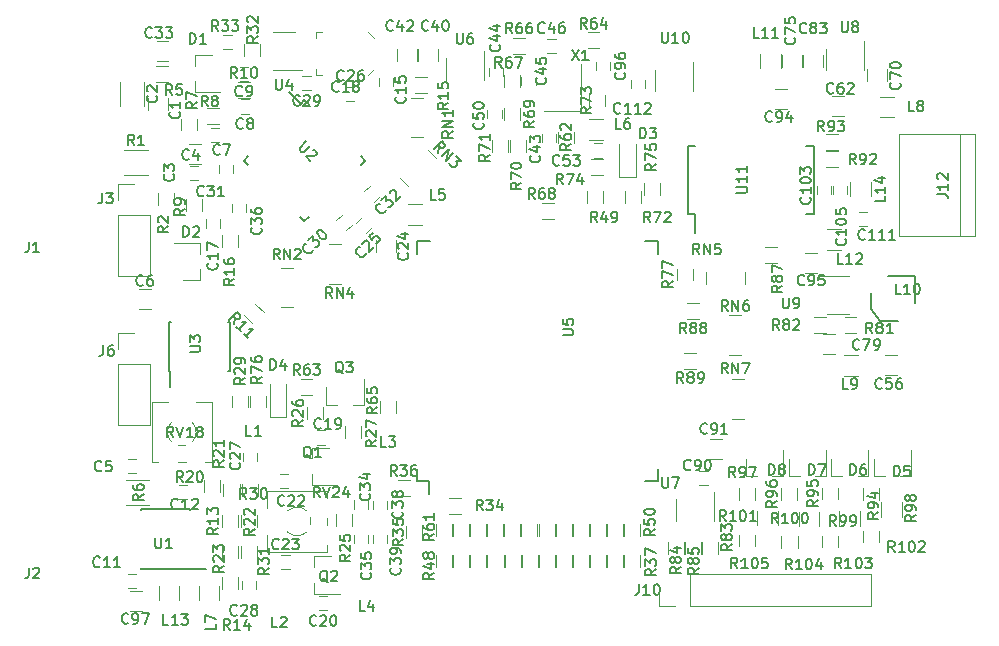
<source format=gbr>
G04 #@! TF.GenerationSoftware,KiCad,Pcbnew,(2018-01-18 revision 08b15a699)-makepkg*
G04 #@! TF.CreationDate,2018-01-23T16:45:18-05:00*
G04 #@! TF.ProjectId,osa103k,6F73613130336B2E6B696361645F7063,rev?*
G04 #@! TF.SameCoordinates,Original*
G04 #@! TF.FileFunction,Legend,Top*
G04 #@! TF.FilePolarity,Positive*
%FSLAX46Y46*%
G04 Gerber Fmt 4.6, Leading zero omitted, Abs format (unit mm)*
G04 Created by KiCad (PCBNEW (2018-01-18 revision 08b15a699)-makepkg) date 01/23/18 16:45:18*
%MOMM*%
%LPD*%
G01*
G04 APERTURE LIST*
%ADD10C,0.120000*%
%ADD11C,0.150000*%
G04 APERTURE END LIST*
D10*
X125600000Y-52000000D02*
X126600000Y-52000000D01*
X126600000Y-53360000D02*
X125600000Y-53360000D01*
X102520000Y-59180000D02*
X101520000Y-59180000D01*
X101520000Y-57820000D02*
X102520000Y-57820000D01*
X77277279Y-66365614D02*
X77984386Y-67072721D01*
X77022721Y-68034386D02*
X76315614Y-67327279D01*
X110250000Y-47450000D02*
X110250000Y-48150000D01*
X109050000Y-48150000D02*
X109050000Y-47450000D01*
X104850000Y-50100000D02*
X104850000Y-46100000D01*
X101700000Y-50100000D02*
X104850000Y-50100000D01*
D11*
X91975000Y-81425000D02*
X91975000Y-82525000D01*
X90975000Y-61075000D02*
X90975000Y-62150000D01*
X111325000Y-61075000D02*
X111325000Y-62150000D01*
X111325000Y-81425000D02*
X111325000Y-80350000D01*
X90975000Y-81425000D02*
X90975000Y-80350000D01*
X111325000Y-81425000D02*
X110250000Y-81425000D01*
X111325000Y-61075000D02*
X110250000Y-61075000D01*
X90975000Y-61075000D02*
X92050000Y-61075000D01*
X90975000Y-81425000D02*
X91975000Y-81425000D01*
X70025000Y-72035000D02*
X70025000Y-73435000D01*
X75125000Y-72035000D02*
X75125000Y-67885000D01*
X69975000Y-72035000D02*
X69975000Y-67885000D01*
X75125000Y-72035000D02*
X74980000Y-72035000D01*
X75125000Y-67885000D02*
X74980000Y-67885000D01*
X69975000Y-67885000D02*
X70120000Y-67885000D01*
X69975000Y-72035000D02*
X70025000Y-72035000D01*
X71725000Y-88825000D02*
X73125000Y-88825000D01*
X71725000Y-83725000D02*
X67575000Y-83725000D01*
X71725000Y-88875000D02*
X67575000Y-88875000D01*
X71725000Y-83725000D02*
X71725000Y-83870000D01*
X67575000Y-83725000D02*
X67575000Y-83870000D01*
X67575000Y-88875000D02*
X67575000Y-88730000D01*
X71725000Y-88875000D02*
X71725000Y-88825000D01*
D10*
X115800000Y-79520000D02*
X116800000Y-79520000D01*
X116800000Y-77820000D02*
X115800000Y-77820000D01*
X83270000Y-74910000D02*
X84200000Y-74910000D01*
X86430000Y-74910000D02*
X85500000Y-74910000D01*
X86430000Y-74910000D02*
X86430000Y-72750000D01*
X83270000Y-74910000D02*
X83270000Y-73450000D01*
X68150000Y-49000000D02*
X68150000Y-50000000D01*
X69850000Y-50000000D02*
X69850000Y-49000000D01*
X65780000Y-47600000D02*
X65780000Y-49600000D01*
X67820000Y-49600000D02*
X67820000Y-47600000D01*
X72450000Y-55900000D02*
X71750000Y-55900000D01*
X71750000Y-54700000D02*
X72450000Y-54700000D01*
X71690000Y-54570000D02*
X72690000Y-54570000D01*
X72690000Y-52870000D02*
X71690000Y-52870000D01*
X66470000Y-79510000D02*
X67170000Y-79510000D01*
X67170000Y-80710000D02*
X66470000Y-80710000D01*
X68400000Y-65100000D02*
X67400000Y-65100000D01*
X67400000Y-66800000D02*
X68400000Y-66800000D01*
X73525000Y-51500000D02*
X74225000Y-51500000D01*
X74225000Y-52700000D02*
X73525000Y-52700000D01*
X76025000Y-49075000D02*
X76725000Y-49075000D01*
X76725000Y-50275000D02*
X76025000Y-50275000D01*
X76640000Y-47500000D02*
X75940000Y-47500000D01*
X75940000Y-46300000D02*
X76640000Y-46300000D01*
X66500000Y-89250000D02*
X67200000Y-89250000D01*
X67200000Y-90450000D02*
X66500000Y-90450000D01*
X71470000Y-82896000D02*
X70770000Y-82896000D01*
X70770000Y-81696000D02*
X71470000Y-81696000D01*
X87725000Y-47925000D02*
X87725000Y-47225000D01*
X88925000Y-47225000D02*
X88925000Y-47925000D01*
X73050000Y-59930000D02*
X73050000Y-59230000D01*
X74250000Y-59230000D02*
X74250000Y-59930000D01*
X82440000Y-43390000D02*
X82440000Y-43890000D01*
X82440000Y-43390000D02*
X82940000Y-43390000D01*
X82440000Y-46990000D02*
X82440000Y-46490000D01*
X82440000Y-46990000D02*
X82940000Y-46990000D01*
X87340000Y-43890000D02*
X86840000Y-43390000D01*
X87340000Y-46490000D02*
X86840000Y-46990000D01*
X82450000Y-77100000D02*
X83150000Y-77100000D01*
X83150000Y-78300000D02*
X82450000Y-78300000D01*
X83340000Y-92340000D02*
X82640000Y-92340000D01*
X82640000Y-91140000D02*
X83340000Y-91140000D01*
X80070000Y-81970000D02*
X79370000Y-81970000D01*
X79370000Y-80770000D02*
X80070000Y-80770000D01*
X79470000Y-87670000D02*
X80170000Y-87670000D01*
X80170000Y-88870000D02*
X79470000Y-88870000D01*
X87450000Y-61000000D02*
X87450000Y-62000000D01*
X89150000Y-62000000D02*
X89150000Y-61000000D01*
X85828249Y-59523223D02*
X86323223Y-59028249D01*
X87171751Y-59876777D02*
X86676777Y-60371751D01*
X84960000Y-47990000D02*
X85660000Y-47990000D01*
X85660000Y-49190000D02*
X84960000Y-49190000D01*
X76200000Y-79725000D02*
X76200000Y-79025000D01*
X77400000Y-79025000D02*
X77400000Y-79725000D01*
X77340000Y-89830000D02*
X77340000Y-90530000D01*
X76140000Y-90530000D02*
X76140000Y-89830000D01*
X81950000Y-48300000D02*
X81250000Y-48300000D01*
X81250000Y-47100000D02*
X81950000Y-47100000D01*
X84078249Y-59323223D02*
X84573223Y-58828249D01*
X85421751Y-59676777D02*
X84926777Y-60171751D01*
X74200000Y-55350000D02*
X74200000Y-54650000D01*
X75400000Y-54650000D02*
X75400000Y-55350000D01*
X86478249Y-56873223D02*
X86973223Y-56378249D01*
X87821751Y-57226777D02*
X87326777Y-57721751D01*
X69900000Y-44150000D02*
X68900000Y-44150000D01*
X68900000Y-45850000D02*
X69900000Y-45850000D01*
X85600000Y-83720000D02*
X85600000Y-83020000D01*
X86800000Y-83020000D02*
X86800000Y-83720000D01*
X86810000Y-85950000D02*
X86810000Y-86650000D01*
X85610000Y-86650000D02*
X85610000Y-85950000D01*
X75300000Y-58650000D02*
X75300000Y-57950000D01*
X76500000Y-57950000D02*
X76500000Y-58650000D01*
X87240000Y-83740000D02*
X87240000Y-83040000D01*
X88440000Y-83040000D02*
X88440000Y-83740000D01*
X87240000Y-86650000D02*
X87240000Y-85950000D01*
X88440000Y-85950000D02*
X88440000Y-86650000D01*
X92725000Y-45825000D02*
X92725000Y-44825000D01*
X91025000Y-44825000D02*
X91025000Y-45825000D01*
X90925000Y-45825000D02*
X90925000Y-44825000D01*
X89225000Y-44825000D02*
X89225000Y-45825000D01*
X101510000Y-52700000D02*
X101510000Y-52000000D01*
X102710000Y-52000000D02*
X102710000Y-52700000D01*
X98210000Y-46390000D02*
X98210000Y-47090000D01*
X97010000Y-47090000D02*
X97010000Y-46390000D01*
X100990000Y-47160000D02*
X100990000Y-47860000D01*
X99790000Y-47860000D02*
X99790000Y-47160000D01*
X102680000Y-45150000D02*
X101980000Y-45150000D01*
X101980000Y-43950000D02*
X102680000Y-43950000D01*
X98110000Y-49940000D02*
X98110000Y-50640000D01*
X96910000Y-50640000D02*
X96910000Y-49940000D01*
X106600000Y-54000000D02*
X105900000Y-54000000D01*
X105900000Y-52800000D02*
X106600000Y-52800000D01*
X131600000Y-70720000D02*
X130600000Y-70720000D01*
X130600000Y-72420000D02*
X131600000Y-72420000D01*
X126090000Y-50500000D02*
X127090000Y-50500000D01*
X127090000Y-48800000D02*
X126090000Y-48800000D01*
X130780000Y-47500000D02*
X130780000Y-46500000D01*
X129080000Y-46500000D02*
X129080000Y-47500000D01*
X123530000Y-46340000D02*
X123530000Y-45340000D01*
X121830000Y-45340000D02*
X121830000Y-46340000D01*
X126370000Y-68920000D02*
X125370000Y-68920000D01*
X125370000Y-70620000D02*
X126370000Y-70620000D01*
X125340000Y-46340000D02*
X125340000Y-45340000D01*
X123640000Y-45340000D02*
X123640000Y-46340000D01*
X114850000Y-80550000D02*
X115550000Y-80550000D01*
X115550000Y-81750000D02*
X114850000Y-81750000D01*
X121260000Y-49860000D02*
X122260000Y-49860000D01*
X122260000Y-48160000D02*
X121260000Y-48160000D01*
X123820000Y-63760000D02*
X124820000Y-63760000D01*
X124820000Y-62060000D02*
X123820000Y-62060000D01*
X106070000Y-46600000D02*
X106070000Y-45900000D01*
X107270000Y-45900000D02*
X107270000Y-46600000D01*
X66675000Y-92375000D02*
X67675000Y-92375000D01*
X67675000Y-90675000D02*
X66675000Y-90675000D01*
X126025000Y-56425000D02*
X126025000Y-57125000D01*
X124825000Y-57125000D02*
X124825000Y-56425000D01*
X127400000Y-56425000D02*
X127400000Y-57125000D01*
X126200000Y-57125000D02*
X126200000Y-56425000D01*
X129080000Y-59820000D02*
X128380000Y-59820000D01*
X128380000Y-58620000D02*
X129080000Y-58620000D01*
X72140000Y-45320000D02*
X73600000Y-45320000D01*
X72140000Y-48480000D02*
X74300000Y-48480000D01*
X72140000Y-48480000D02*
X72140000Y-47550000D01*
X72140000Y-45320000D02*
X72140000Y-46250000D01*
X72560000Y-64380000D02*
X71100000Y-64380000D01*
X72560000Y-61220000D02*
X70400000Y-61220000D01*
X72560000Y-61220000D02*
X72560000Y-62150000D01*
X72560000Y-64380000D02*
X72560000Y-63450000D01*
X108090000Y-55670000D02*
X108090000Y-52870000D01*
X109490000Y-55670000D02*
X109490000Y-52870000D01*
X108090000Y-55670000D02*
X109490000Y-55670000D01*
X78490000Y-75960000D02*
X79890000Y-75960000D01*
X79890000Y-75960000D02*
X79890000Y-73160000D01*
X78490000Y-75960000D02*
X78490000Y-73160000D01*
X129620000Y-80960000D02*
X129620000Y-79500000D01*
X132780000Y-80960000D02*
X132780000Y-78800000D01*
X132780000Y-80960000D02*
X131850000Y-80960000D01*
X129620000Y-80960000D02*
X130550000Y-80960000D01*
X126020000Y-80960000D02*
X126950000Y-80960000D01*
X129180000Y-80960000D02*
X128250000Y-80960000D01*
X129180000Y-80960000D02*
X129180000Y-78800000D01*
X126020000Y-80960000D02*
X126020000Y-79500000D01*
X122420000Y-80960000D02*
X122420000Y-79500000D01*
X125580000Y-80960000D02*
X125580000Y-78800000D01*
X125580000Y-80960000D02*
X124650000Y-80960000D01*
X122420000Y-80960000D02*
X123350000Y-80960000D01*
X118820000Y-80960000D02*
X118820000Y-79500000D01*
X121980000Y-80960000D02*
X121980000Y-78800000D01*
X121980000Y-80960000D02*
X121050000Y-80960000D01*
X118820000Y-80960000D02*
X119750000Y-80960000D01*
X65670000Y-64010000D02*
X68330000Y-64010000D01*
X65670000Y-58870000D02*
X65670000Y-64010000D01*
X68330000Y-58870000D02*
X68330000Y-64010000D01*
X65670000Y-58870000D02*
X68330000Y-58870000D01*
X65670000Y-57600000D02*
X65670000Y-56270000D01*
X65670000Y-56270000D02*
X67000000Y-56270000D01*
X65670000Y-68870000D02*
X67000000Y-68870000D01*
X65670000Y-70200000D02*
X65670000Y-68870000D01*
X65670000Y-71470000D02*
X68330000Y-71470000D01*
X68330000Y-71470000D02*
X68330000Y-76610000D01*
X65670000Y-71470000D02*
X65670000Y-76610000D01*
X65670000Y-76610000D02*
X68330000Y-76610000D01*
X111470000Y-91930000D02*
X111470000Y-90600000D01*
X112800000Y-91930000D02*
X111470000Y-91930000D01*
X114070000Y-91930000D02*
X114070000Y-89270000D01*
X114070000Y-89270000D02*
X129370000Y-89270000D01*
X114070000Y-91930000D02*
X129370000Y-91930000D01*
X129370000Y-91930000D02*
X129370000Y-89270000D01*
X138170000Y-60670000D02*
X131760000Y-60670000D01*
X136940000Y-51970000D02*
X136940000Y-60670000D01*
X131760000Y-51970000D02*
X138170000Y-51970000D01*
X131760000Y-60670000D02*
X131760000Y-51970000D01*
X138170000Y-60670000D02*
X138170000Y-51970000D01*
X90200000Y-57920000D02*
X91400000Y-57920000D01*
X91400000Y-59680000D02*
X90200000Y-59680000D01*
X106700000Y-52480000D02*
X105500000Y-52480000D01*
X105500000Y-50720000D02*
X106700000Y-50720000D01*
X74230000Y-90250000D02*
X74230000Y-91450000D01*
X72470000Y-91450000D02*
X72470000Y-90250000D01*
X131380000Y-50600000D02*
X130180000Y-50600000D01*
X130180000Y-48840000D02*
X131380000Y-48840000D01*
X127090000Y-70710000D02*
X128290000Y-70710000D01*
X128290000Y-72470000D02*
X127090000Y-72470000D01*
D11*
X133150000Y-64000000D02*
X130850000Y-64000000D01*
X133150000Y-66300000D02*
X133150000Y-64000000D01*
X130150000Y-67800000D02*
X129350000Y-66800000D01*
X131650000Y-67800000D02*
X130150000Y-67800000D01*
X129350000Y-66800000D02*
X129350000Y-65500000D01*
D10*
X121750000Y-45200000D02*
X121750000Y-46400000D01*
X119990000Y-46400000D02*
X119990000Y-45200000D01*
X126880000Y-61840000D02*
X125680000Y-61840000D01*
X125680000Y-60080000D02*
X126880000Y-60080000D01*
X70830000Y-90275000D02*
X70830000Y-91475000D01*
X69070000Y-91475000D02*
X69070000Y-90275000D01*
X127620000Y-57240000D02*
X127620000Y-56040000D01*
X129380000Y-56040000D02*
X129380000Y-57240000D01*
X82060000Y-78550000D02*
X82060000Y-79480000D01*
X82060000Y-81710000D02*
X82060000Y-80780000D01*
X82060000Y-81710000D02*
X84220000Y-81710000D01*
X82060000Y-78550000D02*
X83520000Y-78550000D01*
X82250000Y-87760000D02*
X82250000Y-88690000D01*
X82250000Y-90920000D02*
X82250000Y-89990000D01*
X82250000Y-90920000D02*
X84410000Y-90920000D01*
X82250000Y-87760000D02*
X83710000Y-87760000D01*
X68150000Y-55470000D02*
X66150000Y-55470000D01*
X66150000Y-53330000D02*
X68150000Y-53330000D01*
X70380000Y-57000000D02*
X70380000Y-58000000D01*
X69020000Y-58000000D02*
X69020000Y-57000000D01*
X68850000Y-46220000D02*
X69850000Y-46220000D01*
X69850000Y-47580000D02*
X68850000Y-47580000D01*
X68300000Y-83420000D02*
X66300000Y-83420000D01*
X66300000Y-81280000D02*
X68300000Y-81280000D01*
X72355000Y-50700000D02*
X72355000Y-51700000D01*
X70995000Y-51700000D02*
X70995000Y-50700000D01*
X73175000Y-49820000D02*
X74175000Y-49820000D01*
X74175000Y-51180000D02*
X73175000Y-51180000D01*
X71420000Y-58500000D02*
X71420000Y-57500000D01*
X72780000Y-57500000D02*
X72780000Y-58500000D01*
X76775000Y-48980000D02*
X75775000Y-48980000D01*
X75775000Y-47620000D02*
X76775000Y-47620000D01*
X75830000Y-84275000D02*
X75830000Y-85275000D01*
X74470000Y-85275000D02*
X74470000Y-84275000D01*
X74470000Y-90550000D02*
X74470000Y-89550000D01*
X75830000Y-89550000D02*
X75830000Y-90550000D01*
X91800000Y-48555000D02*
X90800000Y-48555000D01*
X90800000Y-47195000D02*
X91800000Y-47195000D01*
X74420000Y-61550000D02*
X74420000Y-60550000D01*
X75780000Y-60550000D02*
X75780000Y-61550000D01*
X74270000Y-81340000D02*
X74270000Y-82340000D01*
X72910000Y-82340000D02*
X72910000Y-81340000D01*
X74570000Y-82630000D02*
X74570000Y-81630000D01*
X75930000Y-81630000D02*
X75930000Y-82630000D01*
X77440000Y-84260000D02*
X77440000Y-85260000D01*
X76080000Y-85260000D02*
X76080000Y-84260000D01*
X74470000Y-87900000D02*
X74470000Y-86900000D01*
X75830000Y-86900000D02*
X75830000Y-87900000D01*
X84130000Y-85190000D02*
X84130000Y-84190000D01*
X85490000Y-84190000D02*
X85490000Y-85190000D01*
X81670000Y-76150000D02*
X81670000Y-75150000D01*
X83030000Y-75150000D02*
X83030000Y-76150000D01*
X86230000Y-76750000D02*
X86230000Y-77750000D01*
X84870000Y-77750000D02*
X84870000Y-76750000D01*
X75270000Y-75150000D02*
X75270000Y-74150000D01*
X76630000Y-74150000D02*
X76630000Y-75150000D01*
X77455000Y-81625000D02*
X77455000Y-82625000D01*
X76095000Y-82625000D02*
X76095000Y-81625000D01*
X77440000Y-86890000D02*
X77440000Y-87890000D01*
X76080000Y-87890000D02*
X76080000Y-86890000D01*
X76340000Y-45390000D02*
X76340000Y-44390000D01*
X77700000Y-44390000D02*
X77700000Y-45390000D01*
X74550000Y-43600000D02*
X75250000Y-43600000D01*
X75250000Y-44800000D02*
X74550000Y-44800000D01*
X93700000Y-82850000D02*
X94700000Y-82850000D01*
X94700000Y-84210000D02*
X93700000Y-84210000D01*
X90040000Y-86230000D02*
X90040000Y-85230000D01*
X91400000Y-85230000D02*
X91400000Y-86230000D01*
X90320000Y-82650000D02*
X89320000Y-82650000D01*
X89320000Y-81290000D02*
X90320000Y-81290000D01*
X108495000Y-88625000D02*
X108495000Y-87625000D01*
X109855000Y-87625000D02*
X109855000Y-88625000D01*
X108405000Y-87625000D02*
X108405000Y-88625000D01*
X107045000Y-88625000D02*
X107045000Y-87625000D01*
X105620000Y-88625000D02*
X105620000Y-87625000D01*
X106980000Y-87625000D02*
X106980000Y-88625000D01*
X104170000Y-88625000D02*
X104170000Y-87625000D01*
X105530000Y-87625000D02*
X105530000Y-88625000D01*
X104080000Y-87625000D02*
X104080000Y-88625000D01*
X102720000Y-88625000D02*
X102720000Y-87625000D01*
X101270000Y-88625000D02*
X101270000Y-87625000D01*
X102630000Y-87625000D02*
X102630000Y-88625000D01*
X101180000Y-87625000D02*
X101180000Y-88625000D01*
X99820000Y-88625000D02*
X99820000Y-87625000D01*
X98370000Y-88625000D02*
X98370000Y-87625000D01*
X99730000Y-87625000D02*
X99730000Y-88625000D01*
X98280000Y-87625000D02*
X98280000Y-88625000D01*
X96920000Y-88625000D02*
X96920000Y-87625000D01*
X95470000Y-88625000D02*
X95470000Y-87625000D01*
X96830000Y-87625000D02*
X96830000Y-88625000D01*
X95380000Y-87625000D02*
X95380000Y-88625000D01*
X94020000Y-88625000D02*
X94020000Y-87625000D01*
X93930000Y-87625000D02*
X93930000Y-88625000D01*
X92570000Y-88625000D02*
X92570000Y-87625000D01*
X105350000Y-57870000D02*
X105350000Y-56870000D01*
X106710000Y-56870000D02*
X106710000Y-57870000D01*
X108495000Y-86025000D02*
X108495000Y-85025000D01*
X109855000Y-85025000D02*
X109855000Y-86025000D01*
X108405000Y-85025000D02*
X108405000Y-86025000D01*
X107045000Y-86025000D02*
X107045000Y-85025000D01*
X106955000Y-85025000D02*
X106955000Y-86025000D01*
X105595000Y-86025000D02*
X105595000Y-85025000D01*
X105505000Y-85025000D02*
X105505000Y-86025000D01*
X104145000Y-86025000D02*
X104145000Y-85025000D01*
X102695000Y-86025000D02*
X102695000Y-85025000D01*
X104055000Y-85025000D02*
X104055000Y-86025000D01*
X101245000Y-86025000D02*
X101245000Y-85025000D01*
X102605000Y-85025000D02*
X102605000Y-86025000D01*
X99795000Y-86025000D02*
X99795000Y-85025000D01*
X101155000Y-85025000D02*
X101155000Y-86025000D01*
X98345000Y-86025000D02*
X98345000Y-85025000D01*
X99705000Y-85025000D02*
X99705000Y-86025000D01*
X98255000Y-85025000D02*
X98255000Y-86025000D01*
X96895000Y-86025000D02*
X96895000Y-85025000D01*
X96805000Y-85025000D02*
X96805000Y-86025000D01*
X95445000Y-86025000D02*
X95445000Y-85025000D01*
X95355000Y-85025000D02*
X95355000Y-86025000D01*
X93995000Y-86025000D02*
X93995000Y-85025000D01*
X92570000Y-86025000D02*
X92570000Y-85025000D01*
X93930000Y-85025000D02*
X93930000Y-86025000D01*
X104220000Y-51800000D02*
X104220000Y-52800000D01*
X102860000Y-52800000D02*
X102860000Y-51800000D01*
X81100000Y-72770000D02*
X82100000Y-72770000D01*
X82100000Y-74130000D02*
X81100000Y-74130000D01*
X105400000Y-43360000D02*
X106400000Y-43360000D01*
X106400000Y-44720000D02*
X105400000Y-44720000D01*
X89180000Y-74600000D02*
X89180000Y-75600000D01*
X87820000Y-75600000D02*
X87820000Y-74600000D01*
X99110000Y-43900000D02*
X100110000Y-43900000D01*
X100110000Y-45260000D02*
X99110000Y-45260000D01*
X99690000Y-47010000D02*
X99690000Y-48010000D01*
X98330000Y-48010000D02*
X98330000Y-47010000D01*
X98350000Y-50830000D02*
X98350000Y-49830000D01*
X99710000Y-49830000D02*
X99710000Y-50830000D01*
X100170000Y-52520000D02*
X100170000Y-53520000D01*
X98810000Y-53520000D02*
X98810000Y-52520000D01*
X98700000Y-52500000D02*
X98700000Y-53500000D01*
X97340000Y-53500000D02*
X97340000Y-52500000D01*
X109890000Y-56870000D02*
X109890000Y-57870000D01*
X108530000Y-57870000D02*
X108530000Y-56870000D01*
X106910000Y-48670000D02*
X106910000Y-49670000D01*
X105550000Y-49670000D02*
X105550000Y-48670000D01*
X105700000Y-54120000D02*
X106700000Y-54120000D01*
X106700000Y-55480000D02*
X105700000Y-55480000D01*
X110150000Y-57150000D02*
X110150000Y-56150000D01*
X111510000Y-56150000D02*
X111510000Y-57150000D01*
X78180000Y-74150000D02*
X78180000Y-75150000D01*
X76820000Y-75150000D02*
X76820000Y-74150000D01*
X112980000Y-64400000D02*
X112980000Y-63400000D01*
X114340000Y-63400000D02*
X114340000Y-64400000D01*
X127150000Y-67500000D02*
X128150000Y-67500000D01*
X128150000Y-68860000D02*
X127150000Y-68860000D01*
X125570000Y-68820000D02*
X124570000Y-68820000D01*
X124570000Y-67460000D02*
X125570000Y-67460000D01*
X115095000Y-87575000D02*
X115095000Y-86575000D01*
X116455000Y-86575000D02*
X116455000Y-87575000D01*
X112195000Y-87575000D02*
X112195000Y-86575000D01*
X113555000Y-86575000D02*
X113555000Y-87575000D01*
X115005000Y-86575000D02*
X115005000Y-87575000D01*
X113645000Y-87575000D02*
X113645000Y-86575000D01*
X120420000Y-61580000D02*
X121420000Y-61580000D01*
X121420000Y-62940000D02*
X120420000Y-62940000D01*
X114825000Y-67705000D02*
X113825000Y-67705000D01*
X113825000Y-66345000D02*
X114825000Y-66345000D01*
X114590000Y-71940000D02*
X113590000Y-71940000D01*
X113590000Y-70580000D02*
X114590000Y-70580000D01*
X126600000Y-54840000D02*
X125600000Y-54840000D01*
X125600000Y-53480000D02*
X126600000Y-53480000D01*
X128740000Y-82980000D02*
X128740000Y-81980000D01*
X130100000Y-81980000D02*
X130100000Y-82980000D01*
X125240000Y-82950000D02*
X125240000Y-81950000D01*
X126600000Y-81950000D02*
X126600000Y-82950000D01*
X121770000Y-82975000D02*
X121770000Y-81975000D01*
X123130000Y-81975000D02*
X123130000Y-82975000D01*
X118220000Y-82975000D02*
X118220000Y-81975000D01*
X119580000Y-81975000D02*
X119580000Y-82975000D01*
X131990000Y-83200000D02*
X131990000Y-84400000D01*
X130230000Y-84400000D02*
X130230000Y-83200000D01*
X126720000Y-85160000D02*
X126720000Y-83960000D01*
X128480000Y-83960000D02*
X128480000Y-85160000D01*
X125020000Y-83970000D02*
X125020000Y-85170000D01*
X123260000Y-85170000D02*
X123260000Y-83970000D01*
X119720000Y-85150000D02*
X119720000Y-83950000D01*
X121480000Y-83950000D02*
X121480000Y-85150000D01*
X130090000Y-85580000D02*
X130090000Y-86580000D01*
X128730000Y-86580000D02*
X128730000Y-85580000D01*
X126630000Y-86010000D02*
X126630000Y-87010000D01*
X125270000Y-87010000D02*
X125270000Y-86010000D01*
X121810000Y-87030000D02*
X121810000Y-86030000D01*
X123170000Y-86030000D02*
X123170000Y-87030000D01*
X119605000Y-85925000D02*
X119605000Y-86925000D01*
X118245000Y-86925000D02*
X118245000Y-85925000D01*
X91450000Y-48920000D02*
X90450000Y-48920000D01*
X91450000Y-52280000D02*
X90450000Y-52280000D01*
X80450000Y-66680000D02*
X79450000Y-66680000D01*
X80450000Y-63320000D02*
X79450000Y-63320000D01*
X92591493Y-54065614D02*
X91884386Y-53358507D01*
X90215614Y-56441493D02*
X89508507Y-55734386D01*
X84500000Y-61320000D02*
X83500000Y-61320000D01*
X84500000Y-64680000D02*
X83500000Y-64680000D01*
X118755000Y-64700000D02*
X118755000Y-63700000D01*
X115395000Y-64700000D02*
X115395000Y-63700000D01*
X117400000Y-67370000D02*
X118400000Y-67370000D01*
X117400000Y-70730000D02*
X118400000Y-70730000D01*
X117650000Y-72745000D02*
X118650000Y-72745000D01*
X117650000Y-76105000D02*
X118650000Y-76105000D01*
X69823222Y-77271194D02*
G75*
G02X70150000Y-76420000I1216778J21194D01*
G01*
X71929364Y-76430042D02*
G75*
G02X71920000Y-78080000I-889364J-819958D01*
G01*
X71374851Y-78408610D02*
G75*
G02X70710000Y-78410000I-334851J1158610D01*
G01*
X70155062Y-78075218D02*
G75*
G02X69830000Y-77250000I884938J825218D01*
G01*
X69060000Y-79810000D02*
X68480000Y-79810000D01*
X71360000Y-79810000D02*
X70720000Y-79810000D01*
X73600000Y-79810000D02*
X73020000Y-79810000D01*
X69860000Y-74690000D02*
X68480000Y-74690000D01*
X73600000Y-74690000D02*
X72220000Y-74690000D01*
X68480000Y-74690000D02*
X68480000Y-79810000D01*
X73600000Y-74690000D02*
X73600000Y-79810000D01*
X78250000Y-82250000D02*
X83370000Y-82250000D01*
X78250000Y-87370000D02*
X83370000Y-87370000D01*
X78250000Y-82250000D02*
X78250000Y-83630000D01*
X78250000Y-85990000D02*
X78250000Y-87370000D01*
X83370000Y-82250000D02*
X83370000Y-82830000D01*
X83370000Y-84490000D02*
X83370000Y-85130000D01*
X83370000Y-86790000D02*
X83370000Y-87370000D01*
X81635218Y-85694938D02*
G75*
G02X80810000Y-86020000I-825218J884938D01*
G01*
X81968610Y-84475149D02*
G75*
G02X81970000Y-85140000I-1158610J-334851D01*
G01*
X79990042Y-83920636D02*
G75*
G02X81640000Y-83930000I819958J-889364D01*
G01*
X80831194Y-86026778D02*
G75*
G02X79980000Y-85700000I-21194J1216778D01*
G01*
D11*
X81106802Y-49441674D02*
X80134530Y-48469402D01*
X86551524Y-54250000D02*
X86180293Y-53878769D01*
X81425000Y-59376524D02*
X81053769Y-59005293D01*
X76298476Y-54250000D02*
X76669707Y-54621231D01*
X81425000Y-49123476D02*
X81796231Y-49494707D01*
X76298476Y-54250000D02*
X76669707Y-53878769D01*
X81425000Y-59376524D02*
X81796231Y-59005293D01*
X86551524Y-54250000D02*
X86180293Y-54621231D01*
X81425000Y-49123476D02*
X81106802Y-49441674D01*
D10*
X80590000Y-43360000D02*
X78790000Y-43360000D01*
X78790000Y-46580000D02*
X81240000Y-46580000D01*
X96610000Y-47400000D02*
X96610000Y-44950000D01*
X93390000Y-45600000D02*
X93390000Y-47400000D01*
X116110000Y-84750000D02*
X116110000Y-82300000D01*
X112890000Y-82950000D02*
X112890000Y-84750000D01*
X128810000Y-46600000D02*
X128810000Y-44150000D01*
X125590000Y-44800000D02*
X125590000Y-46600000D01*
X127500000Y-64020000D02*
X125050000Y-64020000D01*
X125700000Y-67240000D02*
X127500000Y-67240000D01*
X111090000Y-46550000D02*
X111090000Y-48350000D01*
X114310000Y-48350000D02*
X114310000Y-45900000D01*
D11*
X114450000Y-58775000D02*
X114450000Y-60375000D01*
X124525000Y-58775000D02*
X124525000Y-53025000D01*
X113875000Y-58775000D02*
X113875000Y-53025000D01*
X124525000Y-58775000D02*
X123875000Y-58775000D01*
X124525000Y-53025000D02*
X123875000Y-53025000D01*
X113875000Y-53025000D02*
X114525000Y-53025000D01*
X113875000Y-58775000D02*
X114450000Y-58775000D01*
X125411428Y-51777142D02*
X125111428Y-51348571D01*
X124897142Y-51777142D02*
X124897142Y-50877142D01*
X125240000Y-50877142D01*
X125325714Y-50920000D01*
X125368571Y-50962857D01*
X125411428Y-51048571D01*
X125411428Y-51177142D01*
X125368571Y-51262857D01*
X125325714Y-51305714D01*
X125240000Y-51348571D01*
X124897142Y-51348571D01*
X125840000Y-51777142D02*
X126011428Y-51777142D01*
X126097142Y-51734285D01*
X126140000Y-51691428D01*
X126225714Y-51562857D01*
X126268571Y-51391428D01*
X126268571Y-51048571D01*
X126225714Y-50962857D01*
X126182857Y-50920000D01*
X126097142Y-50877142D01*
X125925714Y-50877142D01*
X125840000Y-50920000D01*
X125797142Y-50962857D01*
X125754285Y-51048571D01*
X125754285Y-51262857D01*
X125797142Y-51348571D01*
X125840000Y-51391428D01*
X125925714Y-51434285D01*
X126097142Y-51434285D01*
X126182857Y-51391428D01*
X126225714Y-51348571D01*
X126268571Y-51262857D01*
X126568571Y-50877142D02*
X127125714Y-50877142D01*
X126825714Y-51220000D01*
X126954285Y-51220000D01*
X127040000Y-51262857D01*
X127082857Y-51305714D01*
X127125714Y-51391428D01*
X127125714Y-51605714D01*
X127082857Y-51691428D01*
X127040000Y-51734285D01*
X126954285Y-51777142D01*
X126697142Y-51777142D01*
X126611428Y-51734285D01*
X126568571Y-51691428D01*
X100911428Y-57477142D02*
X100611428Y-57048571D01*
X100397142Y-57477142D02*
X100397142Y-56577142D01*
X100740000Y-56577142D01*
X100825714Y-56620000D01*
X100868571Y-56662857D01*
X100911428Y-56748571D01*
X100911428Y-56877142D01*
X100868571Y-56962857D01*
X100825714Y-57005714D01*
X100740000Y-57048571D01*
X100397142Y-57048571D01*
X101682857Y-56577142D02*
X101511428Y-56577142D01*
X101425714Y-56620000D01*
X101382857Y-56662857D01*
X101297142Y-56791428D01*
X101254285Y-56962857D01*
X101254285Y-57305714D01*
X101297142Y-57391428D01*
X101340000Y-57434285D01*
X101425714Y-57477142D01*
X101597142Y-57477142D01*
X101682857Y-57434285D01*
X101725714Y-57391428D01*
X101768571Y-57305714D01*
X101768571Y-57091428D01*
X101725714Y-57005714D01*
X101682857Y-56962857D01*
X101597142Y-56920000D01*
X101425714Y-56920000D01*
X101340000Y-56962857D01*
X101297142Y-57005714D01*
X101254285Y-57091428D01*
X102282857Y-56962857D02*
X102197142Y-56920000D01*
X102154285Y-56877142D01*
X102111428Y-56791428D01*
X102111428Y-56748571D01*
X102154285Y-56662857D01*
X102197142Y-56620000D01*
X102282857Y-56577142D01*
X102454285Y-56577142D01*
X102540000Y-56620000D01*
X102582857Y-56662857D01*
X102625714Y-56748571D01*
X102625714Y-56791428D01*
X102582857Y-56877142D01*
X102540000Y-56920000D01*
X102454285Y-56962857D01*
X102282857Y-56962857D01*
X102197142Y-57005714D01*
X102154285Y-57048571D01*
X102111428Y-57134285D01*
X102111428Y-57305714D01*
X102154285Y-57391428D01*
X102197142Y-57434285D01*
X102282857Y-57477142D01*
X102454285Y-57477142D01*
X102540000Y-57434285D01*
X102582857Y-57391428D01*
X102625714Y-57305714D01*
X102625714Y-57134285D01*
X102582857Y-57048571D01*
X102540000Y-57005714D01*
X102454285Y-56962857D01*
X75427689Y-68104086D02*
X75518603Y-67588908D01*
X75064034Y-67740431D02*
X75700430Y-67104035D01*
X75942867Y-67346472D01*
X75973172Y-67437386D01*
X75973172Y-67497995D01*
X75942867Y-67588908D01*
X75851953Y-67679822D01*
X75761040Y-67710127D01*
X75700430Y-67710127D01*
X75609517Y-67679822D01*
X75367080Y-67437386D01*
X76033781Y-68710178D02*
X75670126Y-68346523D01*
X75851953Y-68528350D02*
X76488349Y-67891954D01*
X76336827Y-67922259D01*
X76215608Y-67922259D01*
X76124695Y-67891954D01*
X76639872Y-69316269D02*
X76276217Y-68952614D01*
X76458045Y-69134442D02*
X77094441Y-68498046D01*
X76942918Y-68528350D01*
X76821700Y-68528350D01*
X76730786Y-68498046D01*
X108182857Y-50191428D02*
X108140000Y-50234285D01*
X108011428Y-50277142D01*
X107925714Y-50277142D01*
X107797142Y-50234285D01*
X107711428Y-50148571D01*
X107668571Y-50062857D01*
X107625714Y-49891428D01*
X107625714Y-49762857D01*
X107668571Y-49591428D01*
X107711428Y-49505714D01*
X107797142Y-49420000D01*
X107925714Y-49377142D01*
X108011428Y-49377142D01*
X108140000Y-49420000D01*
X108182857Y-49462857D01*
X109040000Y-50277142D02*
X108525714Y-50277142D01*
X108782857Y-50277142D02*
X108782857Y-49377142D01*
X108697142Y-49505714D01*
X108611428Y-49591428D01*
X108525714Y-49634285D01*
X109897142Y-50277142D02*
X109382857Y-50277142D01*
X109640000Y-50277142D02*
X109640000Y-49377142D01*
X109554285Y-49505714D01*
X109468571Y-49591428D01*
X109382857Y-49634285D01*
X110240000Y-49462857D02*
X110282857Y-49420000D01*
X110368571Y-49377142D01*
X110582857Y-49377142D01*
X110668571Y-49420000D01*
X110711428Y-49462857D01*
X110754285Y-49548571D01*
X110754285Y-49634285D01*
X110711428Y-49762857D01*
X110197142Y-50277142D01*
X110754285Y-50277142D01*
X104061428Y-44877142D02*
X104661428Y-45777142D01*
X104661428Y-44877142D02*
X104061428Y-45777142D01*
X105475714Y-45777142D02*
X104961428Y-45777142D01*
X105218571Y-45777142D02*
X105218571Y-44877142D01*
X105132857Y-45005714D01*
X105047142Y-45091428D01*
X104961428Y-45134285D01*
X103297142Y-69055714D02*
X104025714Y-69055714D01*
X104111428Y-69012857D01*
X104154285Y-68970000D01*
X104197142Y-68884285D01*
X104197142Y-68712857D01*
X104154285Y-68627142D01*
X104111428Y-68584285D01*
X104025714Y-68541428D01*
X103297142Y-68541428D01*
X103297142Y-67684285D02*
X103297142Y-68112857D01*
X103725714Y-68155714D01*
X103682857Y-68112857D01*
X103640000Y-68027142D01*
X103640000Y-67812857D01*
X103682857Y-67727142D01*
X103725714Y-67684285D01*
X103811428Y-67641428D01*
X104025714Y-67641428D01*
X104111428Y-67684285D01*
X104154285Y-67727142D01*
X104197142Y-67812857D01*
X104197142Y-68027142D01*
X104154285Y-68112857D01*
X104111428Y-68155714D01*
X71697142Y-70455714D02*
X72425714Y-70455714D01*
X72511428Y-70412857D01*
X72554285Y-70370000D01*
X72597142Y-70284285D01*
X72597142Y-70112857D01*
X72554285Y-70027142D01*
X72511428Y-69984285D01*
X72425714Y-69941428D01*
X71697142Y-69941428D01*
X71697142Y-69598571D02*
X71697142Y-69041428D01*
X72040000Y-69341428D01*
X72040000Y-69212857D01*
X72082857Y-69127142D01*
X72125714Y-69084285D01*
X72211428Y-69041428D01*
X72425714Y-69041428D01*
X72511428Y-69084285D01*
X72554285Y-69127142D01*
X72597142Y-69212857D01*
X72597142Y-69470000D01*
X72554285Y-69555714D01*
X72511428Y-69598571D01*
X68804285Y-86177142D02*
X68804285Y-86905714D01*
X68847142Y-86991428D01*
X68890000Y-87034285D01*
X68975714Y-87077142D01*
X69147142Y-87077142D01*
X69232857Y-87034285D01*
X69275714Y-86991428D01*
X69318571Y-86905714D01*
X69318571Y-86177142D01*
X70218571Y-87077142D02*
X69704285Y-87077142D01*
X69961428Y-87077142D02*
X69961428Y-86177142D01*
X69875714Y-86305714D01*
X69790000Y-86391428D01*
X69704285Y-86434285D01*
X115511428Y-77291428D02*
X115468571Y-77334285D01*
X115340000Y-77377142D01*
X115254285Y-77377142D01*
X115125714Y-77334285D01*
X115040000Y-77248571D01*
X114997142Y-77162857D01*
X114954285Y-76991428D01*
X114954285Y-76862857D01*
X114997142Y-76691428D01*
X115040000Y-76605714D01*
X115125714Y-76520000D01*
X115254285Y-76477142D01*
X115340000Y-76477142D01*
X115468571Y-76520000D01*
X115511428Y-76562857D01*
X115940000Y-77377142D02*
X116111428Y-77377142D01*
X116197142Y-77334285D01*
X116240000Y-77291428D01*
X116325714Y-77162857D01*
X116368571Y-76991428D01*
X116368571Y-76648571D01*
X116325714Y-76562857D01*
X116282857Y-76520000D01*
X116197142Y-76477142D01*
X116025714Y-76477142D01*
X115940000Y-76520000D01*
X115897142Y-76562857D01*
X115854285Y-76648571D01*
X115854285Y-76862857D01*
X115897142Y-76948571D01*
X115940000Y-76991428D01*
X116025714Y-77034285D01*
X116197142Y-77034285D01*
X116282857Y-76991428D01*
X116325714Y-76948571D01*
X116368571Y-76862857D01*
X117225714Y-77377142D02*
X116711428Y-77377142D01*
X116968571Y-77377142D02*
X116968571Y-76477142D01*
X116882857Y-76605714D01*
X116797142Y-76691428D01*
X116711428Y-76734285D01*
X84704285Y-72262857D02*
X84618571Y-72220000D01*
X84532857Y-72134285D01*
X84404285Y-72005714D01*
X84318571Y-71962857D01*
X84232857Y-71962857D01*
X84275714Y-72177142D02*
X84190000Y-72134285D01*
X84104285Y-72048571D01*
X84061428Y-71877142D01*
X84061428Y-71577142D01*
X84104285Y-71405714D01*
X84190000Y-71320000D01*
X84275714Y-71277142D01*
X84447142Y-71277142D01*
X84532857Y-71320000D01*
X84618571Y-71405714D01*
X84661428Y-71577142D01*
X84661428Y-71877142D01*
X84618571Y-72048571D01*
X84532857Y-72134285D01*
X84447142Y-72177142D01*
X84275714Y-72177142D01*
X84961428Y-71277142D02*
X85518571Y-71277142D01*
X85218571Y-71620000D01*
X85347142Y-71620000D01*
X85432857Y-71662857D01*
X85475714Y-71705714D01*
X85518571Y-71791428D01*
X85518571Y-72005714D01*
X85475714Y-72091428D01*
X85432857Y-72134285D01*
X85347142Y-72177142D01*
X85090000Y-72177142D01*
X85004285Y-72134285D01*
X84961428Y-72091428D01*
X70811428Y-50120000D02*
X70854285Y-50162857D01*
X70897142Y-50291428D01*
X70897142Y-50377142D01*
X70854285Y-50505714D01*
X70768571Y-50591428D01*
X70682857Y-50634285D01*
X70511428Y-50677142D01*
X70382857Y-50677142D01*
X70211428Y-50634285D01*
X70125714Y-50591428D01*
X70040000Y-50505714D01*
X69997142Y-50377142D01*
X69997142Y-50291428D01*
X70040000Y-50162857D01*
X70082857Y-50120000D01*
X70897142Y-49262857D02*
X70897142Y-49777142D01*
X70897142Y-49520000D02*
X69997142Y-49520000D01*
X70125714Y-49605714D01*
X70211428Y-49691428D01*
X70254285Y-49777142D01*
X68871428Y-48750000D02*
X68914285Y-48792857D01*
X68957142Y-48921428D01*
X68957142Y-49007142D01*
X68914285Y-49135714D01*
X68828571Y-49221428D01*
X68742857Y-49264285D01*
X68571428Y-49307142D01*
X68442857Y-49307142D01*
X68271428Y-49264285D01*
X68185714Y-49221428D01*
X68100000Y-49135714D01*
X68057142Y-49007142D01*
X68057142Y-48921428D01*
X68100000Y-48792857D01*
X68142857Y-48750000D01*
X68142857Y-48407142D02*
X68100000Y-48364285D01*
X68057142Y-48278571D01*
X68057142Y-48064285D01*
X68100000Y-47978571D01*
X68142857Y-47935714D01*
X68228571Y-47892857D01*
X68314285Y-47892857D01*
X68442857Y-47935714D01*
X68957142Y-48450000D01*
X68957142Y-47892857D01*
X70311428Y-55420000D02*
X70354285Y-55462857D01*
X70397142Y-55591428D01*
X70397142Y-55677142D01*
X70354285Y-55805714D01*
X70268571Y-55891428D01*
X70182857Y-55934285D01*
X70011428Y-55977142D01*
X69882857Y-55977142D01*
X69711428Y-55934285D01*
X69625714Y-55891428D01*
X69540000Y-55805714D01*
X69497142Y-55677142D01*
X69497142Y-55591428D01*
X69540000Y-55462857D01*
X69582857Y-55420000D01*
X69497142Y-55120000D02*
X69497142Y-54562857D01*
X69840000Y-54862857D01*
X69840000Y-54734285D01*
X69882857Y-54648571D01*
X69925714Y-54605714D01*
X70011428Y-54562857D01*
X70225714Y-54562857D01*
X70311428Y-54605714D01*
X70354285Y-54648571D01*
X70397142Y-54734285D01*
X70397142Y-54991428D01*
X70354285Y-55077142D01*
X70311428Y-55120000D01*
X71640000Y-54091428D02*
X71597142Y-54134285D01*
X71468571Y-54177142D01*
X71382857Y-54177142D01*
X71254285Y-54134285D01*
X71168571Y-54048571D01*
X71125714Y-53962857D01*
X71082857Y-53791428D01*
X71082857Y-53662857D01*
X71125714Y-53491428D01*
X71168571Y-53405714D01*
X71254285Y-53320000D01*
X71382857Y-53277142D01*
X71468571Y-53277142D01*
X71597142Y-53320000D01*
X71640000Y-53362857D01*
X72411428Y-53577142D02*
X72411428Y-54177142D01*
X72197142Y-53234285D02*
X71982857Y-53877142D01*
X72540000Y-53877142D01*
X64240000Y-80491428D02*
X64197142Y-80534285D01*
X64068571Y-80577142D01*
X63982857Y-80577142D01*
X63854285Y-80534285D01*
X63768571Y-80448571D01*
X63725714Y-80362857D01*
X63682857Y-80191428D01*
X63682857Y-80062857D01*
X63725714Y-79891428D01*
X63768571Y-79805714D01*
X63854285Y-79720000D01*
X63982857Y-79677142D01*
X64068571Y-79677142D01*
X64197142Y-79720000D01*
X64240000Y-79762857D01*
X65054285Y-79677142D02*
X64625714Y-79677142D01*
X64582857Y-80105714D01*
X64625714Y-80062857D01*
X64711428Y-80020000D01*
X64925714Y-80020000D01*
X65011428Y-80062857D01*
X65054285Y-80105714D01*
X65097142Y-80191428D01*
X65097142Y-80405714D01*
X65054285Y-80491428D01*
X65011428Y-80534285D01*
X64925714Y-80577142D01*
X64711428Y-80577142D01*
X64625714Y-80534285D01*
X64582857Y-80491428D01*
X67750000Y-64771428D02*
X67707142Y-64814285D01*
X67578571Y-64857142D01*
X67492857Y-64857142D01*
X67364285Y-64814285D01*
X67278571Y-64728571D01*
X67235714Y-64642857D01*
X67192857Y-64471428D01*
X67192857Y-64342857D01*
X67235714Y-64171428D01*
X67278571Y-64085714D01*
X67364285Y-64000000D01*
X67492857Y-63957142D01*
X67578571Y-63957142D01*
X67707142Y-64000000D01*
X67750000Y-64042857D01*
X68521428Y-63957142D02*
X68350000Y-63957142D01*
X68264285Y-64000000D01*
X68221428Y-64042857D01*
X68135714Y-64171428D01*
X68092857Y-64342857D01*
X68092857Y-64685714D01*
X68135714Y-64771428D01*
X68178571Y-64814285D01*
X68264285Y-64857142D01*
X68435714Y-64857142D01*
X68521428Y-64814285D01*
X68564285Y-64771428D01*
X68607142Y-64685714D01*
X68607142Y-64471428D01*
X68564285Y-64385714D01*
X68521428Y-64342857D01*
X68435714Y-64300000D01*
X68264285Y-64300000D01*
X68178571Y-64342857D01*
X68135714Y-64385714D01*
X68092857Y-64471428D01*
X74240000Y-53691428D02*
X74197142Y-53734285D01*
X74068571Y-53777142D01*
X73982857Y-53777142D01*
X73854285Y-53734285D01*
X73768571Y-53648571D01*
X73725714Y-53562857D01*
X73682857Y-53391428D01*
X73682857Y-53262857D01*
X73725714Y-53091428D01*
X73768571Y-53005714D01*
X73854285Y-52920000D01*
X73982857Y-52877142D01*
X74068571Y-52877142D01*
X74197142Y-52920000D01*
X74240000Y-52962857D01*
X74540000Y-52877142D02*
X75140000Y-52877142D01*
X74754285Y-53777142D01*
X76225000Y-51496428D02*
X76182142Y-51539285D01*
X76053571Y-51582142D01*
X75967857Y-51582142D01*
X75839285Y-51539285D01*
X75753571Y-51453571D01*
X75710714Y-51367857D01*
X75667857Y-51196428D01*
X75667857Y-51067857D01*
X75710714Y-50896428D01*
X75753571Y-50810714D01*
X75839285Y-50725000D01*
X75967857Y-50682142D01*
X76053571Y-50682142D01*
X76182142Y-50725000D01*
X76225000Y-50767857D01*
X76739285Y-51067857D02*
X76653571Y-51025000D01*
X76610714Y-50982142D01*
X76567857Y-50896428D01*
X76567857Y-50853571D01*
X76610714Y-50767857D01*
X76653571Y-50725000D01*
X76739285Y-50682142D01*
X76910714Y-50682142D01*
X76996428Y-50725000D01*
X77039285Y-50767857D01*
X77082142Y-50853571D01*
X77082142Y-50896428D01*
X77039285Y-50982142D01*
X76996428Y-51025000D01*
X76910714Y-51067857D01*
X76739285Y-51067857D01*
X76653571Y-51110714D01*
X76610714Y-51153571D01*
X76567857Y-51239285D01*
X76567857Y-51410714D01*
X76610714Y-51496428D01*
X76653571Y-51539285D01*
X76739285Y-51582142D01*
X76910714Y-51582142D01*
X76996428Y-51539285D01*
X77039285Y-51496428D01*
X77082142Y-51410714D01*
X77082142Y-51239285D01*
X77039285Y-51153571D01*
X76996428Y-51110714D01*
X76910714Y-51067857D01*
X76140000Y-48721428D02*
X76097142Y-48764285D01*
X75968571Y-48807142D01*
X75882857Y-48807142D01*
X75754285Y-48764285D01*
X75668571Y-48678571D01*
X75625714Y-48592857D01*
X75582857Y-48421428D01*
X75582857Y-48292857D01*
X75625714Y-48121428D01*
X75668571Y-48035714D01*
X75754285Y-47950000D01*
X75882857Y-47907142D01*
X75968571Y-47907142D01*
X76097142Y-47950000D01*
X76140000Y-47992857D01*
X76568571Y-48807142D02*
X76740000Y-48807142D01*
X76825714Y-48764285D01*
X76868571Y-48721428D01*
X76954285Y-48592857D01*
X76997142Y-48421428D01*
X76997142Y-48078571D01*
X76954285Y-47992857D01*
X76911428Y-47950000D01*
X76825714Y-47907142D01*
X76654285Y-47907142D01*
X76568571Y-47950000D01*
X76525714Y-47992857D01*
X76482857Y-48078571D01*
X76482857Y-48292857D01*
X76525714Y-48378571D01*
X76568571Y-48421428D01*
X76654285Y-48464285D01*
X76825714Y-48464285D01*
X76911428Y-48421428D01*
X76954285Y-48378571D01*
X76997142Y-48292857D01*
X64111428Y-88591428D02*
X64068571Y-88634285D01*
X63940000Y-88677142D01*
X63854285Y-88677142D01*
X63725714Y-88634285D01*
X63640000Y-88548571D01*
X63597142Y-88462857D01*
X63554285Y-88291428D01*
X63554285Y-88162857D01*
X63597142Y-87991428D01*
X63640000Y-87905714D01*
X63725714Y-87820000D01*
X63854285Y-87777142D01*
X63940000Y-87777142D01*
X64068571Y-87820000D01*
X64111428Y-87862857D01*
X64968571Y-88677142D02*
X64454285Y-88677142D01*
X64711428Y-88677142D02*
X64711428Y-87777142D01*
X64625714Y-87905714D01*
X64540000Y-87991428D01*
X64454285Y-88034285D01*
X65825714Y-88677142D02*
X65311428Y-88677142D01*
X65568571Y-88677142D02*
X65568571Y-87777142D01*
X65482857Y-87905714D01*
X65397142Y-87991428D01*
X65311428Y-88034285D01*
X70711428Y-83691428D02*
X70668571Y-83734285D01*
X70540000Y-83777142D01*
X70454285Y-83777142D01*
X70325714Y-83734285D01*
X70240000Y-83648571D01*
X70197142Y-83562857D01*
X70154285Y-83391428D01*
X70154285Y-83262857D01*
X70197142Y-83091428D01*
X70240000Y-83005714D01*
X70325714Y-82920000D01*
X70454285Y-82877142D01*
X70540000Y-82877142D01*
X70668571Y-82920000D01*
X70711428Y-82962857D01*
X71568571Y-83777142D02*
X71054285Y-83777142D01*
X71311428Y-83777142D02*
X71311428Y-82877142D01*
X71225714Y-83005714D01*
X71140000Y-83091428D01*
X71054285Y-83134285D01*
X71911428Y-82962857D02*
X71954285Y-82920000D01*
X72040000Y-82877142D01*
X72254285Y-82877142D01*
X72340000Y-82920000D01*
X72382857Y-82962857D01*
X72425714Y-83048571D01*
X72425714Y-83134285D01*
X72382857Y-83262857D01*
X71868571Y-83777142D01*
X72425714Y-83777142D01*
X89911428Y-48848571D02*
X89954285Y-48891428D01*
X89997142Y-49020000D01*
X89997142Y-49105714D01*
X89954285Y-49234285D01*
X89868571Y-49320000D01*
X89782857Y-49362857D01*
X89611428Y-49405714D01*
X89482857Y-49405714D01*
X89311428Y-49362857D01*
X89225714Y-49320000D01*
X89140000Y-49234285D01*
X89097142Y-49105714D01*
X89097142Y-49020000D01*
X89140000Y-48891428D01*
X89182857Y-48848571D01*
X89997142Y-47991428D02*
X89997142Y-48505714D01*
X89997142Y-48248571D02*
X89097142Y-48248571D01*
X89225714Y-48334285D01*
X89311428Y-48420000D01*
X89354285Y-48505714D01*
X89097142Y-47177142D02*
X89097142Y-47605714D01*
X89525714Y-47648571D01*
X89482857Y-47605714D01*
X89440000Y-47520000D01*
X89440000Y-47305714D01*
X89482857Y-47220000D01*
X89525714Y-47177142D01*
X89611428Y-47134285D01*
X89825714Y-47134285D01*
X89911428Y-47177142D01*
X89954285Y-47220000D01*
X89997142Y-47305714D01*
X89997142Y-47520000D01*
X89954285Y-47605714D01*
X89911428Y-47648571D01*
X74011428Y-62948571D02*
X74054285Y-62991428D01*
X74097142Y-63120000D01*
X74097142Y-63205714D01*
X74054285Y-63334285D01*
X73968571Y-63420000D01*
X73882857Y-63462857D01*
X73711428Y-63505714D01*
X73582857Y-63505714D01*
X73411428Y-63462857D01*
X73325714Y-63420000D01*
X73240000Y-63334285D01*
X73197142Y-63205714D01*
X73197142Y-63120000D01*
X73240000Y-62991428D01*
X73282857Y-62948571D01*
X74097142Y-62091428D02*
X74097142Y-62605714D01*
X74097142Y-62348571D02*
X73197142Y-62348571D01*
X73325714Y-62434285D01*
X73411428Y-62520000D01*
X73454285Y-62605714D01*
X73197142Y-61791428D02*
X73197142Y-61191428D01*
X74097142Y-61577142D01*
X84311428Y-48361428D02*
X84268571Y-48404285D01*
X84140000Y-48447142D01*
X84054285Y-48447142D01*
X83925714Y-48404285D01*
X83840000Y-48318571D01*
X83797142Y-48232857D01*
X83754285Y-48061428D01*
X83754285Y-47932857D01*
X83797142Y-47761428D01*
X83840000Y-47675714D01*
X83925714Y-47590000D01*
X84054285Y-47547142D01*
X84140000Y-47547142D01*
X84268571Y-47590000D01*
X84311428Y-47632857D01*
X85168571Y-48447142D02*
X84654285Y-48447142D01*
X84911428Y-48447142D02*
X84911428Y-47547142D01*
X84825714Y-47675714D01*
X84740000Y-47761428D01*
X84654285Y-47804285D01*
X85682857Y-47932857D02*
X85597142Y-47890000D01*
X85554285Y-47847142D01*
X85511428Y-47761428D01*
X85511428Y-47718571D01*
X85554285Y-47632857D01*
X85597142Y-47590000D01*
X85682857Y-47547142D01*
X85854285Y-47547142D01*
X85940000Y-47590000D01*
X85982857Y-47632857D01*
X86025714Y-47718571D01*
X86025714Y-47761428D01*
X85982857Y-47847142D01*
X85940000Y-47890000D01*
X85854285Y-47932857D01*
X85682857Y-47932857D01*
X85597142Y-47975714D01*
X85554285Y-48018571D01*
X85511428Y-48104285D01*
X85511428Y-48275714D01*
X85554285Y-48361428D01*
X85597142Y-48404285D01*
X85682857Y-48447142D01*
X85854285Y-48447142D01*
X85940000Y-48404285D01*
X85982857Y-48361428D01*
X86025714Y-48275714D01*
X86025714Y-48104285D01*
X85982857Y-48018571D01*
X85940000Y-47975714D01*
X85854285Y-47932857D01*
X82811428Y-76891428D02*
X82768571Y-76934285D01*
X82640000Y-76977142D01*
X82554285Y-76977142D01*
X82425714Y-76934285D01*
X82340000Y-76848571D01*
X82297142Y-76762857D01*
X82254285Y-76591428D01*
X82254285Y-76462857D01*
X82297142Y-76291428D01*
X82340000Y-76205714D01*
X82425714Y-76120000D01*
X82554285Y-76077142D01*
X82640000Y-76077142D01*
X82768571Y-76120000D01*
X82811428Y-76162857D01*
X83668571Y-76977142D02*
X83154285Y-76977142D01*
X83411428Y-76977142D02*
X83411428Y-76077142D01*
X83325714Y-76205714D01*
X83240000Y-76291428D01*
X83154285Y-76334285D01*
X84097142Y-76977142D02*
X84268571Y-76977142D01*
X84354285Y-76934285D01*
X84397142Y-76891428D01*
X84482857Y-76762857D01*
X84525714Y-76591428D01*
X84525714Y-76248571D01*
X84482857Y-76162857D01*
X84440000Y-76120000D01*
X84354285Y-76077142D01*
X84182857Y-76077142D01*
X84097142Y-76120000D01*
X84054285Y-76162857D01*
X84011428Y-76248571D01*
X84011428Y-76462857D01*
X84054285Y-76548571D01*
X84097142Y-76591428D01*
X84182857Y-76634285D01*
X84354285Y-76634285D01*
X84440000Y-76591428D01*
X84482857Y-76548571D01*
X84525714Y-76462857D01*
X82411428Y-93561428D02*
X82368571Y-93604285D01*
X82240000Y-93647142D01*
X82154285Y-93647142D01*
X82025714Y-93604285D01*
X81940000Y-93518571D01*
X81897142Y-93432857D01*
X81854285Y-93261428D01*
X81854285Y-93132857D01*
X81897142Y-92961428D01*
X81940000Y-92875714D01*
X82025714Y-92790000D01*
X82154285Y-92747142D01*
X82240000Y-92747142D01*
X82368571Y-92790000D01*
X82411428Y-92832857D01*
X82754285Y-92832857D02*
X82797142Y-92790000D01*
X82882857Y-92747142D01*
X83097142Y-92747142D01*
X83182857Y-92790000D01*
X83225714Y-92832857D01*
X83268571Y-92918571D01*
X83268571Y-93004285D01*
X83225714Y-93132857D01*
X82711428Y-93647142D01*
X83268571Y-93647142D01*
X83825714Y-92747142D02*
X83911428Y-92747142D01*
X83997142Y-92790000D01*
X84040000Y-92832857D01*
X84082857Y-92918571D01*
X84125714Y-93090000D01*
X84125714Y-93304285D01*
X84082857Y-93475714D01*
X84040000Y-93561428D01*
X83997142Y-93604285D01*
X83911428Y-93647142D01*
X83825714Y-93647142D01*
X83740000Y-93604285D01*
X83697142Y-93561428D01*
X83654285Y-93475714D01*
X83611428Y-93304285D01*
X83611428Y-93090000D01*
X83654285Y-92918571D01*
X83697142Y-92832857D01*
X83740000Y-92790000D01*
X83825714Y-92747142D01*
X79711428Y-83391428D02*
X79668571Y-83434285D01*
X79540000Y-83477142D01*
X79454285Y-83477142D01*
X79325714Y-83434285D01*
X79240000Y-83348571D01*
X79197142Y-83262857D01*
X79154285Y-83091428D01*
X79154285Y-82962857D01*
X79197142Y-82791428D01*
X79240000Y-82705714D01*
X79325714Y-82620000D01*
X79454285Y-82577142D01*
X79540000Y-82577142D01*
X79668571Y-82620000D01*
X79711428Y-82662857D01*
X80054285Y-82662857D02*
X80097142Y-82620000D01*
X80182857Y-82577142D01*
X80397142Y-82577142D01*
X80482857Y-82620000D01*
X80525714Y-82662857D01*
X80568571Y-82748571D01*
X80568571Y-82834285D01*
X80525714Y-82962857D01*
X80011428Y-83477142D01*
X80568571Y-83477142D01*
X80911428Y-82662857D02*
X80954285Y-82620000D01*
X81040000Y-82577142D01*
X81254285Y-82577142D01*
X81340000Y-82620000D01*
X81382857Y-82662857D01*
X81425714Y-82748571D01*
X81425714Y-82834285D01*
X81382857Y-82962857D01*
X80868571Y-83477142D01*
X81425714Y-83477142D01*
X79241428Y-87091428D02*
X79198571Y-87134285D01*
X79070000Y-87177142D01*
X78984285Y-87177142D01*
X78855714Y-87134285D01*
X78770000Y-87048571D01*
X78727142Y-86962857D01*
X78684285Y-86791428D01*
X78684285Y-86662857D01*
X78727142Y-86491428D01*
X78770000Y-86405714D01*
X78855714Y-86320000D01*
X78984285Y-86277142D01*
X79070000Y-86277142D01*
X79198571Y-86320000D01*
X79241428Y-86362857D01*
X79584285Y-86362857D02*
X79627142Y-86320000D01*
X79712857Y-86277142D01*
X79927142Y-86277142D01*
X80012857Y-86320000D01*
X80055714Y-86362857D01*
X80098571Y-86448571D01*
X80098571Y-86534285D01*
X80055714Y-86662857D01*
X79541428Y-87177142D01*
X80098571Y-87177142D01*
X80398571Y-86277142D02*
X80955714Y-86277142D01*
X80655714Y-86620000D01*
X80784285Y-86620000D01*
X80870000Y-86662857D01*
X80912857Y-86705714D01*
X80955714Y-86791428D01*
X80955714Y-87005714D01*
X80912857Y-87091428D01*
X80870000Y-87134285D01*
X80784285Y-87177142D01*
X80527142Y-87177142D01*
X80441428Y-87134285D01*
X80398571Y-87091428D01*
X90121428Y-62078571D02*
X90164285Y-62121428D01*
X90207142Y-62250000D01*
X90207142Y-62335714D01*
X90164285Y-62464285D01*
X90078571Y-62550000D01*
X89992857Y-62592857D01*
X89821428Y-62635714D01*
X89692857Y-62635714D01*
X89521428Y-62592857D01*
X89435714Y-62550000D01*
X89350000Y-62464285D01*
X89307142Y-62335714D01*
X89307142Y-62250000D01*
X89350000Y-62121428D01*
X89392857Y-62078571D01*
X89392857Y-61735714D02*
X89350000Y-61692857D01*
X89307142Y-61607142D01*
X89307142Y-61392857D01*
X89350000Y-61307142D01*
X89392857Y-61264285D01*
X89478571Y-61221428D01*
X89564285Y-61221428D01*
X89692857Y-61264285D01*
X90207142Y-61778571D01*
X90207142Y-61221428D01*
X89607142Y-60450000D02*
X90207142Y-60450000D01*
X89264285Y-60664285D02*
X89907142Y-60878571D01*
X89907142Y-60321428D01*
X86608172Y-62106396D02*
X86608172Y-62167005D01*
X86547563Y-62288223D01*
X86486954Y-62348832D01*
X86365735Y-62409441D01*
X86244517Y-62409441D01*
X86153603Y-62379137D01*
X86002081Y-62288223D01*
X85911167Y-62197309D01*
X85820253Y-62045786D01*
X85789948Y-61954873D01*
X85789948Y-61833654D01*
X85850558Y-61712436D01*
X85911167Y-61651827D01*
X86032385Y-61591218D01*
X86092994Y-61591218D01*
X86335431Y-61348781D02*
X86335431Y-61288172D01*
X86365735Y-61197258D01*
X86517258Y-61045735D01*
X86608172Y-61015431D01*
X86668781Y-61015431D01*
X86759695Y-61045735D01*
X86820304Y-61106345D01*
X86880913Y-61227563D01*
X86880913Y-61954873D01*
X87274873Y-61560913D01*
X87214264Y-60348730D02*
X86911218Y-60651776D01*
X87183959Y-60985126D01*
X87183959Y-60924517D01*
X87214264Y-60833603D01*
X87365786Y-60682081D01*
X87456700Y-60651776D01*
X87517309Y-60651776D01*
X87608223Y-60682081D01*
X87759746Y-60833603D01*
X87790051Y-60924517D01*
X87790051Y-60985126D01*
X87759746Y-61076040D01*
X87608223Y-61227563D01*
X87517309Y-61257867D01*
X87456700Y-61257867D01*
X84731428Y-47411428D02*
X84688571Y-47454285D01*
X84560000Y-47497142D01*
X84474285Y-47497142D01*
X84345714Y-47454285D01*
X84260000Y-47368571D01*
X84217142Y-47282857D01*
X84174285Y-47111428D01*
X84174285Y-46982857D01*
X84217142Y-46811428D01*
X84260000Y-46725714D01*
X84345714Y-46640000D01*
X84474285Y-46597142D01*
X84560000Y-46597142D01*
X84688571Y-46640000D01*
X84731428Y-46682857D01*
X85074285Y-46682857D02*
X85117142Y-46640000D01*
X85202857Y-46597142D01*
X85417142Y-46597142D01*
X85502857Y-46640000D01*
X85545714Y-46682857D01*
X85588571Y-46768571D01*
X85588571Y-46854285D01*
X85545714Y-46982857D01*
X85031428Y-47497142D01*
X85588571Y-47497142D01*
X86360000Y-46597142D02*
X86188571Y-46597142D01*
X86102857Y-46640000D01*
X86060000Y-46682857D01*
X85974285Y-46811428D01*
X85931428Y-46982857D01*
X85931428Y-47325714D01*
X85974285Y-47411428D01*
X86017142Y-47454285D01*
X86102857Y-47497142D01*
X86274285Y-47497142D01*
X86360000Y-47454285D01*
X86402857Y-47411428D01*
X86445714Y-47325714D01*
X86445714Y-47111428D01*
X86402857Y-47025714D01*
X86360000Y-46982857D01*
X86274285Y-46940000D01*
X86102857Y-46940000D01*
X86017142Y-46982857D01*
X85974285Y-47025714D01*
X85931428Y-47111428D01*
X75911428Y-79848571D02*
X75954285Y-79891428D01*
X75997142Y-80020000D01*
X75997142Y-80105714D01*
X75954285Y-80234285D01*
X75868571Y-80320000D01*
X75782857Y-80362857D01*
X75611428Y-80405714D01*
X75482857Y-80405714D01*
X75311428Y-80362857D01*
X75225714Y-80320000D01*
X75140000Y-80234285D01*
X75097142Y-80105714D01*
X75097142Y-80020000D01*
X75140000Y-79891428D01*
X75182857Y-79848571D01*
X75182857Y-79505714D02*
X75140000Y-79462857D01*
X75097142Y-79377142D01*
X75097142Y-79162857D01*
X75140000Y-79077142D01*
X75182857Y-79034285D01*
X75268571Y-78991428D01*
X75354285Y-78991428D01*
X75482857Y-79034285D01*
X75997142Y-79548571D01*
X75997142Y-78991428D01*
X75097142Y-78691428D02*
X75097142Y-78091428D01*
X75997142Y-78477142D01*
X75711428Y-92691428D02*
X75668571Y-92734285D01*
X75540000Y-92777142D01*
X75454285Y-92777142D01*
X75325714Y-92734285D01*
X75240000Y-92648571D01*
X75197142Y-92562857D01*
X75154285Y-92391428D01*
X75154285Y-92262857D01*
X75197142Y-92091428D01*
X75240000Y-92005714D01*
X75325714Y-91920000D01*
X75454285Y-91877142D01*
X75540000Y-91877142D01*
X75668571Y-91920000D01*
X75711428Y-91962857D01*
X76054285Y-91962857D02*
X76097142Y-91920000D01*
X76182857Y-91877142D01*
X76397142Y-91877142D01*
X76482857Y-91920000D01*
X76525714Y-91962857D01*
X76568571Y-92048571D01*
X76568571Y-92134285D01*
X76525714Y-92262857D01*
X76011428Y-92777142D01*
X76568571Y-92777142D01*
X77082857Y-92262857D02*
X76997142Y-92220000D01*
X76954285Y-92177142D01*
X76911428Y-92091428D01*
X76911428Y-92048571D01*
X76954285Y-91962857D01*
X76997142Y-91920000D01*
X77082857Y-91877142D01*
X77254285Y-91877142D01*
X77340000Y-91920000D01*
X77382857Y-91962857D01*
X77425714Y-92048571D01*
X77425714Y-92091428D01*
X77382857Y-92177142D01*
X77340000Y-92220000D01*
X77254285Y-92262857D01*
X77082857Y-92262857D01*
X76997142Y-92305714D01*
X76954285Y-92348571D01*
X76911428Y-92434285D01*
X76911428Y-92605714D01*
X76954285Y-92691428D01*
X76997142Y-92734285D01*
X77082857Y-92777142D01*
X77254285Y-92777142D01*
X77340000Y-92734285D01*
X77382857Y-92691428D01*
X77425714Y-92605714D01*
X77425714Y-92434285D01*
X77382857Y-92348571D01*
X77340000Y-92305714D01*
X77254285Y-92262857D01*
X81021428Y-49521428D02*
X80978571Y-49564285D01*
X80850000Y-49607142D01*
X80764285Y-49607142D01*
X80635714Y-49564285D01*
X80550000Y-49478571D01*
X80507142Y-49392857D01*
X80464285Y-49221428D01*
X80464285Y-49092857D01*
X80507142Y-48921428D01*
X80550000Y-48835714D01*
X80635714Y-48750000D01*
X80764285Y-48707142D01*
X80850000Y-48707142D01*
X80978571Y-48750000D01*
X81021428Y-48792857D01*
X81364285Y-48792857D02*
X81407142Y-48750000D01*
X81492857Y-48707142D01*
X81707142Y-48707142D01*
X81792857Y-48750000D01*
X81835714Y-48792857D01*
X81878571Y-48878571D01*
X81878571Y-48964285D01*
X81835714Y-49092857D01*
X81321428Y-49607142D01*
X81878571Y-49607142D01*
X82307142Y-49607142D02*
X82478571Y-49607142D01*
X82564285Y-49564285D01*
X82607142Y-49521428D01*
X82692857Y-49392857D01*
X82735714Y-49221428D01*
X82735714Y-48878571D01*
X82692857Y-48792857D01*
X82650000Y-48750000D01*
X82564285Y-48707142D01*
X82392857Y-48707142D01*
X82307142Y-48750000D01*
X82264285Y-48792857D01*
X82221428Y-48878571D01*
X82221428Y-49092857D01*
X82264285Y-49178571D01*
X82307142Y-49221428D01*
X82392857Y-49264285D01*
X82564285Y-49264285D01*
X82650000Y-49221428D01*
X82692857Y-49178571D01*
X82735714Y-49092857D01*
X82108172Y-61806396D02*
X82108172Y-61867005D01*
X82047563Y-61988223D01*
X81986954Y-62048832D01*
X81865735Y-62109441D01*
X81744517Y-62109441D01*
X81653603Y-62079137D01*
X81502081Y-61988223D01*
X81411167Y-61897309D01*
X81320253Y-61745786D01*
X81289948Y-61654873D01*
X81289948Y-61533654D01*
X81350558Y-61412436D01*
X81411167Y-61351827D01*
X81532385Y-61291218D01*
X81592994Y-61291218D01*
X81744517Y-61018477D02*
X82138477Y-60624517D01*
X82168781Y-61079086D01*
X82259695Y-60988172D01*
X82350609Y-60957867D01*
X82411218Y-60957867D01*
X82502132Y-60988172D01*
X82653654Y-61139695D01*
X82683959Y-61230609D01*
X82683959Y-61291218D01*
X82653654Y-61382132D01*
X82471827Y-61563959D01*
X82380913Y-61594264D01*
X82320304Y-61594264D01*
X82532436Y-60230558D02*
X82593045Y-60169948D01*
X82683959Y-60139644D01*
X82744568Y-60139644D01*
X82835482Y-60169948D01*
X82987005Y-60260862D01*
X83138528Y-60412385D01*
X83229441Y-60563908D01*
X83259746Y-60654822D01*
X83259746Y-60715431D01*
X83229441Y-60806345D01*
X83168832Y-60866954D01*
X83077918Y-60897258D01*
X83017309Y-60897258D01*
X82926396Y-60866954D01*
X82774873Y-60776040D01*
X82623350Y-60624517D01*
X82532436Y-60472994D01*
X82502132Y-60382081D01*
X82502132Y-60321471D01*
X82532436Y-60230558D01*
X72911428Y-57191428D02*
X72868571Y-57234285D01*
X72740000Y-57277142D01*
X72654285Y-57277142D01*
X72525714Y-57234285D01*
X72440000Y-57148571D01*
X72397142Y-57062857D01*
X72354285Y-56891428D01*
X72354285Y-56762857D01*
X72397142Y-56591428D01*
X72440000Y-56505714D01*
X72525714Y-56420000D01*
X72654285Y-56377142D01*
X72740000Y-56377142D01*
X72868571Y-56420000D01*
X72911428Y-56462857D01*
X73211428Y-56377142D02*
X73768571Y-56377142D01*
X73468571Y-56720000D01*
X73597142Y-56720000D01*
X73682857Y-56762857D01*
X73725714Y-56805714D01*
X73768571Y-56891428D01*
X73768571Y-57105714D01*
X73725714Y-57191428D01*
X73682857Y-57234285D01*
X73597142Y-57277142D01*
X73340000Y-57277142D01*
X73254285Y-57234285D01*
X73211428Y-57191428D01*
X74625714Y-57277142D02*
X74111428Y-57277142D01*
X74368571Y-57277142D02*
X74368571Y-56377142D01*
X74282857Y-56505714D01*
X74197142Y-56591428D01*
X74111428Y-56634285D01*
X88308172Y-58406396D02*
X88308172Y-58467005D01*
X88247563Y-58588223D01*
X88186954Y-58648832D01*
X88065735Y-58709441D01*
X87944517Y-58709441D01*
X87853603Y-58679137D01*
X87702081Y-58588223D01*
X87611167Y-58497309D01*
X87520253Y-58345786D01*
X87489948Y-58254873D01*
X87489948Y-58133654D01*
X87550558Y-58012436D01*
X87611167Y-57951827D01*
X87732385Y-57891218D01*
X87792994Y-57891218D01*
X87944517Y-57618477D02*
X88338477Y-57224517D01*
X88368781Y-57679086D01*
X88459695Y-57588172D01*
X88550609Y-57557867D01*
X88611218Y-57557867D01*
X88702132Y-57588172D01*
X88853654Y-57739695D01*
X88883959Y-57830609D01*
X88883959Y-57891218D01*
X88853654Y-57982132D01*
X88671827Y-58163959D01*
X88580913Y-58194264D01*
X88520304Y-58194264D01*
X88641522Y-57042690D02*
X88641522Y-56982081D01*
X88671827Y-56891167D01*
X88823350Y-56739644D01*
X88914264Y-56709339D01*
X88974873Y-56709339D01*
X89065786Y-56739644D01*
X89126396Y-56800253D01*
X89187005Y-56921471D01*
X89187005Y-57648781D01*
X89580964Y-57254822D01*
X68511428Y-43791428D02*
X68468571Y-43834285D01*
X68340000Y-43877142D01*
X68254285Y-43877142D01*
X68125714Y-43834285D01*
X68040000Y-43748571D01*
X67997142Y-43662857D01*
X67954285Y-43491428D01*
X67954285Y-43362857D01*
X67997142Y-43191428D01*
X68040000Y-43105714D01*
X68125714Y-43020000D01*
X68254285Y-42977142D01*
X68340000Y-42977142D01*
X68468571Y-43020000D01*
X68511428Y-43062857D01*
X68811428Y-42977142D02*
X69368571Y-42977142D01*
X69068571Y-43320000D01*
X69197142Y-43320000D01*
X69282857Y-43362857D01*
X69325714Y-43405714D01*
X69368571Y-43491428D01*
X69368571Y-43705714D01*
X69325714Y-43791428D01*
X69282857Y-43834285D01*
X69197142Y-43877142D01*
X68940000Y-43877142D01*
X68854285Y-43834285D01*
X68811428Y-43791428D01*
X69668571Y-42977142D02*
X70225714Y-42977142D01*
X69925714Y-43320000D01*
X70054285Y-43320000D01*
X70140000Y-43362857D01*
X70182857Y-43405714D01*
X70225714Y-43491428D01*
X70225714Y-43705714D01*
X70182857Y-43791428D01*
X70140000Y-43834285D01*
X70054285Y-43877142D01*
X69797142Y-43877142D01*
X69711428Y-43834285D01*
X69668571Y-43791428D01*
X86911428Y-82448571D02*
X86954285Y-82491428D01*
X86997142Y-82620000D01*
X86997142Y-82705714D01*
X86954285Y-82834285D01*
X86868571Y-82920000D01*
X86782857Y-82962857D01*
X86611428Y-83005714D01*
X86482857Y-83005714D01*
X86311428Y-82962857D01*
X86225714Y-82920000D01*
X86140000Y-82834285D01*
X86097142Y-82705714D01*
X86097142Y-82620000D01*
X86140000Y-82491428D01*
X86182857Y-82448571D01*
X86097142Y-82148571D02*
X86097142Y-81591428D01*
X86440000Y-81891428D01*
X86440000Y-81762857D01*
X86482857Y-81677142D01*
X86525714Y-81634285D01*
X86611428Y-81591428D01*
X86825714Y-81591428D01*
X86911428Y-81634285D01*
X86954285Y-81677142D01*
X86997142Y-81762857D01*
X86997142Y-82020000D01*
X86954285Y-82105714D01*
X86911428Y-82148571D01*
X86397142Y-80820000D02*
X86997142Y-80820000D01*
X86054285Y-81034285D02*
X86697142Y-81248571D01*
X86697142Y-80691428D01*
X87011428Y-89148571D02*
X87054285Y-89191428D01*
X87097142Y-89320000D01*
X87097142Y-89405714D01*
X87054285Y-89534285D01*
X86968571Y-89620000D01*
X86882857Y-89662857D01*
X86711428Y-89705714D01*
X86582857Y-89705714D01*
X86411428Y-89662857D01*
X86325714Y-89620000D01*
X86240000Y-89534285D01*
X86197142Y-89405714D01*
X86197142Y-89320000D01*
X86240000Y-89191428D01*
X86282857Y-89148571D01*
X86197142Y-88848571D02*
X86197142Y-88291428D01*
X86540000Y-88591428D01*
X86540000Y-88462857D01*
X86582857Y-88377142D01*
X86625714Y-88334285D01*
X86711428Y-88291428D01*
X86925714Y-88291428D01*
X87011428Y-88334285D01*
X87054285Y-88377142D01*
X87097142Y-88462857D01*
X87097142Y-88720000D01*
X87054285Y-88805714D01*
X87011428Y-88848571D01*
X86197142Y-87477142D02*
X86197142Y-87905714D01*
X86625714Y-87948571D01*
X86582857Y-87905714D01*
X86540000Y-87820000D01*
X86540000Y-87605714D01*
X86582857Y-87520000D01*
X86625714Y-87477142D01*
X86711428Y-87434285D01*
X86925714Y-87434285D01*
X87011428Y-87477142D01*
X87054285Y-87520000D01*
X87097142Y-87605714D01*
X87097142Y-87820000D01*
X87054285Y-87905714D01*
X87011428Y-87948571D01*
X77711428Y-59948571D02*
X77754285Y-59991428D01*
X77797142Y-60120000D01*
X77797142Y-60205714D01*
X77754285Y-60334285D01*
X77668571Y-60420000D01*
X77582857Y-60462857D01*
X77411428Y-60505714D01*
X77282857Y-60505714D01*
X77111428Y-60462857D01*
X77025714Y-60420000D01*
X76940000Y-60334285D01*
X76897142Y-60205714D01*
X76897142Y-60120000D01*
X76940000Y-59991428D01*
X76982857Y-59948571D01*
X76897142Y-59648571D02*
X76897142Y-59091428D01*
X77240000Y-59391428D01*
X77240000Y-59262857D01*
X77282857Y-59177142D01*
X77325714Y-59134285D01*
X77411428Y-59091428D01*
X77625714Y-59091428D01*
X77711428Y-59134285D01*
X77754285Y-59177142D01*
X77797142Y-59262857D01*
X77797142Y-59520000D01*
X77754285Y-59605714D01*
X77711428Y-59648571D01*
X76897142Y-58320000D02*
X76897142Y-58491428D01*
X76940000Y-58577142D01*
X76982857Y-58620000D01*
X77111428Y-58705714D01*
X77282857Y-58748571D01*
X77625714Y-58748571D01*
X77711428Y-58705714D01*
X77754285Y-58662857D01*
X77797142Y-58577142D01*
X77797142Y-58405714D01*
X77754285Y-58320000D01*
X77711428Y-58277142D01*
X77625714Y-58234285D01*
X77411428Y-58234285D01*
X77325714Y-58277142D01*
X77282857Y-58320000D01*
X77240000Y-58405714D01*
X77240000Y-58577142D01*
X77282857Y-58662857D01*
X77325714Y-58705714D01*
X77411428Y-58748571D01*
X89661428Y-83968571D02*
X89704285Y-84011428D01*
X89747142Y-84140000D01*
X89747142Y-84225714D01*
X89704285Y-84354285D01*
X89618571Y-84440000D01*
X89532857Y-84482857D01*
X89361428Y-84525714D01*
X89232857Y-84525714D01*
X89061428Y-84482857D01*
X88975714Y-84440000D01*
X88890000Y-84354285D01*
X88847142Y-84225714D01*
X88847142Y-84140000D01*
X88890000Y-84011428D01*
X88932857Y-83968571D01*
X88847142Y-83668571D02*
X88847142Y-83111428D01*
X89190000Y-83411428D01*
X89190000Y-83282857D01*
X89232857Y-83197142D01*
X89275714Y-83154285D01*
X89361428Y-83111428D01*
X89575714Y-83111428D01*
X89661428Y-83154285D01*
X89704285Y-83197142D01*
X89747142Y-83282857D01*
X89747142Y-83540000D01*
X89704285Y-83625714D01*
X89661428Y-83668571D01*
X89232857Y-82597142D02*
X89190000Y-82682857D01*
X89147142Y-82725714D01*
X89061428Y-82768571D01*
X89018571Y-82768571D01*
X88932857Y-82725714D01*
X88890000Y-82682857D01*
X88847142Y-82597142D01*
X88847142Y-82425714D01*
X88890000Y-82340000D01*
X88932857Y-82297142D01*
X89018571Y-82254285D01*
X89061428Y-82254285D01*
X89147142Y-82297142D01*
X89190000Y-82340000D01*
X89232857Y-82425714D01*
X89232857Y-82597142D01*
X89275714Y-82682857D01*
X89318571Y-82725714D01*
X89404285Y-82768571D01*
X89575714Y-82768571D01*
X89661428Y-82725714D01*
X89704285Y-82682857D01*
X89747142Y-82597142D01*
X89747142Y-82425714D01*
X89704285Y-82340000D01*
X89661428Y-82297142D01*
X89575714Y-82254285D01*
X89404285Y-82254285D01*
X89318571Y-82297142D01*
X89275714Y-82340000D01*
X89232857Y-82425714D01*
X89511428Y-88748571D02*
X89554285Y-88791428D01*
X89597142Y-88920000D01*
X89597142Y-89005714D01*
X89554285Y-89134285D01*
X89468571Y-89220000D01*
X89382857Y-89262857D01*
X89211428Y-89305714D01*
X89082857Y-89305714D01*
X88911428Y-89262857D01*
X88825714Y-89220000D01*
X88740000Y-89134285D01*
X88697142Y-89005714D01*
X88697142Y-88920000D01*
X88740000Y-88791428D01*
X88782857Y-88748571D01*
X88697142Y-88448571D02*
X88697142Y-87891428D01*
X89040000Y-88191428D01*
X89040000Y-88062857D01*
X89082857Y-87977142D01*
X89125714Y-87934285D01*
X89211428Y-87891428D01*
X89425714Y-87891428D01*
X89511428Y-87934285D01*
X89554285Y-87977142D01*
X89597142Y-88062857D01*
X89597142Y-88320000D01*
X89554285Y-88405714D01*
X89511428Y-88448571D01*
X89597142Y-87462857D02*
X89597142Y-87291428D01*
X89554285Y-87205714D01*
X89511428Y-87162857D01*
X89382857Y-87077142D01*
X89211428Y-87034285D01*
X88868571Y-87034285D01*
X88782857Y-87077142D01*
X88740000Y-87120000D01*
X88697142Y-87205714D01*
X88697142Y-87377142D01*
X88740000Y-87462857D01*
X88782857Y-87505714D01*
X88868571Y-87548571D01*
X89082857Y-87548571D01*
X89168571Y-87505714D01*
X89211428Y-87462857D01*
X89254285Y-87377142D01*
X89254285Y-87205714D01*
X89211428Y-87120000D01*
X89168571Y-87077142D01*
X89082857Y-87034285D01*
X91911428Y-43191428D02*
X91868571Y-43234285D01*
X91740000Y-43277142D01*
X91654285Y-43277142D01*
X91525714Y-43234285D01*
X91440000Y-43148571D01*
X91397142Y-43062857D01*
X91354285Y-42891428D01*
X91354285Y-42762857D01*
X91397142Y-42591428D01*
X91440000Y-42505714D01*
X91525714Y-42420000D01*
X91654285Y-42377142D01*
X91740000Y-42377142D01*
X91868571Y-42420000D01*
X91911428Y-42462857D01*
X92682857Y-42677142D02*
X92682857Y-43277142D01*
X92468571Y-42334285D02*
X92254285Y-42977142D01*
X92811428Y-42977142D01*
X93325714Y-42377142D02*
X93411428Y-42377142D01*
X93497142Y-42420000D01*
X93540000Y-42462857D01*
X93582857Y-42548571D01*
X93625714Y-42720000D01*
X93625714Y-42934285D01*
X93582857Y-43105714D01*
X93540000Y-43191428D01*
X93497142Y-43234285D01*
X93411428Y-43277142D01*
X93325714Y-43277142D01*
X93240000Y-43234285D01*
X93197142Y-43191428D01*
X93154285Y-43105714D01*
X93111428Y-42934285D01*
X93111428Y-42720000D01*
X93154285Y-42548571D01*
X93197142Y-42462857D01*
X93240000Y-42420000D01*
X93325714Y-42377142D01*
X88911428Y-43191428D02*
X88868571Y-43234285D01*
X88740000Y-43277142D01*
X88654285Y-43277142D01*
X88525714Y-43234285D01*
X88440000Y-43148571D01*
X88397142Y-43062857D01*
X88354285Y-42891428D01*
X88354285Y-42762857D01*
X88397142Y-42591428D01*
X88440000Y-42505714D01*
X88525714Y-42420000D01*
X88654285Y-42377142D01*
X88740000Y-42377142D01*
X88868571Y-42420000D01*
X88911428Y-42462857D01*
X89682857Y-42677142D02*
X89682857Y-43277142D01*
X89468571Y-42334285D02*
X89254285Y-42977142D01*
X89811428Y-42977142D01*
X90111428Y-42462857D02*
X90154285Y-42420000D01*
X90240000Y-42377142D01*
X90454285Y-42377142D01*
X90540000Y-42420000D01*
X90582857Y-42462857D01*
X90625714Y-42548571D01*
X90625714Y-42634285D01*
X90582857Y-42762857D01*
X90068571Y-43277142D01*
X90625714Y-43277142D01*
X101311428Y-53848571D02*
X101354285Y-53891428D01*
X101397142Y-54020000D01*
X101397142Y-54105714D01*
X101354285Y-54234285D01*
X101268571Y-54320000D01*
X101182857Y-54362857D01*
X101011428Y-54405714D01*
X100882857Y-54405714D01*
X100711428Y-54362857D01*
X100625714Y-54320000D01*
X100540000Y-54234285D01*
X100497142Y-54105714D01*
X100497142Y-54020000D01*
X100540000Y-53891428D01*
X100582857Y-53848571D01*
X100797142Y-53077142D02*
X101397142Y-53077142D01*
X100454285Y-53291428D02*
X101097142Y-53505714D01*
X101097142Y-52948571D01*
X100497142Y-52691428D02*
X100497142Y-52134285D01*
X100840000Y-52434285D01*
X100840000Y-52305714D01*
X100882857Y-52220000D01*
X100925714Y-52177142D01*
X101011428Y-52134285D01*
X101225714Y-52134285D01*
X101311428Y-52177142D01*
X101354285Y-52220000D01*
X101397142Y-52305714D01*
X101397142Y-52562857D01*
X101354285Y-52648571D01*
X101311428Y-52691428D01*
X97911428Y-44448571D02*
X97954285Y-44491428D01*
X97997142Y-44620000D01*
X97997142Y-44705714D01*
X97954285Y-44834285D01*
X97868571Y-44920000D01*
X97782857Y-44962857D01*
X97611428Y-45005714D01*
X97482857Y-45005714D01*
X97311428Y-44962857D01*
X97225714Y-44920000D01*
X97140000Y-44834285D01*
X97097142Y-44705714D01*
X97097142Y-44620000D01*
X97140000Y-44491428D01*
X97182857Y-44448571D01*
X97397142Y-43677142D02*
X97997142Y-43677142D01*
X97054285Y-43891428D02*
X97697142Y-44105714D01*
X97697142Y-43548571D01*
X97397142Y-42820000D02*
X97997142Y-42820000D01*
X97054285Y-43034285D02*
X97697142Y-43248571D01*
X97697142Y-42691428D01*
X101811428Y-47248571D02*
X101854285Y-47291428D01*
X101897142Y-47420000D01*
X101897142Y-47505714D01*
X101854285Y-47634285D01*
X101768571Y-47720000D01*
X101682857Y-47762857D01*
X101511428Y-47805714D01*
X101382857Y-47805714D01*
X101211428Y-47762857D01*
X101125714Y-47720000D01*
X101040000Y-47634285D01*
X100997142Y-47505714D01*
X100997142Y-47420000D01*
X101040000Y-47291428D01*
X101082857Y-47248571D01*
X101297142Y-46477142D02*
X101897142Y-46477142D01*
X100954285Y-46691428D02*
X101597142Y-46905714D01*
X101597142Y-46348571D01*
X100997142Y-45577142D02*
X100997142Y-46005714D01*
X101425714Y-46048571D01*
X101382857Y-46005714D01*
X101340000Y-45920000D01*
X101340000Y-45705714D01*
X101382857Y-45620000D01*
X101425714Y-45577142D01*
X101511428Y-45534285D01*
X101725714Y-45534285D01*
X101811428Y-45577142D01*
X101854285Y-45620000D01*
X101897142Y-45705714D01*
X101897142Y-45920000D01*
X101854285Y-46005714D01*
X101811428Y-46048571D01*
X101751428Y-43371428D02*
X101708571Y-43414285D01*
X101580000Y-43457142D01*
X101494285Y-43457142D01*
X101365714Y-43414285D01*
X101280000Y-43328571D01*
X101237142Y-43242857D01*
X101194285Y-43071428D01*
X101194285Y-42942857D01*
X101237142Y-42771428D01*
X101280000Y-42685714D01*
X101365714Y-42600000D01*
X101494285Y-42557142D01*
X101580000Y-42557142D01*
X101708571Y-42600000D01*
X101751428Y-42642857D01*
X102522857Y-42857142D02*
X102522857Y-43457142D01*
X102308571Y-42514285D02*
X102094285Y-43157142D01*
X102651428Y-43157142D01*
X103380000Y-42557142D02*
X103208571Y-42557142D01*
X103122857Y-42600000D01*
X103080000Y-42642857D01*
X102994285Y-42771428D01*
X102951428Y-42942857D01*
X102951428Y-43285714D01*
X102994285Y-43371428D01*
X103037142Y-43414285D01*
X103122857Y-43457142D01*
X103294285Y-43457142D01*
X103380000Y-43414285D01*
X103422857Y-43371428D01*
X103465714Y-43285714D01*
X103465714Y-43071428D01*
X103422857Y-42985714D01*
X103380000Y-42942857D01*
X103294285Y-42900000D01*
X103122857Y-42900000D01*
X103037142Y-42942857D01*
X102994285Y-42985714D01*
X102951428Y-43071428D01*
X96511428Y-51048571D02*
X96554285Y-51091428D01*
X96597142Y-51220000D01*
X96597142Y-51305714D01*
X96554285Y-51434285D01*
X96468571Y-51520000D01*
X96382857Y-51562857D01*
X96211428Y-51605714D01*
X96082857Y-51605714D01*
X95911428Y-51562857D01*
X95825714Y-51520000D01*
X95740000Y-51434285D01*
X95697142Y-51305714D01*
X95697142Y-51220000D01*
X95740000Y-51091428D01*
X95782857Y-51048571D01*
X95697142Y-50234285D02*
X95697142Y-50662857D01*
X96125714Y-50705714D01*
X96082857Y-50662857D01*
X96040000Y-50577142D01*
X96040000Y-50362857D01*
X96082857Y-50277142D01*
X96125714Y-50234285D01*
X96211428Y-50191428D01*
X96425714Y-50191428D01*
X96511428Y-50234285D01*
X96554285Y-50277142D01*
X96597142Y-50362857D01*
X96597142Y-50577142D01*
X96554285Y-50662857D01*
X96511428Y-50705714D01*
X95697142Y-49634285D02*
X95697142Y-49548571D01*
X95740000Y-49462857D01*
X95782857Y-49420000D01*
X95868571Y-49377142D01*
X96040000Y-49334285D01*
X96254285Y-49334285D01*
X96425714Y-49377142D01*
X96511428Y-49420000D01*
X96554285Y-49462857D01*
X96597142Y-49548571D01*
X96597142Y-49634285D01*
X96554285Y-49720000D01*
X96511428Y-49762857D01*
X96425714Y-49805714D01*
X96254285Y-49848571D01*
X96040000Y-49848571D01*
X95868571Y-49805714D01*
X95782857Y-49762857D01*
X95740000Y-49720000D01*
X95697142Y-49634285D01*
X103011428Y-54591428D02*
X102968571Y-54634285D01*
X102840000Y-54677142D01*
X102754285Y-54677142D01*
X102625714Y-54634285D01*
X102540000Y-54548571D01*
X102497142Y-54462857D01*
X102454285Y-54291428D01*
X102454285Y-54162857D01*
X102497142Y-53991428D01*
X102540000Y-53905714D01*
X102625714Y-53820000D01*
X102754285Y-53777142D01*
X102840000Y-53777142D01*
X102968571Y-53820000D01*
X103011428Y-53862857D01*
X103825714Y-53777142D02*
X103397142Y-53777142D01*
X103354285Y-54205714D01*
X103397142Y-54162857D01*
X103482857Y-54120000D01*
X103697142Y-54120000D01*
X103782857Y-54162857D01*
X103825714Y-54205714D01*
X103868571Y-54291428D01*
X103868571Y-54505714D01*
X103825714Y-54591428D01*
X103782857Y-54634285D01*
X103697142Y-54677142D01*
X103482857Y-54677142D01*
X103397142Y-54634285D01*
X103354285Y-54591428D01*
X104168571Y-53777142D02*
X104725714Y-53777142D01*
X104425714Y-54120000D01*
X104554285Y-54120000D01*
X104640000Y-54162857D01*
X104682857Y-54205714D01*
X104725714Y-54291428D01*
X104725714Y-54505714D01*
X104682857Y-54591428D01*
X104640000Y-54634285D01*
X104554285Y-54677142D01*
X104297142Y-54677142D01*
X104211428Y-54634285D01*
X104168571Y-54591428D01*
X130311428Y-73491428D02*
X130268571Y-73534285D01*
X130140000Y-73577142D01*
X130054285Y-73577142D01*
X129925714Y-73534285D01*
X129840000Y-73448571D01*
X129797142Y-73362857D01*
X129754285Y-73191428D01*
X129754285Y-73062857D01*
X129797142Y-72891428D01*
X129840000Y-72805714D01*
X129925714Y-72720000D01*
X130054285Y-72677142D01*
X130140000Y-72677142D01*
X130268571Y-72720000D01*
X130311428Y-72762857D01*
X131125714Y-72677142D02*
X130697142Y-72677142D01*
X130654285Y-73105714D01*
X130697142Y-73062857D01*
X130782857Y-73020000D01*
X130997142Y-73020000D01*
X131082857Y-73062857D01*
X131125714Y-73105714D01*
X131168571Y-73191428D01*
X131168571Y-73405714D01*
X131125714Y-73491428D01*
X131082857Y-73534285D01*
X130997142Y-73577142D01*
X130782857Y-73577142D01*
X130697142Y-73534285D01*
X130654285Y-73491428D01*
X131940000Y-72677142D02*
X131768571Y-72677142D01*
X131682857Y-72720000D01*
X131640000Y-72762857D01*
X131554285Y-72891428D01*
X131511428Y-73062857D01*
X131511428Y-73405714D01*
X131554285Y-73491428D01*
X131597142Y-73534285D01*
X131682857Y-73577142D01*
X131854285Y-73577142D01*
X131940000Y-73534285D01*
X131982857Y-73491428D01*
X132025714Y-73405714D01*
X132025714Y-73191428D01*
X131982857Y-73105714D01*
X131940000Y-73062857D01*
X131854285Y-73020000D01*
X131682857Y-73020000D01*
X131597142Y-73062857D01*
X131554285Y-73105714D01*
X131511428Y-73191428D01*
X126211428Y-48491428D02*
X126168571Y-48534285D01*
X126040000Y-48577142D01*
X125954285Y-48577142D01*
X125825714Y-48534285D01*
X125740000Y-48448571D01*
X125697142Y-48362857D01*
X125654285Y-48191428D01*
X125654285Y-48062857D01*
X125697142Y-47891428D01*
X125740000Y-47805714D01*
X125825714Y-47720000D01*
X125954285Y-47677142D01*
X126040000Y-47677142D01*
X126168571Y-47720000D01*
X126211428Y-47762857D01*
X126982857Y-47677142D02*
X126811428Y-47677142D01*
X126725714Y-47720000D01*
X126682857Y-47762857D01*
X126597142Y-47891428D01*
X126554285Y-48062857D01*
X126554285Y-48405714D01*
X126597142Y-48491428D01*
X126640000Y-48534285D01*
X126725714Y-48577142D01*
X126897142Y-48577142D01*
X126982857Y-48534285D01*
X127025714Y-48491428D01*
X127068571Y-48405714D01*
X127068571Y-48191428D01*
X127025714Y-48105714D01*
X126982857Y-48062857D01*
X126897142Y-48020000D01*
X126725714Y-48020000D01*
X126640000Y-48062857D01*
X126597142Y-48105714D01*
X126554285Y-48191428D01*
X127411428Y-47762857D02*
X127454285Y-47720000D01*
X127540000Y-47677142D01*
X127754285Y-47677142D01*
X127840000Y-47720000D01*
X127882857Y-47762857D01*
X127925714Y-47848571D01*
X127925714Y-47934285D01*
X127882857Y-48062857D01*
X127368571Y-48577142D01*
X127925714Y-48577142D01*
X131811428Y-47648571D02*
X131854285Y-47691428D01*
X131897142Y-47820000D01*
X131897142Y-47905714D01*
X131854285Y-48034285D01*
X131768571Y-48120000D01*
X131682857Y-48162857D01*
X131511428Y-48205714D01*
X131382857Y-48205714D01*
X131211428Y-48162857D01*
X131125714Y-48120000D01*
X131040000Y-48034285D01*
X130997142Y-47905714D01*
X130997142Y-47820000D01*
X131040000Y-47691428D01*
X131082857Y-47648571D01*
X130997142Y-47348571D02*
X130997142Y-46748571D01*
X131897142Y-47134285D01*
X130997142Y-46234285D02*
X130997142Y-46148571D01*
X131040000Y-46062857D01*
X131082857Y-46020000D01*
X131168571Y-45977142D01*
X131340000Y-45934285D01*
X131554285Y-45934285D01*
X131725714Y-45977142D01*
X131811428Y-46020000D01*
X131854285Y-46062857D01*
X131897142Y-46148571D01*
X131897142Y-46234285D01*
X131854285Y-46320000D01*
X131811428Y-46362857D01*
X131725714Y-46405714D01*
X131554285Y-46448571D01*
X131340000Y-46448571D01*
X131168571Y-46405714D01*
X131082857Y-46362857D01*
X131040000Y-46320000D01*
X130997142Y-46234285D01*
X122911428Y-43848571D02*
X122954285Y-43891428D01*
X122997142Y-44020000D01*
X122997142Y-44105714D01*
X122954285Y-44234285D01*
X122868571Y-44320000D01*
X122782857Y-44362857D01*
X122611428Y-44405714D01*
X122482857Y-44405714D01*
X122311428Y-44362857D01*
X122225714Y-44320000D01*
X122140000Y-44234285D01*
X122097142Y-44105714D01*
X122097142Y-44020000D01*
X122140000Y-43891428D01*
X122182857Y-43848571D01*
X122097142Y-43548571D02*
X122097142Y-42948571D01*
X122997142Y-43334285D01*
X122097142Y-42177142D02*
X122097142Y-42605714D01*
X122525714Y-42648571D01*
X122482857Y-42605714D01*
X122440000Y-42520000D01*
X122440000Y-42305714D01*
X122482857Y-42220000D01*
X122525714Y-42177142D01*
X122611428Y-42134285D01*
X122825714Y-42134285D01*
X122911428Y-42177142D01*
X122954285Y-42220000D01*
X122997142Y-42305714D01*
X122997142Y-42520000D01*
X122954285Y-42605714D01*
X122911428Y-42648571D01*
X128411428Y-70191428D02*
X128368571Y-70234285D01*
X128240000Y-70277142D01*
X128154285Y-70277142D01*
X128025714Y-70234285D01*
X127940000Y-70148571D01*
X127897142Y-70062857D01*
X127854285Y-69891428D01*
X127854285Y-69762857D01*
X127897142Y-69591428D01*
X127940000Y-69505714D01*
X128025714Y-69420000D01*
X128154285Y-69377142D01*
X128240000Y-69377142D01*
X128368571Y-69420000D01*
X128411428Y-69462857D01*
X128711428Y-69377142D02*
X129311428Y-69377142D01*
X128925714Y-70277142D01*
X129697142Y-70277142D02*
X129868571Y-70277142D01*
X129954285Y-70234285D01*
X129997142Y-70191428D01*
X130082857Y-70062857D01*
X130125714Y-69891428D01*
X130125714Y-69548571D01*
X130082857Y-69462857D01*
X130040000Y-69420000D01*
X129954285Y-69377142D01*
X129782857Y-69377142D01*
X129697142Y-69420000D01*
X129654285Y-69462857D01*
X129611428Y-69548571D01*
X129611428Y-69762857D01*
X129654285Y-69848571D01*
X129697142Y-69891428D01*
X129782857Y-69934285D01*
X129954285Y-69934285D01*
X130040000Y-69891428D01*
X130082857Y-69848571D01*
X130125714Y-69762857D01*
X123911428Y-43391428D02*
X123868571Y-43434285D01*
X123740000Y-43477142D01*
X123654285Y-43477142D01*
X123525714Y-43434285D01*
X123440000Y-43348571D01*
X123397142Y-43262857D01*
X123354285Y-43091428D01*
X123354285Y-42962857D01*
X123397142Y-42791428D01*
X123440000Y-42705714D01*
X123525714Y-42620000D01*
X123654285Y-42577142D01*
X123740000Y-42577142D01*
X123868571Y-42620000D01*
X123911428Y-42662857D01*
X124425714Y-42962857D02*
X124340000Y-42920000D01*
X124297142Y-42877142D01*
X124254285Y-42791428D01*
X124254285Y-42748571D01*
X124297142Y-42662857D01*
X124340000Y-42620000D01*
X124425714Y-42577142D01*
X124597142Y-42577142D01*
X124682857Y-42620000D01*
X124725714Y-42662857D01*
X124768571Y-42748571D01*
X124768571Y-42791428D01*
X124725714Y-42877142D01*
X124682857Y-42920000D01*
X124597142Y-42962857D01*
X124425714Y-42962857D01*
X124340000Y-43005714D01*
X124297142Y-43048571D01*
X124254285Y-43134285D01*
X124254285Y-43305714D01*
X124297142Y-43391428D01*
X124340000Y-43434285D01*
X124425714Y-43477142D01*
X124597142Y-43477142D01*
X124682857Y-43434285D01*
X124725714Y-43391428D01*
X124768571Y-43305714D01*
X124768571Y-43134285D01*
X124725714Y-43048571D01*
X124682857Y-43005714D01*
X124597142Y-42962857D01*
X125068571Y-42577142D02*
X125625714Y-42577142D01*
X125325714Y-42920000D01*
X125454285Y-42920000D01*
X125540000Y-42962857D01*
X125582857Y-43005714D01*
X125625714Y-43091428D01*
X125625714Y-43305714D01*
X125582857Y-43391428D01*
X125540000Y-43434285D01*
X125454285Y-43477142D01*
X125197142Y-43477142D01*
X125111428Y-43434285D01*
X125068571Y-43391428D01*
X114111428Y-80391428D02*
X114068571Y-80434285D01*
X113940000Y-80477142D01*
X113854285Y-80477142D01*
X113725714Y-80434285D01*
X113640000Y-80348571D01*
X113597142Y-80262857D01*
X113554285Y-80091428D01*
X113554285Y-79962857D01*
X113597142Y-79791428D01*
X113640000Y-79705714D01*
X113725714Y-79620000D01*
X113854285Y-79577142D01*
X113940000Y-79577142D01*
X114068571Y-79620000D01*
X114111428Y-79662857D01*
X114540000Y-80477142D02*
X114711428Y-80477142D01*
X114797142Y-80434285D01*
X114840000Y-80391428D01*
X114925714Y-80262857D01*
X114968571Y-80091428D01*
X114968571Y-79748571D01*
X114925714Y-79662857D01*
X114882857Y-79620000D01*
X114797142Y-79577142D01*
X114625714Y-79577142D01*
X114540000Y-79620000D01*
X114497142Y-79662857D01*
X114454285Y-79748571D01*
X114454285Y-79962857D01*
X114497142Y-80048571D01*
X114540000Y-80091428D01*
X114625714Y-80134285D01*
X114797142Y-80134285D01*
X114882857Y-80091428D01*
X114925714Y-80048571D01*
X114968571Y-79962857D01*
X115525714Y-79577142D02*
X115611428Y-79577142D01*
X115697142Y-79620000D01*
X115740000Y-79662857D01*
X115782857Y-79748571D01*
X115825714Y-79920000D01*
X115825714Y-80134285D01*
X115782857Y-80305714D01*
X115740000Y-80391428D01*
X115697142Y-80434285D01*
X115611428Y-80477142D01*
X115525714Y-80477142D01*
X115440000Y-80434285D01*
X115397142Y-80391428D01*
X115354285Y-80305714D01*
X115311428Y-80134285D01*
X115311428Y-79920000D01*
X115354285Y-79748571D01*
X115397142Y-79662857D01*
X115440000Y-79620000D01*
X115525714Y-79577142D01*
X121011428Y-50891428D02*
X120968571Y-50934285D01*
X120840000Y-50977142D01*
X120754285Y-50977142D01*
X120625714Y-50934285D01*
X120540000Y-50848571D01*
X120497142Y-50762857D01*
X120454285Y-50591428D01*
X120454285Y-50462857D01*
X120497142Y-50291428D01*
X120540000Y-50205714D01*
X120625714Y-50120000D01*
X120754285Y-50077142D01*
X120840000Y-50077142D01*
X120968571Y-50120000D01*
X121011428Y-50162857D01*
X121440000Y-50977142D02*
X121611428Y-50977142D01*
X121697142Y-50934285D01*
X121740000Y-50891428D01*
X121825714Y-50762857D01*
X121868571Y-50591428D01*
X121868571Y-50248571D01*
X121825714Y-50162857D01*
X121782857Y-50120000D01*
X121697142Y-50077142D01*
X121525714Y-50077142D01*
X121440000Y-50120000D01*
X121397142Y-50162857D01*
X121354285Y-50248571D01*
X121354285Y-50462857D01*
X121397142Y-50548571D01*
X121440000Y-50591428D01*
X121525714Y-50634285D01*
X121697142Y-50634285D01*
X121782857Y-50591428D01*
X121825714Y-50548571D01*
X121868571Y-50462857D01*
X122640000Y-50377142D02*
X122640000Y-50977142D01*
X122425714Y-50034285D02*
X122211428Y-50677142D01*
X122768571Y-50677142D01*
X123741428Y-64731428D02*
X123698571Y-64774285D01*
X123570000Y-64817142D01*
X123484285Y-64817142D01*
X123355714Y-64774285D01*
X123270000Y-64688571D01*
X123227142Y-64602857D01*
X123184285Y-64431428D01*
X123184285Y-64302857D01*
X123227142Y-64131428D01*
X123270000Y-64045714D01*
X123355714Y-63960000D01*
X123484285Y-63917142D01*
X123570000Y-63917142D01*
X123698571Y-63960000D01*
X123741428Y-64002857D01*
X124170000Y-64817142D02*
X124341428Y-64817142D01*
X124427142Y-64774285D01*
X124470000Y-64731428D01*
X124555714Y-64602857D01*
X124598571Y-64431428D01*
X124598571Y-64088571D01*
X124555714Y-64002857D01*
X124512857Y-63960000D01*
X124427142Y-63917142D01*
X124255714Y-63917142D01*
X124170000Y-63960000D01*
X124127142Y-64002857D01*
X124084285Y-64088571D01*
X124084285Y-64302857D01*
X124127142Y-64388571D01*
X124170000Y-64431428D01*
X124255714Y-64474285D01*
X124427142Y-64474285D01*
X124512857Y-64431428D01*
X124555714Y-64388571D01*
X124598571Y-64302857D01*
X125412857Y-63917142D02*
X124984285Y-63917142D01*
X124941428Y-64345714D01*
X124984285Y-64302857D01*
X125070000Y-64260000D01*
X125284285Y-64260000D01*
X125370000Y-64302857D01*
X125412857Y-64345714D01*
X125455714Y-64431428D01*
X125455714Y-64645714D01*
X125412857Y-64731428D01*
X125370000Y-64774285D01*
X125284285Y-64817142D01*
X125070000Y-64817142D01*
X124984285Y-64774285D01*
X124941428Y-64731428D01*
X108491428Y-46828571D02*
X108534285Y-46871428D01*
X108577142Y-47000000D01*
X108577142Y-47085714D01*
X108534285Y-47214285D01*
X108448571Y-47300000D01*
X108362857Y-47342857D01*
X108191428Y-47385714D01*
X108062857Y-47385714D01*
X107891428Y-47342857D01*
X107805714Y-47300000D01*
X107720000Y-47214285D01*
X107677142Y-47085714D01*
X107677142Y-47000000D01*
X107720000Y-46871428D01*
X107762857Y-46828571D01*
X108577142Y-46400000D02*
X108577142Y-46228571D01*
X108534285Y-46142857D01*
X108491428Y-46100000D01*
X108362857Y-46014285D01*
X108191428Y-45971428D01*
X107848571Y-45971428D01*
X107762857Y-46014285D01*
X107720000Y-46057142D01*
X107677142Y-46142857D01*
X107677142Y-46314285D01*
X107720000Y-46400000D01*
X107762857Y-46442857D01*
X107848571Y-46485714D01*
X108062857Y-46485714D01*
X108148571Y-46442857D01*
X108191428Y-46400000D01*
X108234285Y-46314285D01*
X108234285Y-46142857D01*
X108191428Y-46057142D01*
X108148571Y-46014285D01*
X108062857Y-45971428D01*
X107677142Y-45200000D02*
X107677142Y-45371428D01*
X107720000Y-45457142D01*
X107762857Y-45500000D01*
X107891428Y-45585714D01*
X108062857Y-45628571D01*
X108405714Y-45628571D01*
X108491428Y-45585714D01*
X108534285Y-45542857D01*
X108577142Y-45457142D01*
X108577142Y-45285714D01*
X108534285Y-45200000D01*
X108491428Y-45157142D01*
X108405714Y-45114285D01*
X108191428Y-45114285D01*
X108105714Y-45157142D01*
X108062857Y-45200000D01*
X108020000Y-45285714D01*
X108020000Y-45457142D01*
X108062857Y-45542857D01*
X108105714Y-45585714D01*
X108191428Y-45628571D01*
X66511428Y-93391428D02*
X66468571Y-93434285D01*
X66340000Y-93477142D01*
X66254285Y-93477142D01*
X66125714Y-93434285D01*
X66040000Y-93348571D01*
X65997142Y-93262857D01*
X65954285Y-93091428D01*
X65954285Y-92962857D01*
X65997142Y-92791428D01*
X66040000Y-92705714D01*
X66125714Y-92620000D01*
X66254285Y-92577142D01*
X66340000Y-92577142D01*
X66468571Y-92620000D01*
X66511428Y-92662857D01*
X66940000Y-93477142D02*
X67111428Y-93477142D01*
X67197142Y-93434285D01*
X67240000Y-93391428D01*
X67325714Y-93262857D01*
X67368571Y-93091428D01*
X67368571Y-92748571D01*
X67325714Y-92662857D01*
X67282857Y-92620000D01*
X67197142Y-92577142D01*
X67025714Y-92577142D01*
X66940000Y-92620000D01*
X66897142Y-92662857D01*
X66854285Y-92748571D01*
X66854285Y-92962857D01*
X66897142Y-93048571D01*
X66940000Y-93091428D01*
X67025714Y-93134285D01*
X67197142Y-93134285D01*
X67282857Y-93091428D01*
X67325714Y-93048571D01*
X67368571Y-92962857D01*
X67668571Y-92577142D02*
X68268571Y-92577142D01*
X67882857Y-93477142D01*
X124211428Y-57377142D02*
X124254285Y-57420000D01*
X124297142Y-57548571D01*
X124297142Y-57634285D01*
X124254285Y-57762857D01*
X124168571Y-57848571D01*
X124082857Y-57891428D01*
X123911428Y-57934285D01*
X123782857Y-57934285D01*
X123611428Y-57891428D01*
X123525714Y-57848571D01*
X123440000Y-57762857D01*
X123397142Y-57634285D01*
X123397142Y-57548571D01*
X123440000Y-57420000D01*
X123482857Y-57377142D01*
X124297142Y-56520000D02*
X124297142Y-57034285D01*
X124297142Y-56777142D02*
X123397142Y-56777142D01*
X123525714Y-56862857D01*
X123611428Y-56948571D01*
X123654285Y-57034285D01*
X123397142Y-55962857D02*
X123397142Y-55877142D01*
X123440000Y-55791428D01*
X123482857Y-55748571D01*
X123568571Y-55705714D01*
X123740000Y-55662857D01*
X123954285Y-55662857D01*
X124125714Y-55705714D01*
X124211428Y-55748571D01*
X124254285Y-55791428D01*
X124297142Y-55877142D01*
X124297142Y-55962857D01*
X124254285Y-56048571D01*
X124211428Y-56091428D01*
X124125714Y-56134285D01*
X123954285Y-56177142D01*
X123740000Y-56177142D01*
X123568571Y-56134285D01*
X123482857Y-56091428D01*
X123440000Y-56048571D01*
X123397142Y-55962857D01*
X123397142Y-55362857D02*
X123397142Y-54805714D01*
X123740000Y-55105714D01*
X123740000Y-54977142D01*
X123782857Y-54891428D01*
X123825714Y-54848571D01*
X123911428Y-54805714D01*
X124125714Y-54805714D01*
X124211428Y-54848571D01*
X124254285Y-54891428D01*
X124297142Y-54977142D01*
X124297142Y-55234285D01*
X124254285Y-55320000D01*
X124211428Y-55362857D01*
X127211428Y-60877142D02*
X127254285Y-60920000D01*
X127297142Y-61048571D01*
X127297142Y-61134285D01*
X127254285Y-61262857D01*
X127168571Y-61348571D01*
X127082857Y-61391428D01*
X126911428Y-61434285D01*
X126782857Y-61434285D01*
X126611428Y-61391428D01*
X126525714Y-61348571D01*
X126440000Y-61262857D01*
X126397142Y-61134285D01*
X126397142Y-61048571D01*
X126440000Y-60920000D01*
X126482857Y-60877142D01*
X127297142Y-60020000D02*
X127297142Y-60534285D01*
X127297142Y-60277142D02*
X126397142Y-60277142D01*
X126525714Y-60362857D01*
X126611428Y-60448571D01*
X126654285Y-60534285D01*
X126397142Y-59462857D02*
X126397142Y-59377142D01*
X126440000Y-59291428D01*
X126482857Y-59248571D01*
X126568571Y-59205714D01*
X126740000Y-59162857D01*
X126954285Y-59162857D01*
X127125714Y-59205714D01*
X127211428Y-59248571D01*
X127254285Y-59291428D01*
X127297142Y-59377142D01*
X127297142Y-59462857D01*
X127254285Y-59548571D01*
X127211428Y-59591428D01*
X127125714Y-59634285D01*
X126954285Y-59677142D01*
X126740000Y-59677142D01*
X126568571Y-59634285D01*
X126482857Y-59591428D01*
X126440000Y-59548571D01*
X126397142Y-59462857D01*
X126397142Y-58348571D02*
X126397142Y-58777142D01*
X126825714Y-58820000D01*
X126782857Y-58777142D01*
X126740000Y-58691428D01*
X126740000Y-58477142D01*
X126782857Y-58391428D01*
X126825714Y-58348571D01*
X126911428Y-58305714D01*
X127125714Y-58305714D01*
X127211428Y-58348571D01*
X127254285Y-58391428D01*
X127297142Y-58477142D01*
X127297142Y-58691428D01*
X127254285Y-58777142D01*
X127211428Y-58820000D01*
X128882857Y-60891428D02*
X128840000Y-60934285D01*
X128711428Y-60977142D01*
X128625714Y-60977142D01*
X128497142Y-60934285D01*
X128411428Y-60848571D01*
X128368571Y-60762857D01*
X128325714Y-60591428D01*
X128325714Y-60462857D01*
X128368571Y-60291428D01*
X128411428Y-60205714D01*
X128497142Y-60120000D01*
X128625714Y-60077142D01*
X128711428Y-60077142D01*
X128840000Y-60120000D01*
X128882857Y-60162857D01*
X129740000Y-60977142D02*
X129225714Y-60977142D01*
X129482857Y-60977142D02*
X129482857Y-60077142D01*
X129397142Y-60205714D01*
X129311428Y-60291428D01*
X129225714Y-60334285D01*
X130597142Y-60977142D02*
X130082857Y-60977142D01*
X130340000Y-60977142D02*
X130340000Y-60077142D01*
X130254285Y-60205714D01*
X130168571Y-60291428D01*
X130082857Y-60334285D01*
X131454285Y-60977142D02*
X130940000Y-60977142D01*
X131197142Y-60977142D02*
X131197142Y-60077142D01*
X131111428Y-60205714D01*
X131025714Y-60291428D01*
X130940000Y-60334285D01*
X71725714Y-44377142D02*
X71725714Y-43477142D01*
X71940000Y-43477142D01*
X72068571Y-43520000D01*
X72154285Y-43605714D01*
X72197142Y-43691428D01*
X72240000Y-43862857D01*
X72240000Y-43991428D01*
X72197142Y-44162857D01*
X72154285Y-44248571D01*
X72068571Y-44334285D01*
X71940000Y-44377142D01*
X71725714Y-44377142D01*
X73097142Y-44377142D02*
X72582857Y-44377142D01*
X72840000Y-44377142D02*
X72840000Y-43477142D01*
X72754285Y-43605714D01*
X72668571Y-43691428D01*
X72582857Y-43734285D01*
X71135714Y-60707142D02*
X71135714Y-59807142D01*
X71350000Y-59807142D01*
X71478571Y-59850000D01*
X71564285Y-59935714D01*
X71607142Y-60021428D01*
X71650000Y-60192857D01*
X71650000Y-60321428D01*
X71607142Y-60492857D01*
X71564285Y-60578571D01*
X71478571Y-60664285D01*
X71350000Y-60707142D01*
X71135714Y-60707142D01*
X71992857Y-59892857D02*
X72035714Y-59850000D01*
X72121428Y-59807142D01*
X72335714Y-59807142D01*
X72421428Y-59850000D01*
X72464285Y-59892857D01*
X72507142Y-59978571D01*
X72507142Y-60064285D01*
X72464285Y-60192857D01*
X71950000Y-60707142D01*
X72507142Y-60707142D01*
X109825714Y-52377142D02*
X109825714Y-51477142D01*
X110040000Y-51477142D01*
X110168571Y-51520000D01*
X110254285Y-51605714D01*
X110297142Y-51691428D01*
X110340000Y-51862857D01*
X110340000Y-51991428D01*
X110297142Y-52162857D01*
X110254285Y-52248571D01*
X110168571Y-52334285D01*
X110040000Y-52377142D01*
X109825714Y-52377142D01*
X110640000Y-51477142D02*
X111197142Y-51477142D01*
X110897142Y-51820000D01*
X111025714Y-51820000D01*
X111111428Y-51862857D01*
X111154285Y-51905714D01*
X111197142Y-51991428D01*
X111197142Y-52205714D01*
X111154285Y-52291428D01*
X111111428Y-52334285D01*
X111025714Y-52377142D01*
X110768571Y-52377142D01*
X110682857Y-52334285D01*
X110640000Y-52291428D01*
X78525714Y-71977142D02*
X78525714Y-71077142D01*
X78740000Y-71077142D01*
X78868571Y-71120000D01*
X78954285Y-71205714D01*
X78997142Y-71291428D01*
X79040000Y-71462857D01*
X79040000Y-71591428D01*
X78997142Y-71762857D01*
X78954285Y-71848571D01*
X78868571Y-71934285D01*
X78740000Y-71977142D01*
X78525714Y-71977142D01*
X79811428Y-71377142D02*
X79811428Y-71977142D01*
X79597142Y-71034285D02*
X79382857Y-71677142D01*
X79940000Y-71677142D01*
X131325714Y-80977142D02*
X131325714Y-80077142D01*
X131540000Y-80077142D01*
X131668571Y-80120000D01*
X131754285Y-80205714D01*
X131797142Y-80291428D01*
X131840000Y-80462857D01*
X131840000Y-80591428D01*
X131797142Y-80762857D01*
X131754285Y-80848571D01*
X131668571Y-80934285D01*
X131540000Y-80977142D01*
X131325714Y-80977142D01*
X132654285Y-80077142D02*
X132225714Y-80077142D01*
X132182857Y-80505714D01*
X132225714Y-80462857D01*
X132311428Y-80420000D01*
X132525714Y-80420000D01*
X132611428Y-80462857D01*
X132654285Y-80505714D01*
X132697142Y-80591428D01*
X132697142Y-80805714D01*
X132654285Y-80891428D01*
X132611428Y-80934285D01*
X132525714Y-80977142D01*
X132311428Y-80977142D01*
X132225714Y-80934285D01*
X132182857Y-80891428D01*
X127625714Y-80877142D02*
X127625714Y-79977142D01*
X127840000Y-79977142D01*
X127968571Y-80020000D01*
X128054285Y-80105714D01*
X128097142Y-80191428D01*
X128140000Y-80362857D01*
X128140000Y-80491428D01*
X128097142Y-80662857D01*
X128054285Y-80748571D01*
X127968571Y-80834285D01*
X127840000Y-80877142D01*
X127625714Y-80877142D01*
X128911428Y-79977142D02*
X128740000Y-79977142D01*
X128654285Y-80020000D01*
X128611428Y-80062857D01*
X128525714Y-80191428D01*
X128482857Y-80362857D01*
X128482857Y-80705714D01*
X128525714Y-80791428D01*
X128568571Y-80834285D01*
X128654285Y-80877142D01*
X128825714Y-80877142D01*
X128911428Y-80834285D01*
X128954285Y-80791428D01*
X128997142Y-80705714D01*
X128997142Y-80491428D01*
X128954285Y-80405714D01*
X128911428Y-80362857D01*
X128825714Y-80320000D01*
X128654285Y-80320000D01*
X128568571Y-80362857D01*
X128525714Y-80405714D01*
X128482857Y-80491428D01*
X124125714Y-80877142D02*
X124125714Y-79977142D01*
X124340000Y-79977142D01*
X124468571Y-80020000D01*
X124554285Y-80105714D01*
X124597142Y-80191428D01*
X124640000Y-80362857D01*
X124640000Y-80491428D01*
X124597142Y-80662857D01*
X124554285Y-80748571D01*
X124468571Y-80834285D01*
X124340000Y-80877142D01*
X124125714Y-80877142D01*
X124940000Y-79977142D02*
X125540000Y-79977142D01*
X125154285Y-80877142D01*
X120725714Y-80877142D02*
X120725714Y-79977142D01*
X120940000Y-79977142D01*
X121068571Y-80020000D01*
X121154285Y-80105714D01*
X121197142Y-80191428D01*
X121240000Y-80362857D01*
X121240000Y-80491428D01*
X121197142Y-80662857D01*
X121154285Y-80748571D01*
X121068571Y-80834285D01*
X120940000Y-80877142D01*
X120725714Y-80877142D01*
X121754285Y-80362857D02*
X121668571Y-80320000D01*
X121625714Y-80277142D01*
X121582857Y-80191428D01*
X121582857Y-80148571D01*
X121625714Y-80062857D01*
X121668571Y-80020000D01*
X121754285Y-79977142D01*
X121925714Y-79977142D01*
X122011428Y-80020000D01*
X122054285Y-80062857D01*
X122097142Y-80148571D01*
X122097142Y-80191428D01*
X122054285Y-80277142D01*
X122011428Y-80320000D01*
X121925714Y-80362857D01*
X121754285Y-80362857D01*
X121668571Y-80405714D01*
X121625714Y-80448571D01*
X121582857Y-80534285D01*
X121582857Y-80705714D01*
X121625714Y-80791428D01*
X121668571Y-80834285D01*
X121754285Y-80877142D01*
X121925714Y-80877142D01*
X122011428Y-80834285D01*
X122054285Y-80791428D01*
X122097142Y-80705714D01*
X122097142Y-80534285D01*
X122054285Y-80448571D01*
X122011428Y-80405714D01*
X121925714Y-80362857D01*
X58080000Y-61117142D02*
X58080000Y-61760000D01*
X58037142Y-61888571D01*
X57951428Y-61974285D01*
X57822857Y-62017142D01*
X57737142Y-62017142D01*
X58980000Y-62017142D02*
X58465714Y-62017142D01*
X58722857Y-62017142D02*
X58722857Y-61117142D01*
X58637142Y-61245714D01*
X58551428Y-61331428D01*
X58465714Y-61374285D01*
X58080000Y-88717142D02*
X58080000Y-89360000D01*
X58037142Y-89488571D01*
X57951428Y-89574285D01*
X57822857Y-89617142D01*
X57737142Y-89617142D01*
X58465714Y-88802857D02*
X58508571Y-88760000D01*
X58594285Y-88717142D01*
X58808571Y-88717142D01*
X58894285Y-88760000D01*
X58937142Y-88802857D01*
X58980000Y-88888571D01*
X58980000Y-88974285D01*
X58937142Y-89102857D01*
X58422857Y-89617142D01*
X58980000Y-89617142D01*
X64290000Y-56977142D02*
X64290000Y-57620000D01*
X64247142Y-57748571D01*
X64161428Y-57834285D01*
X64032857Y-57877142D01*
X63947142Y-57877142D01*
X64632857Y-56977142D02*
X65190000Y-56977142D01*
X64890000Y-57320000D01*
X65018571Y-57320000D01*
X65104285Y-57362857D01*
X65147142Y-57405714D01*
X65190000Y-57491428D01*
X65190000Y-57705714D01*
X65147142Y-57791428D01*
X65104285Y-57834285D01*
X65018571Y-57877142D01*
X64761428Y-57877142D01*
X64675714Y-57834285D01*
X64632857Y-57791428D01*
X64390000Y-69877142D02*
X64390000Y-70520000D01*
X64347142Y-70648571D01*
X64261428Y-70734285D01*
X64132857Y-70777142D01*
X64047142Y-70777142D01*
X65204285Y-69877142D02*
X65032857Y-69877142D01*
X64947142Y-69920000D01*
X64904285Y-69962857D01*
X64818571Y-70091428D01*
X64775714Y-70262857D01*
X64775714Y-70605714D01*
X64818571Y-70691428D01*
X64861428Y-70734285D01*
X64947142Y-70777142D01*
X65118571Y-70777142D01*
X65204285Y-70734285D01*
X65247142Y-70691428D01*
X65290000Y-70605714D01*
X65290000Y-70391428D01*
X65247142Y-70305714D01*
X65204285Y-70262857D01*
X65118571Y-70220000D01*
X64947142Y-70220000D01*
X64861428Y-70262857D01*
X64818571Y-70305714D01*
X64775714Y-70391428D01*
X109741428Y-90107142D02*
X109741428Y-90750000D01*
X109698571Y-90878571D01*
X109612857Y-90964285D01*
X109484285Y-91007142D01*
X109398571Y-91007142D01*
X110641428Y-91007142D02*
X110127142Y-91007142D01*
X110384285Y-91007142D02*
X110384285Y-90107142D01*
X110298571Y-90235714D01*
X110212857Y-90321428D01*
X110127142Y-90364285D01*
X111198571Y-90107142D02*
X111284285Y-90107142D01*
X111370000Y-90150000D01*
X111412857Y-90192857D01*
X111455714Y-90278571D01*
X111498571Y-90450000D01*
X111498571Y-90664285D01*
X111455714Y-90835714D01*
X111412857Y-90921428D01*
X111370000Y-90964285D01*
X111284285Y-91007142D01*
X111198571Y-91007142D01*
X111112857Y-90964285D01*
X111070000Y-90921428D01*
X111027142Y-90835714D01*
X110984285Y-90664285D01*
X110984285Y-90450000D01*
X111027142Y-90278571D01*
X111070000Y-90192857D01*
X111112857Y-90150000D01*
X111198571Y-90107142D01*
X134997142Y-57098571D02*
X135640000Y-57098571D01*
X135768571Y-57141428D01*
X135854285Y-57227142D01*
X135897142Y-57355714D01*
X135897142Y-57441428D01*
X135897142Y-56198571D02*
X135897142Y-56712857D01*
X135897142Y-56455714D02*
X134997142Y-56455714D01*
X135125714Y-56541428D01*
X135211428Y-56627142D01*
X135254285Y-56712857D01*
X135082857Y-55855714D02*
X135040000Y-55812857D01*
X134997142Y-55727142D01*
X134997142Y-55512857D01*
X135040000Y-55427142D01*
X135082857Y-55384285D01*
X135168571Y-55341428D01*
X135254285Y-55341428D01*
X135382857Y-55384285D01*
X135897142Y-55898571D01*
X135897142Y-55341428D01*
X76940000Y-77577142D02*
X76511428Y-77577142D01*
X76511428Y-76677142D01*
X77711428Y-77577142D02*
X77197142Y-77577142D01*
X77454285Y-77577142D02*
X77454285Y-76677142D01*
X77368571Y-76805714D01*
X77282857Y-76891428D01*
X77197142Y-76934285D01*
X79140000Y-93777142D02*
X78711428Y-93777142D01*
X78711428Y-92877142D01*
X79397142Y-92962857D02*
X79440000Y-92920000D01*
X79525714Y-92877142D01*
X79740000Y-92877142D01*
X79825714Y-92920000D01*
X79868571Y-92962857D01*
X79911428Y-93048571D01*
X79911428Y-93134285D01*
X79868571Y-93262857D01*
X79354285Y-93777142D01*
X79911428Y-93777142D01*
X88340000Y-78477142D02*
X87911428Y-78477142D01*
X87911428Y-77577142D01*
X88554285Y-77577142D02*
X89111428Y-77577142D01*
X88811428Y-77920000D01*
X88940000Y-77920000D01*
X89025714Y-77962857D01*
X89068571Y-78005714D01*
X89111428Y-78091428D01*
X89111428Y-78305714D01*
X89068571Y-78391428D01*
X89025714Y-78434285D01*
X88940000Y-78477142D01*
X88682857Y-78477142D01*
X88597142Y-78434285D01*
X88554285Y-78391428D01*
X86540000Y-92377142D02*
X86111428Y-92377142D01*
X86111428Y-91477142D01*
X87225714Y-91777142D02*
X87225714Y-92377142D01*
X87011428Y-91434285D02*
X86797142Y-92077142D01*
X87354285Y-92077142D01*
X92540000Y-57577142D02*
X92111428Y-57577142D01*
X92111428Y-56677142D01*
X93268571Y-56677142D02*
X92840000Y-56677142D01*
X92797142Y-57105714D01*
X92840000Y-57062857D01*
X92925714Y-57020000D01*
X93140000Y-57020000D01*
X93225714Y-57062857D01*
X93268571Y-57105714D01*
X93311428Y-57191428D01*
X93311428Y-57405714D01*
X93268571Y-57491428D01*
X93225714Y-57534285D01*
X93140000Y-57577142D01*
X92925714Y-57577142D01*
X92840000Y-57534285D01*
X92797142Y-57491428D01*
X108240000Y-51577142D02*
X107811428Y-51577142D01*
X107811428Y-50677142D01*
X108925714Y-50677142D02*
X108754285Y-50677142D01*
X108668571Y-50720000D01*
X108625714Y-50762857D01*
X108540000Y-50891428D01*
X108497142Y-51062857D01*
X108497142Y-51405714D01*
X108540000Y-51491428D01*
X108582857Y-51534285D01*
X108668571Y-51577142D01*
X108840000Y-51577142D01*
X108925714Y-51534285D01*
X108968571Y-51491428D01*
X109011428Y-51405714D01*
X109011428Y-51191428D01*
X108968571Y-51105714D01*
X108925714Y-51062857D01*
X108840000Y-51020000D01*
X108668571Y-51020000D01*
X108582857Y-51062857D01*
X108540000Y-51105714D01*
X108497142Y-51191428D01*
X73897142Y-93520000D02*
X73897142Y-93948571D01*
X72997142Y-93948571D01*
X72997142Y-93305714D02*
X72997142Y-92705714D01*
X73897142Y-93091428D01*
X133040000Y-50077142D02*
X132611428Y-50077142D01*
X132611428Y-49177142D01*
X133468571Y-49562857D02*
X133382857Y-49520000D01*
X133340000Y-49477142D01*
X133297142Y-49391428D01*
X133297142Y-49348571D01*
X133340000Y-49262857D01*
X133382857Y-49220000D01*
X133468571Y-49177142D01*
X133640000Y-49177142D01*
X133725714Y-49220000D01*
X133768571Y-49262857D01*
X133811428Y-49348571D01*
X133811428Y-49391428D01*
X133768571Y-49477142D01*
X133725714Y-49520000D01*
X133640000Y-49562857D01*
X133468571Y-49562857D01*
X133382857Y-49605714D01*
X133340000Y-49648571D01*
X133297142Y-49734285D01*
X133297142Y-49905714D01*
X133340000Y-49991428D01*
X133382857Y-50034285D01*
X133468571Y-50077142D01*
X133640000Y-50077142D01*
X133725714Y-50034285D01*
X133768571Y-49991428D01*
X133811428Y-49905714D01*
X133811428Y-49734285D01*
X133768571Y-49648571D01*
X133725714Y-49605714D01*
X133640000Y-49562857D01*
X127440000Y-73577142D02*
X127011428Y-73577142D01*
X127011428Y-72677142D01*
X127782857Y-73577142D02*
X127954285Y-73577142D01*
X128040000Y-73534285D01*
X128082857Y-73491428D01*
X128168571Y-73362857D01*
X128211428Y-73191428D01*
X128211428Y-72848571D01*
X128168571Y-72762857D01*
X128125714Y-72720000D01*
X128040000Y-72677142D01*
X127868571Y-72677142D01*
X127782857Y-72720000D01*
X127740000Y-72762857D01*
X127697142Y-72848571D01*
X127697142Y-73062857D01*
X127740000Y-73148571D01*
X127782857Y-73191428D01*
X127868571Y-73234285D01*
X128040000Y-73234285D01*
X128125714Y-73191428D01*
X128168571Y-73148571D01*
X128211428Y-73062857D01*
X131911428Y-65577142D02*
X131482857Y-65577142D01*
X131482857Y-64677142D01*
X132682857Y-65577142D02*
X132168571Y-65577142D01*
X132425714Y-65577142D02*
X132425714Y-64677142D01*
X132340000Y-64805714D01*
X132254285Y-64891428D01*
X132168571Y-64934285D01*
X133240000Y-64677142D02*
X133325714Y-64677142D01*
X133411428Y-64720000D01*
X133454285Y-64762857D01*
X133497142Y-64848571D01*
X133540000Y-65020000D01*
X133540000Y-65234285D01*
X133497142Y-65405714D01*
X133454285Y-65491428D01*
X133411428Y-65534285D01*
X133325714Y-65577142D01*
X133240000Y-65577142D01*
X133154285Y-65534285D01*
X133111428Y-65491428D01*
X133068571Y-65405714D01*
X133025714Y-65234285D01*
X133025714Y-65020000D01*
X133068571Y-64848571D01*
X133111428Y-64762857D01*
X133154285Y-64720000D01*
X133240000Y-64677142D01*
X119911428Y-43877142D02*
X119482857Y-43877142D01*
X119482857Y-42977142D01*
X120682857Y-43877142D02*
X120168571Y-43877142D01*
X120425714Y-43877142D02*
X120425714Y-42977142D01*
X120340000Y-43105714D01*
X120254285Y-43191428D01*
X120168571Y-43234285D01*
X121540000Y-43877142D02*
X121025714Y-43877142D01*
X121282857Y-43877142D02*
X121282857Y-42977142D01*
X121197142Y-43105714D01*
X121111428Y-43191428D01*
X121025714Y-43234285D01*
X127011428Y-63017142D02*
X126582857Y-63017142D01*
X126582857Y-62117142D01*
X127782857Y-63017142D02*
X127268571Y-63017142D01*
X127525714Y-63017142D02*
X127525714Y-62117142D01*
X127440000Y-62245714D01*
X127354285Y-62331428D01*
X127268571Y-62374285D01*
X128125714Y-62202857D02*
X128168571Y-62160000D01*
X128254285Y-62117142D01*
X128468571Y-62117142D01*
X128554285Y-62160000D01*
X128597142Y-62202857D01*
X128640000Y-62288571D01*
X128640000Y-62374285D01*
X128597142Y-62502857D01*
X128082857Y-63017142D01*
X128640000Y-63017142D01*
X69911428Y-93577142D02*
X69482857Y-93577142D01*
X69482857Y-92677142D01*
X70682857Y-93577142D02*
X70168571Y-93577142D01*
X70425714Y-93577142D02*
X70425714Y-92677142D01*
X70340000Y-92805714D01*
X70254285Y-92891428D01*
X70168571Y-92934285D01*
X70982857Y-92677142D02*
X71540000Y-92677142D01*
X71240000Y-93020000D01*
X71368571Y-93020000D01*
X71454285Y-93062857D01*
X71497142Y-93105714D01*
X71540000Y-93191428D01*
X71540000Y-93405714D01*
X71497142Y-93491428D01*
X71454285Y-93534285D01*
X71368571Y-93577142D01*
X71111428Y-93577142D01*
X71025714Y-93534285D01*
X70982857Y-93491428D01*
X130597142Y-57248571D02*
X130597142Y-57677142D01*
X129697142Y-57677142D01*
X130597142Y-56477142D02*
X130597142Y-56991428D01*
X130597142Y-56734285D02*
X129697142Y-56734285D01*
X129825714Y-56820000D01*
X129911428Y-56905714D01*
X129954285Y-56991428D01*
X129997142Y-55705714D02*
X130597142Y-55705714D01*
X129654285Y-55920000D02*
X130297142Y-56134285D01*
X130297142Y-55577142D01*
X82004285Y-79462857D02*
X81918571Y-79420000D01*
X81832857Y-79334285D01*
X81704285Y-79205714D01*
X81618571Y-79162857D01*
X81532857Y-79162857D01*
X81575714Y-79377142D02*
X81490000Y-79334285D01*
X81404285Y-79248571D01*
X81361428Y-79077142D01*
X81361428Y-78777142D01*
X81404285Y-78605714D01*
X81490000Y-78520000D01*
X81575714Y-78477142D01*
X81747142Y-78477142D01*
X81832857Y-78520000D01*
X81918571Y-78605714D01*
X81961428Y-78777142D01*
X81961428Y-79077142D01*
X81918571Y-79248571D01*
X81832857Y-79334285D01*
X81747142Y-79377142D01*
X81575714Y-79377142D01*
X82818571Y-79377142D02*
X82304285Y-79377142D01*
X82561428Y-79377142D02*
X82561428Y-78477142D01*
X82475714Y-78605714D01*
X82390000Y-78691428D01*
X82304285Y-78734285D01*
X83404285Y-89962857D02*
X83318571Y-89920000D01*
X83232857Y-89834285D01*
X83104285Y-89705714D01*
X83018571Y-89662857D01*
X82932857Y-89662857D01*
X82975714Y-89877142D02*
X82890000Y-89834285D01*
X82804285Y-89748571D01*
X82761428Y-89577142D01*
X82761428Y-89277142D01*
X82804285Y-89105714D01*
X82890000Y-89020000D01*
X82975714Y-88977142D01*
X83147142Y-88977142D01*
X83232857Y-89020000D01*
X83318571Y-89105714D01*
X83361428Y-89277142D01*
X83361428Y-89577142D01*
X83318571Y-89748571D01*
X83232857Y-89834285D01*
X83147142Y-89877142D01*
X82975714Y-89877142D01*
X83704285Y-89062857D02*
X83747142Y-89020000D01*
X83832857Y-88977142D01*
X84047142Y-88977142D01*
X84132857Y-89020000D01*
X84175714Y-89062857D01*
X84218571Y-89148571D01*
X84218571Y-89234285D01*
X84175714Y-89362857D01*
X83661428Y-89877142D01*
X84218571Y-89877142D01*
X67000000Y-52957142D02*
X66700000Y-52528571D01*
X66485714Y-52957142D02*
X66485714Y-52057142D01*
X66828571Y-52057142D01*
X66914285Y-52100000D01*
X66957142Y-52142857D01*
X67000000Y-52228571D01*
X67000000Y-52357142D01*
X66957142Y-52442857D01*
X66914285Y-52485714D01*
X66828571Y-52528571D01*
X66485714Y-52528571D01*
X67857142Y-52957142D02*
X67342857Y-52957142D01*
X67600000Y-52957142D02*
X67600000Y-52057142D01*
X67514285Y-52185714D01*
X67428571Y-52271428D01*
X67342857Y-52314285D01*
X69897142Y-59820000D02*
X69468571Y-60120000D01*
X69897142Y-60334285D02*
X68997142Y-60334285D01*
X68997142Y-59991428D01*
X69040000Y-59905714D01*
X69082857Y-59862857D01*
X69168571Y-59820000D01*
X69297142Y-59820000D01*
X69382857Y-59862857D01*
X69425714Y-59905714D01*
X69468571Y-59991428D01*
X69468571Y-60334285D01*
X69082857Y-59477142D02*
X69040000Y-59434285D01*
X68997142Y-59348571D01*
X68997142Y-59134285D01*
X69040000Y-59048571D01*
X69082857Y-59005714D01*
X69168571Y-58962857D01*
X69254285Y-58962857D01*
X69382857Y-59005714D01*
X69897142Y-59520000D01*
X69897142Y-58962857D01*
X70240000Y-48677142D02*
X69940000Y-48248571D01*
X69725714Y-48677142D02*
X69725714Y-47777142D01*
X70068571Y-47777142D01*
X70154285Y-47820000D01*
X70197142Y-47862857D01*
X70240000Y-47948571D01*
X70240000Y-48077142D01*
X70197142Y-48162857D01*
X70154285Y-48205714D01*
X70068571Y-48248571D01*
X69725714Y-48248571D01*
X71054285Y-47777142D02*
X70625714Y-47777142D01*
X70582857Y-48205714D01*
X70625714Y-48162857D01*
X70711428Y-48120000D01*
X70925714Y-48120000D01*
X71011428Y-48162857D01*
X71054285Y-48205714D01*
X71097142Y-48291428D01*
X71097142Y-48505714D01*
X71054285Y-48591428D01*
X71011428Y-48634285D01*
X70925714Y-48677142D01*
X70711428Y-48677142D01*
X70625714Y-48634285D01*
X70582857Y-48591428D01*
X67797142Y-82520000D02*
X67368571Y-82820000D01*
X67797142Y-83034285D02*
X66897142Y-83034285D01*
X66897142Y-82691428D01*
X66940000Y-82605714D01*
X66982857Y-82562857D01*
X67068571Y-82520000D01*
X67197142Y-82520000D01*
X67282857Y-82562857D01*
X67325714Y-82605714D01*
X67368571Y-82691428D01*
X67368571Y-83034285D01*
X66897142Y-81748571D02*
X66897142Y-81920000D01*
X66940000Y-82005714D01*
X66982857Y-82048571D01*
X67111428Y-82134285D01*
X67282857Y-82177142D01*
X67625714Y-82177142D01*
X67711428Y-82134285D01*
X67754285Y-82091428D01*
X67797142Y-82005714D01*
X67797142Y-81834285D01*
X67754285Y-81748571D01*
X67711428Y-81705714D01*
X67625714Y-81662857D01*
X67411428Y-81662857D01*
X67325714Y-81705714D01*
X67282857Y-81748571D01*
X67240000Y-81834285D01*
X67240000Y-82005714D01*
X67282857Y-82091428D01*
X67325714Y-82134285D01*
X67411428Y-82177142D01*
X72297142Y-49320000D02*
X71868571Y-49620000D01*
X72297142Y-49834285D02*
X71397142Y-49834285D01*
X71397142Y-49491428D01*
X71440000Y-49405714D01*
X71482857Y-49362857D01*
X71568571Y-49320000D01*
X71697142Y-49320000D01*
X71782857Y-49362857D01*
X71825714Y-49405714D01*
X71868571Y-49491428D01*
X71868571Y-49834285D01*
X71397142Y-49020000D02*
X71397142Y-48420000D01*
X72297142Y-48805714D01*
X73240000Y-49677142D02*
X72940000Y-49248571D01*
X72725714Y-49677142D02*
X72725714Y-48777142D01*
X73068571Y-48777142D01*
X73154285Y-48820000D01*
X73197142Y-48862857D01*
X73240000Y-48948571D01*
X73240000Y-49077142D01*
X73197142Y-49162857D01*
X73154285Y-49205714D01*
X73068571Y-49248571D01*
X72725714Y-49248571D01*
X73754285Y-49162857D02*
X73668571Y-49120000D01*
X73625714Y-49077142D01*
X73582857Y-48991428D01*
X73582857Y-48948571D01*
X73625714Y-48862857D01*
X73668571Y-48820000D01*
X73754285Y-48777142D01*
X73925714Y-48777142D01*
X74011428Y-48820000D01*
X74054285Y-48862857D01*
X74097142Y-48948571D01*
X74097142Y-48991428D01*
X74054285Y-49077142D01*
X74011428Y-49120000D01*
X73925714Y-49162857D01*
X73754285Y-49162857D01*
X73668571Y-49205714D01*
X73625714Y-49248571D01*
X73582857Y-49334285D01*
X73582857Y-49505714D01*
X73625714Y-49591428D01*
X73668571Y-49634285D01*
X73754285Y-49677142D01*
X73925714Y-49677142D01*
X74011428Y-49634285D01*
X74054285Y-49591428D01*
X74097142Y-49505714D01*
X74097142Y-49334285D01*
X74054285Y-49248571D01*
X74011428Y-49205714D01*
X73925714Y-49162857D01*
X71297142Y-58320000D02*
X70868571Y-58620000D01*
X71297142Y-58834285D02*
X70397142Y-58834285D01*
X70397142Y-58491428D01*
X70440000Y-58405714D01*
X70482857Y-58362857D01*
X70568571Y-58320000D01*
X70697142Y-58320000D01*
X70782857Y-58362857D01*
X70825714Y-58405714D01*
X70868571Y-58491428D01*
X70868571Y-58834285D01*
X71297142Y-57891428D02*
X71297142Y-57720000D01*
X71254285Y-57634285D01*
X71211428Y-57591428D01*
X71082857Y-57505714D01*
X70911428Y-57462857D01*
X70568571Y-57462857D01*
X70482857Y-57505714D01*
X70440000Y-57548571D01*
X70397142Y-57634285D01*
X70397142Y-57805714D01*
X70440000Y-57891428D01*
X70482857Y-57934285D01*
X70568571Y-57977142D01*
X70782857Y-57977142D01*
X70868571Y-57934285D01*
X70911428Y-57891428D01*
X70954285Y-57805714D01*
X70954285Y-57634285D01*
X70911428Y-57548571D01*
X70868571Y-57505714D01*
X70782857Y-57462857D01*
X75696428Y-47257142D02*
X75396428Y-46828571D01*
X75182142Y-47257142D02*
X75182142Y-46357142D01*
X75525000Y-46357142D01*
X75610714Y-46400000D01*
X75653571Y-46442857D01*
X75696428Y-46528571D01*
X75696428Y-46657142D01*
X75653571Y-46742857D01*
X75610714Y-46785714D01*
X75525000Y-46828571D01*
X75182142Y-46828571D01*
X76553571Y-47257142D02*
X76039285Y-47257142D01*
X76296428Y-47257142D02*
X76296428Y-46357142D01*
X76210714Y-46485714D01*
X76125000Y-46571428D01*
X76039285Y-46614285D01*
X77110714Y-46357142D02*
X77196428Y-46357142D01*
X77282142Y-46400000D01*
X77325000Y-46442857D01*
X77367857Y-46528571D01*
X77410714Y-46700000D01*
X77410714Y-46914285D01*
X77367857Y-47085714D01*
X77325000Y-47171428D01*
X77282142Y-47214285D01*
X77196428Y-47257142D01*
X77110714Y-47257142D01*
X77025000Y-47214285D01*
X76982142Y-47171428D01*
X76939285Y-47085714D01*
X76896428Y-46914285D01*
X76896428Y-46700000D01*
X76939285Y-46528571D01*
X76982142Y-46442857D01*
X77025000Y-46400000D01*
X77110714Y-46357142D01*
X74107142Y-85353571D02*
X73678571Y-85653571D01*
X74107142Y-85867857D02*
X73207142Y-85867857D01*
X73207142Y-85525000D01*
X73250000Y-85439285D01*
X73292857Y-85396428D01*
X73378571Y-85353571D01*
X73507142Y-85353571D01*
X73592857Y-85396428D01*
X73635714Y-85439285D01*
X73678571Y-85525000D01*
X73678571Y-85867857D01*
X74107142Y-84496428D02*
X74107142Y-85010714D01*
X74107142Y-84753571D02*
X73207142Y-84753571D01*
X73335714Y-84839285D01*
X73421428Y-84925000D01*
X73464285Y-85010714D01*
X73207142Y-84196428D02*
X73207142Y-83639285D01*
X73550000Y-83939285D01*
X73550000Y-83810714D01*
X73592857Y-83725000D01*
X73635714Y-83682142D01*
X73721428Y-83639285D01*
X73935714Y-83639285D01*
X74021428Y-83682142D01*
X74064285Y-83725000D01*
X74107142Y-83810714D01*
X74107142Y-84067857D01*
X74064285Y-84153571D01*
X74021428Y-84196428D01*
X75111428Y-93977142D02*
X74811428Y-93548571D01*
X74597142Y-93977142D02*
X74597142Y-93077142D01*
X74940000Y-93077142D01*
X75025714Y-93120000D01*
X75068571Y-93162857D01*
X75111428Y-93248571D01*
X75111428Y-93377142D01*
X75068571Y-93462857D01*
X75025714Y-93505714D01*
X74940000Y-93548571D01*
X74597142Y-93548571D01*
X75968571Y-93977142D02*
X75454285Y-93977142D01*
X75711428Y-93977142D02*
X75711428Y-93077142D01*
X75625714Y-93205714D01*
X75540000Y-93291428D01*
X75454285Y-93334285D01*
X76740000Y-93377142D02*
X76740000Y-93977142D01*
X76525714Y-93034285D02*
X76311428Y-93677142D01*
X76868571Y-93677142D01*
X93597142Y-49348571D02*
X93168571Y-49648571D01*
X93597142Y-49862857D02*
X92697142Y-49862857D01*
X92697142Y-49520000D01*
X92740000Y-49434285D01*
X92782857Y-49391428D01*
X92868571Y-49348571D01*
X92997142Y-49348571D01*
X93082857Y-49391428D01*
X93125714Y-49434285D01*
X93168571Y-49520000D01*
X93168571Y-49862857D01*
X93597142Y-48491428D02*
X93597142Y-49005714D01*
X93597142Y-48748571D02*
X92697142Y-48748571D01*
X92825714Y-48834285D01*
X92911428Y-48920000D01*
X92954285Y-49005714D01*
X92697142Y-47677142D02*
X92697142Y-48105714D01*
X93125714Y-48148571D01*
X93082857Y-48105714D01*
X93040000Y-48020000D01*
X93040000Y-47805714D01*
X93082857Y-47720000D01*
X93125714Y-47677142D01*
X93211428Y-47634285D01*
X93425714Y-47634285D01*
X93511428Y-47677142D01*
X93554285Y-47720000D01*
X93597142Y-47805714D01*
X93597142Y-48020000D01*
X93554285Y-48105714D01*
X93511428Y-48148571D01*
X75497142Y-64248571D02*
X75068571Y-64548571D01*
X75497142Y-64762857D02*
X74597142Y-64762857D01*
X74597142Y-64420000D01*
X74640000Y-64334285D01*
X74682857Y-64291428D01*
X74768571Y-64248571D01*
X74897142Y-64248571D01*
X74982857Y-64291428D01*
X75025714Y-64334285D01*
X75068571Y-64420000D01*
X75068571Y-64762857D01*
X75497142Y-63391428D02*
X75497142Y-63905714D01*
X75497142Y-63648571D02*
X74597142Y-63648571D01*
X74725714Y-63734285D01*
X74811428Y-63820000D01*
X74854285Y-63905714D01*
X74597142Y-62620000D02*
X74597142Y-62791428D01*
X74640000Y-62877142D01*
X74682857Y-62920000D01*
X74811428Y-63005714D01*
X74982857Y-63048571D01*
X75325714Y-63048571D01*
X75411428Y-63005714D01*
X75454285Y-62962857D01*
X75497142Y-62877142D01*
X75497142Y-62705714D01*
X75454285Y-62620000D01*
X75411428Y-62577142D01*
X75325714Y-62534285D01*
X75111428Y-62534285D01*
X75025714Y-62577142D01*
X74982857Y-62620000D01*
X74940000Y-62705714D01*
X74940000Y-62877142D01*
X74982857Y-62962857D01*
X75025714Y-63005714D01*
X75111428Y-63048571D01*
X71111428Y-81477142D02*
X70811428Y-81048571D01*
X70597142Y-81477142D02*
X70597142Y-80577142D01*
X70940000Y-80577142D01*
X71025714Y-80620000D01*
X71068571Y-80662857D01*
X71111428Y-80748571D01*
X71111428Y-80877142D01*
X71068571Y-80962857D01*
X71025714Y-81005714D01*
X70940000Y-81048571D01*
X70597142Y-81048571D01*
X71454285Y-80662857D02*
X71497142Y-80620000D01*
X71582857Y-80577142D01*
X71797142Y-80577142D01*
X71882857Y-80620000D01*
X71925714Y-80662857D01*
X71968571Y-80748571D01*
X71968571Y-80834285D01*
X71925714Y-80962857D01*
X71411428Y-81477142D01*
X71968571Y-81477142D01*
X72525714Y-80577142D02*
X72611428Y-80577142D01*
X72697142Y-80620000D01*
X72740000Y-80662857D01*
X72782857Y-80748571D01*
X72825714Y-80920000D01*
X72825714Y-81134285D01*
X72782857Y-81305714D01*
X72740000Y-81391428D01*
X72697142Y-81434285D01*
X72611428Y-81477142D01*
X72525714Y-81477142D01*
X72440000Y-81434285D01*
X72397142Y-81391428D01*
X72354285Y-81305714D01*
X72311428Y-81134285D01*
X72311428Y-80920000D01*
X72354285Y-80748571D01*
X72397142Y-80662857D01*
X72440000Y-80620000D01*
X72525714Y-80577142D01*
X74597142Y-79648571D02*
X74168571Y-79948571D01*
X74597142Y-80162857D02*
X73697142Y-80162857D01*
X73697142Y-79820000D01*
X73740000Y-79734285D01*
X73782857Y-79691428D01*
X73868571Y-79648571D01*
X73997142Y-79648571D01*
X74082857Y-79691428D01*
X74125714Y-79734285D01*
X74168571Y-79820000D01*
X74168571Y-80162857D01*
X73782857Y-79305714D02*
X73740000Y-79262857D01*
X73697142Y-79177142D01*
X73697142Y-78962857D01*
X73740000Y-78877142D01*
X73782857Y-78834285D01*
X73868571Y-78791428D01*
X73954285Y-78791428D01*
X74082857Y-78834285D01*
X74597142Y-79348571D01*
X74597142Y-78791428D01*
X74597142Y-77934285D02*
X74597142Y-78448571D01*
X74597142Y-78191428D02*
X73697142Y-78191428D01*
X73825714Y-78277142D01*
X73911428Y-78362857D01*
X73954285Y-78448571D01*
X77197142Y-85448571D02*
X76768571Y-85748571D01*
X77197142Y-85962857D02*
X76297142Y-85962857D01*
X76297142Y-85620000D01*
X76340000Y-85534285D01*
X76382857Y-85491428D01*
X76468571Y-85448571D01*
X76597142Y-85448571D01*
X76682857Y-85491428D01*
X76725714Y-85534285D01*
X76768571Y-85620000D01*
X76768571Y-85962857D01*
X76382857Y-85105714D02*
X76340000Y-85062857D01*
X76297142Y-84977142D01*
X76297142Y-84762857D01*
X76340000Y-84677142D01*
X76382857Y-84634285D01*
X76468571Y-84591428D01*
X76554285Y-84591428D01*
X76682857Y-84634285D01*
X77197142Y-85148571D01*
X77197142Y-84591428D01*
X76382857Y-84248571D02*
X76340000Y-84205714D01*
X76297142Y-84120000D01*
X76297142Y-83905714D01*
X76340000Y-83820000D01*
X76382857Y-83777142D01*
X76468571Y-83734285D01*
X76554285Y-83734285D01*
X76682857Y-83777142D01*
X77197142Y-84291428D01*
X77197142Y-83734285D01*
X74597142Y-88548571D02*
X74168571Y-88848571D01*
X74597142Y-89062857D02*
X73697142Y-89062857D01*
X73697142Y-88720000D01*
X73740000Y-88634285D01*
X73782857Y-88591428D01*
X73868571Y-88548571D01*
X73997142Y-88548571D01*
X74082857Y-88591428D01*
X74125714Y-88634285D01*
X74168571Y-88720000D01*
X74168571Y-89062857D01*
X73782857Y-88205714D02*
X73740000Y-88162857D01*
X73697142Y-88077142D01*
X73697142Y-87862857D01*
X73740000Y-87777142D01*
X73782857Y-87734285D01*
X73868571Y-87691428D01*
X73954285Y-87691428D01*
X74082857Y-87734285D01*
X74597142Y-88248571D01*
X74597142Y-87691428D01*
X73697142Y-87391428D02*
X73697142Y-86834285D01*
X74040000Y-87134285D01*
X74040000Y-87005714D01*
X74082857Y-86920000D01*
X74125714Y-86877142D01*
X74211428Y-86834285D01*
X74425714Y-86834285D01*
X74511428Y-86877142D01*
X74554285Y-86920000D01*
X74597142Y-87005714D01*
X74597142Y-87262857D01*
X74554285Y-87348571D01*
X74511428Y-87391428D01*
X85297142Y-87648571D02*
X84868571Y-87948571D01*
X85297142Y-88162857D02*
X84397142Y-88162857D01*
X84397142Y-87820000D01*
X84440000Y-87734285D01*
X84482857Y-87691428D01*
X84568571Y-87648571D01*
X84697142Y-87648571D01*
X84782857Y-87691428D01*
X84825714Y-87734285D01*
X84868571Y-87820000D01*
X84868571Y-88162857D01*
X84482857Y-87305714D02*
X84440000Y-87262857D01*
X84397142Y-87177142D01*
X84397142Y-86962857D01*
X84440000Y-86877142D01*
X84482857Y-86834285D01*
X84568571Y-86791428D01*
X84654285Y-86791428D01*
X84782857Y-86834285D01*
X85297142Y-87348571D01*
X85297142Y-86791428D01*
X84397142Y-85977142D02*
X84397142Y-86405714D01*
X84825714Y-86448571D01*
X84782857Y-86405714D01*
X84740000Y-86320000D01*
X84740000Y-86105714D01*
X84782857Y-86020000D01*
X84825714Y-85977142D01*
X84911428Y-85934285D01*
X85125714Y-85934285D01*
X85211428Y-85977142D01*
X85254285Y-86020000D01*
X85297142Y-86105714D01*
X85297142Y-86320000D01*
X85254285Y-86405714D01*
X85211428Y-86448571D01*
X81307142Y-76228571D02*
X80878571Y-76528571D01*
X81307142Y-76742857D02*
X80407142Y-76742857D01*
X80407142Y-76400000D01*
X80450000Y-76314285D01*
X80492857Y-76271428D01*
X80578571Y-76228571D01*
X80707142Y-76228571D01*
X80792857Y-76271428D01*
X80835714Y-76314285D01*
X80878571Y-76400000D01*
X80878571Y-76742857D01*
X80492857Y-75885714D02*
X80450000Y-75842857D01*
X80407142Y-75757142D01*
X80407142Y-75542857D01*
X80450000Y-75457142D01*
X80492857Y-75414285D01*
X80578571Y-75371428D01*
X80664285Y-75371428D01*
X80792857Y-75414285D01*
X81307142Y-75928571D01*
X81307142Y-75371428D01*
X80407142Y-74600000D02*
X80407142Y-74771428D01*
X80450000Y-74857142D01*
X80492857Y-74900000D01*
X80621428Y-74985714D01*
X80792857Y-75028571D01*
X81135714Y-75028571D01*
X81221428Y-74985714D01*
X81264285Y-74942857D01*
X81307142Y-74857142D01*
X81307142Y-74685714D01*
X81264285Y-74600000D01*
X81221428Y-74557142D01*
X81135714Y-74514285D01*
X80921428Y-74514285D01*
X80835714Y-74557142D01*
X80792857Y-74600000D01*
X80750000Y-74685714D01*
X80750000Y-74857142D01*
X80792857Y-74942857D01*
X80835714Y-74985714D01*
X80921428Y-75028571D01*
X87497142Y-77948571D02*
X87068571Y-78248571D01*
X87497142Y-78462857D02*
X86597142Y-78462857D01*
X86597142Y-78120000D01*
X86640000Y-78034285D01*
X86682857Y-77991428D01*
X86768571Y-77948571D01*
X86897142Y-77948571D01*
X86982857Y-77991428D01*
X87025714Y-78034285D01*
X87068571Y-78120000D01*
X87068571Y-78462857D01*
X86682857Y-77605714D02*
X86640000Y-77562857D01*
X86597142Y-77477142D01*
X86597142Y-77262857D01*
X86640000Y-77177142D01*
X86682857Y-77134285D01*
X86768571Y-77091428D01*
X86854285Y-77091428D01*
X86982857Y-77134285D01*
X87497142Y-77648571D01*
X87497142Y-77091428D01*
X86597142Y-76791428D02*
X86597142Y-76191428D01*
X87497142Y-76577142D01*
X76397142Y-72648571D02*
X75968571Y-72948571D01*
X76397142Y-73162857D02*
X75497142Y-73162857D01*
X75497142Y-72820000D01*
X75540000Y-72734285D01*
X75582857Y-72691428D01*
X75668571Y-72648571D01*
X75797142Y-72648571D01*
X75882857Y-72691428D01*
X75925714Y-72734285D01*
X75968571Y-72820000D01*
X75968571Y-73162857D01*
X75582857Y-72305714D02*
X75540000Y-72262857D01*
X75497142Y-72177142D01*
X75497142Y-71962857D01*
X75540000Y-71877142D01*
X75582857Y-71834285D01*
X75668571Y-71791428D01*
X75754285Y-71791428D01*
X75882857Y-71834285D01*
X76397142Y-72348571D01*
X76397142Y-71791428D01*
X76397142Y-71362857D02*
X76397142Y-71191428D01*
X76354285Y-71105714D01*
X76311428Y-71062857D01*
X76182857Y-70977142D01*
X76011428Y-70934285D01*
X75668571Y-70934285D01*
X75582857Y-70977142D01*
X75540000Y-71020000D01*
X75497142Y-71105714D01*
X75497142Y-71277142D01*
X75540000Y-71362857D01*
X75582857Y-71405714D01*
X75668571Y-71448571D01*
X75882857Y-71448571D01*
X75968571Y-71405714D01*
X76011428Y-71362857D01*
X76054285Y-71277142D01*
X76054285Y-71105714D01*
X76011428Y-71020000D01*
X75968571Y-70977142D01*
X75882857Y-70934285D01*
X76511428Y-82877142D02*
X76211428Y-82448571D01*
X75997142Y-82877142D02*
X75997142Y-81977142D01*
X76340000Y-81977142D01*
X76425714Y-82020000D01*
X76468571Y-82062857D01*
X76511428Y-82148571D01*
X76511428Y-82277142D01*
X76468571Y-82362857D01*
X76425714Y-82405714D01*
X76340000Y-82448571D01*
X75997142Y-82448571D01*
X76811428Y-81977142D02*
X77368571Y-81977142D01*
X77068571Y-82320000D01*
X77197142Y-82320000D01*
X77282857Y-82362857D01*
X77325714Y-82405714D01*
X77368571Y-82491428D01*
X77368571Y-82705714D01*
X77325714Y-82791428D01*
X77282857Y-82834285D01*
X77197142Y-82877142D01*
X76940000Y-82877142D01*
X76854285Y-82834285D01*
X76811428Y-82791428D01*
X77925714Y-81977142D02*
X78011428Y-81977142D01*
X78097142Y-82020000D01*
X78140000Y-82062857D01*
X78182857Y-82148571D01*
X78225714Y-82320000D01*
X78225714Y-82534285D01*
X78182857Y-82705714D01*
X78140000Y-82791428D01*
X78097142Y-82834285D01*
X78011428Y-82877142D01*
X77925714Y-82877142D01*
X77840000Y-82834285D01*
X77797142Y-82791428D01*
X77754285Y-82705714D01*
X77711428Y-82534285D01*
X77711428Y-82320000D01*
X77754285Y-82148571D01*
X77797142Y-82062857D01*
X77840000Y-82020000D01*
X77925714Y-81977142D01*
X78397142Y-88748571D02*
X77968571Y-89048571D01*
X78397142Y-89262857D02*
X77497142Y-89262857D01*
X77497142Y-88920000D01*
X77540000Y-88834285D01*
X77582857Y-88791428D01*
X77668571Y-88748571D01*
X77797142Y-88748571D01*
X77882857Y-88791428D01*
X77925714Y-88834285D01*
X77968571Y-88920000D01*
X77968571Y-89262857D01*
X77497142Y-88448571D02*
X77497142Y-87891428D01*
X77840000Y-88191428D01*
X77840000Y-88062857D01*
X77882857Y-87977142D01*
X77925714Y-87934285D01*
X78011428Y-87891428D01*
X78225714Y-87891428D01*
X78311428Y-87934285D01*
X78354285Y-87977142D01*
X78397142Y-88062857D01*
X78397142Y-88320000D01*
X78354285Y-88405714D01*
X78311428Y-88448571D01*
X78397142Y-87034285D02*
X78397142Y-87548571D01*
X78397142Y-87291428D02*
X77497142Y-87291428D01*
X77625714Y-87377142D01*
X77711428Y-87462857D01*
X77754285Y-87548571D01*
X77497142Y-43748571D02*
X77068571Y-44048571D01*
X77497142Y-44262857D02*
X76597142Y-44262857D01*
X76597142Y-43920000D01*
X76640000Y-43834285D01*
X76682857Y-43791428D01*
X76768571Y-43748571D01*
X76897142Y-43748571D01*
X76982857Y-43791428D01*
X77025714Y-43834285D01*
X77068571Y-43920000D01*
X77068571Y-44262857D01*
X76597142Y-43448571D02*
X76597142Y-42891428D01*
X76940000Y-43191428D01*
X76940000Y-43062857D01*
X76982857Y-42977142D01*
X77025714Y-42934285D01*
X77111428Y-42891428D01*
X77325714Y-42891428D01*
X77411428Y-42934285D01*
X77454285Y-42977142D01*
X77497142Y-43062857D01*
X77497142Y-43320000D01*
X77454285Y-43405714D01*
X77411428Y-43448571D01*
X76682857Y-42548571D02*
X76640000Y-42505714D01*
X76597142Y-42420000D01*
X76597142Y-42205714D01*
X76640000Y-42120000D01*
X76682857Y-42077142D01*
X76768571Y-42034285D01*
X76854285Y-42034285D01*
X76982857Y-42077142D01*
X77497142Y-42591428D01*
X77497142Y-42034285D01*
X74111428Y-43277142D02*
X73811428Y-42848571D01*
X73597142Y-43277142D02*
X73597142Y-42377142D01*
X73940000Y-42377142D01*
X74025714Y-42420000D01*
X74068571Y-42462857D01*
X74111428Y-42548571D01*
X74111428Y-42677142D01*
X74068571Y-42762857D01*
X74025714Y-42805714D01*
X73940000Y-42848571D01*
X73597142Y-42848571D01*
X74411428Y-42377142D02*
X74968571Y-42377142D01*
X74668571Y-42720000D01*
X74797142Y-42720000D01*
X74882857Y-42762857D01*
X74925714Y-42805714D01*
X74968571Y-42891428D01*
X74968571Y-43105714D01*
X74925714Y-43191428D01*
X74882857Y-43234285D01*
X74797142Y-43277142D01*
X74540000Y-43277142D01*
X74454285Y-43234285D01*
X74411428Y-43191428D01*
X75268571Y-42377142D02*
X75825714Y-42377142D01*
X75525714Y-42720000D01*
X75654285Y-42720000D01*
X75740000Y-42762857D01*
X75782857Y-42805714D01*
X75825714Y-42891428D01*
X75825714Y-43105714D01*
X75782857Y-43191428D01*
X75740000Y-43234285D01*
X75654285Y-43277142D01*
X75397142Y-43277142D01*
X75311428Y-43234285D01*
X75268571Y-43191428D01*
X96511428Y-83877142D02*
X96211428Y-83448571D01*
X95997142Y-83877142D02*
X95997142Y-82977142D01*
X96340000Y-82977142D01*
X96425714Y-83020000D01*
X96468571Y-83062857D01*
X96511428Y-83148571D01*
X96511428Y-83277142D01*
X96468571Y-83362857D01*
X96425714Y-83405714D01*
X96340000Y-83448571D01*
X95997142Y-83448571D01*
X96811428Y-82977142D02*
X97368571Y-82977142D01*
X97068571Y-83320000D01*
X97197142Y-83320000D01*
X97282857Y-83362857D01*
X97325714Y-83405714D01*
X97368571Y-83491428D01*
X97368571Y-83705714D01*
X97325714Y-83791428D01*
X97282857Y-83834285D01*
X97197142Y-83877142D01*
X96940000Y-83877142D01*
X96854285Y-83834285D01*
X96811428Y-83791428D01*
X98140000Y-83277142D02*
X98140000Y-83877142D01*
X97925714Y-82934285D02*
X97711428Y-83577142D01*
X98268571Y-83577142D01*
X89797142Y-86308571D02*
X89368571Y-86608571D01*
X89797142Y-86822857D02*
X88897142Y-86822857D01*
X88897142Y-86480000D01*
X88940000Y-86394285D01*
X88982857Y-86351428D01*
X89068571Y-86308571D01*
X89197142Y-86308571D01*
X89282857Y-86351428D01*
X89325714Y-86394285D01*
X89368571Y-86480000D01*
X89368571Y-86822857D01*
X88897142Y-86008571D02*
X88897142Y-85451428D01*
X89240000Y-85751428D01*
X89240000Y-85622857D01*
X89282857Y-85537142D01*
X89325714Y-85494285D01*
X89411428Y-85451428D01*
X89625714Y-85451428D01*
X89711428Y-85494285D01*
X89754285Y-85537142D01*
X89797142Y-85622857D01*
X89797142Y-85880000D01*
X89754285Y-85965714D01*
X89711428Y-86008571D01*
X88897142Y-84637142D02*
X88897142Y-85065714D01*
X89325714Y-85108571D01*
X89282857Y-85065714D01*
X89240000Y-84980000D01*
X89240000Y-84765714D01*
X89282857Y-84680000D01*
X89325714Y-84637142D01*
X89411428Y-84594285D01*
X89625714Y-84594285D01*
X89711428Y-84637142D01*
X89754285Y-84680000D01*
X89797142Y-84765714D01*
X89797142Y-84980000D01*
X89754285Y-85065714D01*
X89711428Y-85108571D01*
X89241428Y-80927142D02*
X88941428Y-80498571D01*
X88727142Y-80927142D02*
X88727142Y-80027142D01*
X89070000Y-80027142D01*
X89155714Y-80070000D01*
X89198571Y-80112857D01*
X89241428Y-80198571D01*
X89241428Y-80327142D01*
X89198571Y-80412857D01*
X89155714Y-80455714D01*
X89070000Y-80498571D01*
X88727142Y-80498571D01*
X89541428Y-80027142D02*
X90098571Y-80027142D01*
X89798571Y-80370000D01*
X89927142Y-80370000D01*
X90012857Y-80412857D01*
X90055714Y-80455714D01*
X90098571Y-80541428D01*
X90098571Y-80755714D01*
X90055714Y-80841428D01*
X90012857Y-80884285D01*
X89927142Y-80927142D01*
X89670000Y-80927142D01*
X89584285Y-80884285D01*
X89541428Y-80841428D01*
X90870000Y-80027142D02*
X90698571Y-80027142D01*
X90612857Y-80070000D01*
X90570000Y-80112857D01*
X90484285Y-80241428D01*
X90441428Y-80412857D01*
X90441428Y-80755714D01*
X90484285Y-80841428D01*
X90527142Y-80884285D01*
X90612857Y-80927142D01*
X90784285Y-80927142D01*
X90870000Y-80884285D01*
X90912857Y-80841428D01*
X90955714Y-80755714D01*
X90955714Y-80541428D01*
X90912857Y-80455714D01*
X90870000Y-80412857D01*
X90784285Y-80370000D01*
X90612857Y-80370000D01*
X90527142Y-80412857D01*
X90484285Y-80455714D01*
X90441428Y-80541428D01*
X111197142Y-88848571D02*
X110768571Y-89148571D01*
X111197142Y-89362857D02*
X110297142Y-89362857D01*
X110297142Y-89020000D01*
X110340000Y-88934285D01*
X110382857Y-88891428D01*
X110468571Y-88848571D01*
X110597142Y-88848571D01*
X110682857Y-88891428D01*
X110725714Y-88934285D01*
X110768571Y-89020000D01*
X110768571Y-89362857D01*
X110297142Y-88548571D02*
X110297142Y-87991428D01*
X110640000Y-88291428D01*
X110640000Y-88162857D01*
X110682857Y-88077142D01*
X110725714Y-88034285D01*
X110811428Y-87991428D01*
X111025714Y-87991428D01*
X111111428Y-88034285D01*
X111154285Y-88077142D01*
X111197142Y-88162857D01*
X111197142Y-88420000D01*
X111154285Y-88505714D01*
X111111428Y-88548571D01*
X110297142Y-87691428D02*
X110297142Y-87091428D01*
X111197142Y-87477142D01*
X92397142Y-89148571D02*
X91968571Y-89448571D01*
X92397142Y-89662857D02*
X91497142Y-89662857D01*
X91497142Y-89320000D01*
X91540000Y-89234285D01*
X91582857Y-89191428D01*
X91668571Y-89148571D01*
X91797142Y-89148571D01*
X91882857Y-89191428D01*
X91925714Y-89234285D01*
X91968571Y-89320000D01*
X91968571Y-89662857D01*
X91797142Y-88377142D02*
X92397142Y-88377142D01*
X91454285Y-88591428D02*
X92097142Y-88805714D01*
X92097142Y-88248571D01*
X91882857Y-87777142D02*
X91840000Y-87862857D01*
X91797142Y-87905714D01*
X91711428Y-87948571D01*
X91668571Y-87948571D01*
X91582857Y-87905714D01*
X91540000Y-87862857D01*
X91497142Y-87777142D01*
X91497142Y-87605714D01*
X91540000Y-87520000D01*
X91582857Y-87477142D01*
X91668571Y-87434285D01*
X91711428Y-87434285D01*
X91797142Y-87477142D01*
X91840000Y-87520000D01*
X91882857Y-87605714D01*
X91882857Y-87777142D01*
X91925714Y-87862857D01*
X91968571Y-87905714D01*
X92054285Y-87948571D01*
X92225714Y-87948571D01*
X92311428Y-87905714D01*
X92354285Y-87862857D01*
X92397142Y-87777142D01*
X92397142Y-87605714D01*
X92354285Y-87520000D01*
X92311428Y-87477142D01*
X92225714Y-87434285D01*
X92054285Y-87434285D01*
X91968571Y-87477142D01*
X91925714Y-87520000D01*
X91882857Y-87605714D01*
X106211428Y-59477142D02*
X105911428Y-59048571D01*
X105697142Y-59477142D02*
X105697142Y-58577142D01*
X106040000Y-58577142D01*
X106125714Y-58620000D01*
X106168571Y-58662857D01*
X106211428Y-58748571D01*
X106211428Y-58877142D01*
X106168571Y-58962857D01*
X106125714Y-59005714D01*
X106040000Y-59048571D01*
X105697142Y-59048571D01*
X106982857Y-58877142D02*
X106982857Y-59477142D01*
X106768571Y-58534285D02*
X106554285Y-59177142D01*
X107111428Y-59177142D01*
X107497142Y-59477142D02*
X107668571Y-59477142D01*
X107754285Y-59434285D01*
X107797142Y-59391428D01*
X107882857Y-59262857D01*
X107925714Y-59091428D01*
X107925714Y-58748571D01*
X107882857Y-58662857D01*
X107840000Y-58620000D01*
X107754285Y-58577142D01*
X107582857Y-58577142D01*
X107497142Y-58620000D01*
X107454285Y-58662857D01*
X107411428Y-58748571D01*
X107411428Y-58962857D01*
X107454285Y-59048571D01*
X107497142Y-59091428D01*
X107582857Y-59134285D01*
X107754285Y-59134285D01*
X107840000Y-59091428D01*
X107882857Y-59048571D01*
X107925714Y-58962857D01*
X111097142Y-85448571D02*
X110668571Y-85748571D01*
X111097142Y-85962857D02*
X110197142Y-85962857D01*
X110197142Y-85620000D01*
X110240000Y-85534285D01*
X110282857Y-85491428D01*
X110368571Y-85448571D01*
X110497142Y-85448571D01*
X110582857Y-85491428D01*
X110625714Y-85534285D01*
X110668571Y-85620000D01*
X110668571Y-85962857D01*
X110197142Y-84634285D02*
X110197142Y-85062857D01*
X110625714Y-85105714D01*
X110582857Y-85062857D01*
X110540000Y-84977142D01*
X110540000Y-84762857D01*
X110582857Y-84677142D01*
X110625714Y-84634285D01*
X110711428Y-84591428D01*
X110925714Y-84591428D01*
X111011428Y-84634285D01*
X111054285Y-84677142D01*
X111097142Y-84762857D01*
X111097142Y-84977142D01*
X111054285Y-85062857D01*
X111011428Y-85105714D01*
X110197142Y-84034285D02*
X110197142Y-83948571D01*
X110240000Y-83862857D01*
X110282857Y-83820000D01*
X110368571Y-83777142D01*
X110540000Y-83734285D01*
X110754285Y-83734285D01*
X110925714Y-83777142D01*
X111011428Y-83820000D01*
X111054285Y-83862857D01*
X111097142Y-83948571D01*
X111097142Y-84034285D01*
X111054285Y-84120000D01*
X111011428Y-84162857D01*
X110925714Y-84205714D01*
X110754285Y-84248571D01*
X110540000Y-84248571D01*
X110368571Y-84205714D01*
X110282857Y-84162857D01*
X110240000Y-84120000D01*
X110197142Y-84034285D01*
X92397142Y-85848571D02*
X91968571Y-86148571D01*
X92397142Y-86362857D02*
X91497142Y-86362857D01*
X91497142Y-86020000D01*
X91540000Y-85934285D01*
X91582857Y-85891428D01*
X91668571Y-85848571D01*
X91797142Y-85848571D01*
X91882857Y-85891428D01*
X91925714Y-85934285D01*
X91968571Y-86020000D01*
X91968571Y-86362857D01*
X91497142Y-85077142D02*
X91497142Y-85248571D01*
X91540000Y-85334285D01*
X91582857Y-85377142D01*
X91711428Y-85462857D01*
X91882857Y-85505714D01*
X92225714Y-85505714D01*
X92311428Y-85462857D01*
X92354285Y-85420000D01*
X92397142Y-85334285D01*
X92397142Y-85162857D01*
X92354285Y-85077142D01*
X92311428Y-85034285D01*
X92225714Y-84991428D01*
X92011428Y-84991428D01*
X91925714Y-85034285D01*
X91882857Y-85077142D01*
X91840000Y-85162857D01*
X91840000Y-85334285D01*
X91882857Y-85420000D01*
X91925714Y-85462857D01*
X92011428Y-85505714D01*
X92397142Y-84134285D02*
X92397142Y-84648571D01*
X92397142Y-84391428D02*
X91497142Y-84391428D01*
X91625714Y-84477142D01*
X91711428Y-84562857D01*
X91754285Y-84648571D01*
X103997142Y-52848571D02*
X103568571Y-53148571D01*
X103997142Y-53362857D02*
X103097142Y-53362857D01*
X103097142Y-53020000D01*
X103140000Y-52934285D01*
X103182857Y-52891428D01*
X103268571Y-52848571D01*
X103397142Y-52848571D01*
X103482857Y-52891428D01*
X103525714Y-52934285D01*
X103568571Y-53020000D01*
X103568571Y-53362857D01*
X103097142Y-52077142D02*
X103097142Y-52248571D01*
X103140000Y-52334285D01*
X103182857Y-52377142D01*
X103311428Y-52462857D01*
X103482857Y-52505714D01*
X103825714Y-52505714D01*
X103911428Y-52462857D01*
X103954285Y-52420000D01*
X103997142Y-52334285D01*
X103997142Y-52162857D01*
X103954285Y-52077142D01*
X103911428Y-52034285D01*
X103825714Y-51991428D01*
X103611428Y-51991428D01*
X103525714Y-52034285D01*
X103482857Y-52077142D01*
X103440000Y-52162857D01*
X103440000Y-52334285D01*
X103482857Y-52420000D01*
X103525714Y-52462857D01*
X103611428Y-52505714D01*
X103182857Y-51648571D02*
X103140000Y-51605714D01*
X103097142Y-51520000D01*
X103097142Y-51305714D01*
X103140000Y-51220000D01*
X103182857Y-51177142D01*
X103268571Y-51134285D01*
X103354285Y-51134285D01*
X103482857Y-51177142D01*
X103997142Y-51691428D01*
X103997142Y-51134285D01*
X81021428Y-72407142D02*
X80721428Y-71978571D01*
X80507142Y-72407142D02*
X80507142Y-71507142D01*
X80850000Y-71507142D01*
X80935714Y-71550000D01*
X80978571Y-71592857D01*
X81021428Y-71678571D01*
X81021428Y-71807142D01*
X80978571Y-71892857D01*
X80935714Y-71935714D01*
X80850000Y-71978571D01*
X80507142Y-71978571D01*
X81792857Y-71507142D02*
X81621428Y-71507142D01*
X81535714Y-71550000D01*
X81492857Y-71592857D01*
X81407142Y-71721428D01*
X81364285Y-71892857D01*
X81364285Y-72235714D01*
X81407142Y-72321428D01*
X81450000Y-72364285D01*
X81535714Y-72407142D01*
X81707142Y-72407142D01*
X81792857Y-72364285D01*
X81835714Y-72321428D01*
X81878571Y-72235714D01*
X81878571Y-72021428D01*
X81835714Y-71935714D01*
X81792857Y-71892857D01*
X81707142Y-71850000D01*
X81535714Y-71850000D01*
X81450000Y-71892857D01*
X81407142Y-71935714D01*
X81364285Y-72021428D01*
X82178571Y-71507142D02*
X82735714Y-71507142D01*
X82435714Y-71850000D01*
X82564285Y-71850000D01*
X82650000Y-71892857D01*
X82692857Y-71935714D01*
X82735714Y-72021428D01*
X82735714Y-72235714D01*
X82692857Y-72321428D01*
X82650000Y-72364285D01*
X82564285Y-72407142D01*
X82307142Y-72407142D01*
X82221428Y-72364285D01*
X82178571Y-72321428D01*
X105311428Y-43077142D02*
X105011428Y-42648571D01*
X104797142Y-43077142D02*
X104797142Y-42177142D01*
X105140000Y-42177142D01*
X105225714Y-42220000D01*
X105268571Y-42262857D01*
X105311428Y-42348571D01*
X105311428Y-42477142D01*
X105268571Y-42562857D01*
X105225714Y-42605714D01*
X105140000Y-42648571D01*
X104797142Y-42648571D01*
X106082857Y-42177142D02*
X105911428Y-42177142D01*
X105825714Y-42220000D01*
X105782857Y-42262857D01*
X105697142Y-42391428D01*
X105654285Y-42562857D01*
X105654285Y-42905714D01*
X105697142Y-42991428D01*
X105740000Y-43034285D01*
X105825714Y-43077142D01*
X105997142Y-43077142D01*
X106082857Y-43034285D01*
X106125714Y-42991428D01*
X106168571Y-42905714D01*
X106168571Y-42691428D01*
X106125714Y-42605714D01*
X106082857Y-42562857D01*
X105997142Y-42520000D01*
X105825714Y-42520000D01*
X105740000Y-42562857D01*
X105697142Y-42605714D01*
X105654285Y-42691428D01*
X106940000Y-42477142D02*
X106940000Y-43077142D01*
X106725714Y-42134285D02*
X106511428Y-42777142D01*
X107068571Y-42777142D01*
X87597142Y-75148571D02*
X87168571Y-75448571D01*
X87597142Y-75662857D02*
X86697142Y-75662857D01*
X86697142Y-75320000D01*
X86740000Y-75234285D01*
X86782857Y-75191428D01*
X86868571Y-75148571D01*
X86997142Y-75148571D01*
X87082857Y-75191428D01*
X87125714Y-75234285D01*
X87168571Y-75320000D01*
X87168571Y-75662857D01*
X86697142Y-74377142D02*
X86697142Y-74548571D01*
X86740000Y-74634285D01*
X86782857Y-74677142D01*
X86911428Y-74762857D01*
X87082857Y-74805714D01*
X87425714Y-74805714D01*
X87511428Y-74762857D01*
X87554285Y-74720000D01*
X87597142Y-74634285D01*
X87597142Y-74462857D01*
X87554285Y-74377142D01*
X87511428Y-74334285D01*
X87425714Y-74291428D01*
X87211428Y-74291428D01*
X87125714Y-74334285D01*
X87082857Y-74377142D01*
X87040000Y-74462857D01*
X87040000Y-74634285D01*
X87082857Y-74720000D01*
X87125714Y-74762857D01*
X87211428Y-74805714D01*
X86697142Y-73477142D02*
X86697142Y-73905714D01*
X87125714Y-73948571D01*
X87082857Y-73905714D01*
X87040000Y-73820000D01*
X87040000Y-73605714D01*
X87082857Y-73520000D01*
X87125714Y-73477142D01*
X87211428Y-73434285D01*
X87425714Y-73434285D01*
X87511428Y-73477142D01*
X87554285Y-73520000D01*
X87597142Y-73605714D01*
X87597142Y-73820000D01*
X87554285Y-73905714D01*
X87511428Y-73948571D01*
X99011428Y-43477142D02*
X98711428Y-43048571D01*
X98497142Y-43477142D02*
X98497142Y-42577142D01*
X98840000Y-42577142D01*
X98925714Y-42620000D01*
X98968571Y-42662857D01*
X99011428Y-42748571D01*
X99011428Y-42877142D01*
X98968571Y-42962857D01*
X98925714Y-43005714D01*
X98840000Y-43048571D01*
X98497142Y-43048571D01*
X99782857Y-42577142D02*
X99611428Y-42577142D01*
X99525714Y-42620000D01*
X99482857Y-42662857D01*
X99397142Y-42791428D01*
X99354285Y-42962857D01*
X99354285Y-43305714D01*
X99397142Y-43391428D01*
X99440000Y-43434285D01*
X99525714Y-43477142D01*
X99697142Y-43477142D01*
X99782857Y-43434285D01*
X99825714Y-43391428D01*
X99868571Y-43305714D01*
X99868571Y-43091428D01*
X99825714Y-43005714D01*
X99782857Y-42962857D01*
X99697142Y-42920000D01*
X99525714Y-42920000D01*
X99440000Y-42962857D01*
X99397142Y-43005714D01*
X99354285Y-43091428D01*
X100640000Y-42577142D02*
X100468571Y-42577142D01*
X100382857Y-42620000D01*
X100340000Y-42662857D01*
X100254285Y-42791428D01*
X100211428Y-42962857D01*
X100211428Y-43305714D01*
X100254285Y-43391428D01*
X100297142Y-43434285D01*
X100382857Y-43477142D01*
X100554285Y-43477142D01*
X100640000Y-43434285D01*
X100682857Y-43391428D01*
X100725714Y-43305714D01*
X100725714Y-43091428D01*
X100682857Y-43005714D01*
X100640000Y-42962857D01*
X100554285Y-42920000D01*
X100382857Y-42920000D01*
X100297142Y-42962857D01*
X100254285Y-43005714D01*
X100211428Y-43091428D01*
X98111428Y-46377142D02*
X97811428Y-45948571D01*
X97597142Y-46377142D02*
X97597142Y-45477142D01*
X97940000Y-45477142D01*
X98025714Y-45520000D01*
X98068571Y-45562857D01*
X98111428Y-45648571D01*
X98111428Y-45777142D01*
X98068571Y-45862857D01*
X98025714Y-45905714D01*
X97940000Y-45948571D01*
X97597142Y-45948571D01*
X98882857Y-45477142D02*
X98711428Y-45477142D01*
X98625714Y-45520000D01*
X98582857Y-45562857D01*
X98497142Y-45691428D01*
X98454285Y-45862857D01*
X98454285Y-46205714D01*
X98497142Y-46291428D01*
X98540000Y-46334285D01*
X98625714Y-46377142D01*
X98797142Y-46377142D01*
X98882857Y-46334285D01*
X98925714Y-46291428D01*
X98968571Y-46205714D01*
X98968571Y-45991428D01*
X98925714Y-45905714D01*
X98882857Y-45862857D01*
X98797142Y-45820000D01*
X98625714Y-45820000D01*
X98540000Y-45862857D01*
X98497142Y-45905714D01*
X98454285Y-45991428D01*
X99268571Y-45477142D02*
X99868571Y-45477142D01*
X99482857Y-46377142D01*
X100887142Y-50908571D02*
X100458571Y-51208571D01*
X100887142Y-51422857D02*
X99987142Y-51422857D01*
X99987142Y-51080000D01*
X100030000Y-50994285D01*
X100072857Y-50951428D01*
X100158571Y-50908571D01*
X100287142Y-50908571D01*
X100372857Y-50951428D01*
X100415714Y-50994285D01*
X100458571Y-51080000D01*
X100458571Y-51422857D01*
X99987142Y-50137142D02*
X99987142Y-50308571D01*
X100030000Y-50394285D01*
X100072857Y-50437142D01*
X100201428Y-50522857D01*
X100372857Y-50565714D01*
X100715714Y-50565714D01*
X100801428Y-50522857D01*
X100844285Y-50480000D01*
X100887142Y-50394285D01*
X100887142Y-50222857D01*
X100844285Y-50137142D01*
X100801428Y-50094285D01*
X100715714Y-50051428D01*
X100501428Y-50051428D01*
X100415714Y-50094285D01*
X100372857Y-50137142D01*
X100330000Y-50222857D01*
X100330000Y-50394285D01*
X100372857Y-50480000D01*
X100415714Y-50522857D01*
X100501428Y-50565714D01*
X100887142Y-49622857D02*
X100887142Y-49451428D01*
X100844285Y-49365714D01*
X100801428Y-49322857D01*
X100672857Y-49237142D01*
X100501428Y-49194285D01*
X100158571Y-49194285D01*
X100072857Y-49237142D01*
X100030000Y-49280000D01*
X99987142Y-49365714D01*
X99987142Y-49537142D01*
X100030000Y-49622857D01*
X100072857Y-49665714D01*
X100158571Y-49708571D01*
X100372857Y-49708571D01*
X100458571Y-49665714D01*
X100501428Y-49622857D01*
X100544285Y-49537142D01*
X100544285Y-49365714D01*
X100501428Y-49280000D01*
X100458571Y-49237142D01*
X100372857Y-49194285D01*
X99797142Y-56148571D02*
X99368571Y-56448571D01*
X99797142Y-56662857D02*
X98897142Y-56662857D01*
X98897142Y-56320000D01*
X98940000Y-56234285D01*
X98982857Y-56191428D01*
X99068571Y-56148571D01*
X99197142Y-56148571D01*
X99282857Y-56191428D01*
X99325714Y-56234285D01*
X99368571Y-56320000D01*
X99368571Y-56662857D01*
X98897142Y-55848571D02*
X98897142Y-55248571D01*
X99797142Y-55634285D01*
X98897142Y-54734285D02*
X98897142Y-54648571D01*
X98940000Y-54562857D01*
X98982857Y-54520000D01*
X99068571Y-54477142D01*
X99240000Y-54434285D01*
X99454285Y-54434285D01*
X99625714Y-54477142D01*
X99711428Y-54520000D01*
X99754285Y-54562857D01*
X99797142Y-54648571D01*
X99797142Y-54734285D01*
X99754285Y-54820000D01*
X99711428Y-54862857D01*
X99625714Y-54905714D01*
X99454285Y-54948571D01*
X99240000Y-54948571D01*
X99068571Y-54905714D01*
X98982857Y-54862857D01*
X98940000Y-54820000D01*
X98897142Y-54734285D01*
X97097142Y-53748571D02*
X96668571Y-54048571D01*
X97097142Y-54262857D02*
X96197142Y-54262857D01*
X96197142Y-53920000D01*
X96240000Y-53834285D01*
X96282857Y-53791428D01*
X96368571Y-53748571D01*
X96497142Y-53748571D01*
X96582857Y-53791428D01*
X96625714Y-53834285D01*
X96668571Y-53920000D01*
X96668571Y-54262857D01*
X96197142Y-53448571D02*
X96197142Y-52848571D01*
X97097142Y-53234285D01*
X97097142Y-52034285D02*
X97097142Y-52548571D01*
X97097142Y-52291428D02*
X96197142Y-52291428D01*
X96325714Y-52377142D01*
X96411428Y-52462857D01*
X96454285Y-52548571D01*
X110711428Y-59477142D02*
X110411428Y-59048571D01*
X110197142Y-59477142D02*
X110197142Y-58577142D01*
X110540000Y-58577142D01*
X110625714Y-58620000D01*
X110668571Y-58662857D01*
X110711428Y-58748571D01*
X110711428Y-58877142D01*
X110668571Y-58962857D01*
X110625714Y-59005714D01*
X110540000Y-59048571D01*
X110197142Y-59048571D01*
X111011428Y-58577142D02*
X111611428Y-58577142D01*
X111225714Y-59477142D01*
X111911428Y-58662857D02*
X111954285Y-58620000D01*
X112040000Y-58577142D01*
X112254285Y-58577142D01*
X112340000Y-58620000D01*
X112382857Y-58662857D01*
X112425714Y-58748571D01*
X112425714Y-58834285D01*
X112382857Y-58962857D01*
X111868571Y-59477142D01*
X112425714Y-59477142D01*
X105697142Y-49748571D02*
X105268571Y-50048571D01*
X105697142Y-50262857D02*
X104797142Y-50262857D01*
X104797142Y-49920000D01*
X104840000Y-49834285D01*
X104882857Y-49791428D01*
X104968571Y-49748571D01*
X105097142Y-49748571D01*
X105182857Y-49791428D01*
X105225714Y-49834285D01*
X105268571Y-49920000D01*
X105268571Y-50262857D01*
X104797142Y-49448571D02*
X104797142Y-48848571D01*
X105697142Y-49234285D01*
X104797142Y-48591428D02*
X104797142Y-48034285D01*
X105140000Y-48334285D01*
X105140000Y-48205714D01*
X105182857Y-48120000D01*
X105225714Y-48077142D01*
X105311428Y-48034285D01*
X105525714Y-48034285D01*
X105611428Y-48077142D01*
X105654285Y-48120000D01*
X105697142Y-48205714D01*
X105697142Y-48462857D01*
X105654285Y-48548571D01*
X105611428Y-48591428D01*
X103311428Y-56277142D02*
X103011428Y-55848571D01*
X102797142Y-56277142D02*
X102797142Y-55377142D01*
X103140000Y-55377142D01*
X103225714Y-55420000D01*
X103268571Y-55462857D01*
X103311428Y-55548571D01*
X103311428Y-55677142D01*
X103268571Y-55762857D01*
X103225714Y-55805714D01*
X103140000Y-55848571D01*
X102797142Y-55848571D01*
X103611428Y-55377142D02*
X104211428Y-55377142D01*
X103825714Y-56277142D01*
X104940000Y-55677142D02*
X104940000Y-56277142D01*
X104725714Y-55334285D02*
X104511428Y-55977142D01*
X105068571Y-55977142D01*
X111197142Y-54548571D02*
X110768571Y-54848571D01*
X111197142Y-55062857D02*
X110297142Y-55062857D01*
X110297142Y-54720000D01*
X110340000Y-54634285D01*
X110382857Y-54591428D01*
X110468571Y-54548571D01*
X110597142Y-54548571D01*
X110682857Y-54591428D01*
X110725714Y-54634285D01*
X110768571Y-54720000D01*
X110768571Y-55062857D01*
X110297142Y-54248571D02*
X110297142Y-53648571D01*
X111197142Y-54034285D01*
X110297142Y-52877142D02*
X110297142Y-53305714D01*
X110725714Y-53348571D01*
X110682857Y-53305714D01*
X110640000Y-53220000D01*
X110640000Y-53005714D01*
X110682857Y-52920000D01*
X110725714Y-52877142D01*
X110811428Y-52834285D01*
X111025714Y-52834285D01*
X111111428Y-52877142D01*
X111154285Y-52920000D01*
X111197142Y-53005714D01*
X111197142Y-53220000D01*
X111154285Y-53305714D01*
X111111428Y-53348571D01*
X77797142Y-72548571D02*
X77368571Y-72848571D01*
X77797142Y-73062857D02*
X76897142Y-73062857D01*
X76897142Y-72720000D01*
X76940000Y-72634285D01*
X76982857Y-72591428D01*
X77068571Y-72548571D01*
X77197142Y-72548571D01*
X77282857Y-72591428D01*
X77325714Y-72634285D01*
X77368571Y-72720000D01*
X77368571Y-73062857D01*
X76897142Y-72248571D02*
X76897142Y-71648571D01*
X77797142Y-72034285D01*
X76897142Y-70920000D02*
X76897142Y-71091428D01*
X76940000Y-71177142D01*
X76982857Y-71220000D01*
X77111428Y-71305714D01*
X77282857Y-71348571D01*
X77625714Y-71348571D01*
X77711428Y-71305714D01*
X77754285Y-71262857D01*
X77797142Y-71177142D01*
X77797142Y-71005714D01*
X77754285Y-70920000D01*
X77711428Y-70877142D01*
X77625714Y-70834285D01*
X77411428Y-70834285D01*
X77325714Y-70877142D01*
X77282857Y-70920000D01*
X77240000Y-71005714D01*
X77240000Y-71177142D01*
X77282857Y-71262857D01*
X77325714Y-71305714D01*
X77411428Y-71348571D01*
X112617142Y-64478571D02*
X112188571Y-64778571D01*
X112617142Y-64992857D02*
X111717142Y-64992857D01*
X111717142Y-64650000D01*
X111760000Y-64564285D01*
X111802857Y-64521428D01*
X111888571Y-64478571D01*
X112017142Y-64478571D01*
X112102857Y-64521428D01*
X112145714Y-64564285D01*
X112188571Y-64650000D01*
X112188571Y-64992857D01*
X111717142Y-64178571D02*
X111717142Y-63578571D01*
X112617142Y-63964285D01*
X111717142Y-63321428D02*
X111717142Y-62721428D01*
X112617142Y-63107142D01*
X129511428Y-68877142D02*
X129211428Y-68448571D01*
X128997142Y-68877142D02*
X128997142Y-67977142D01*
X129340000Y-67977142D01*
X129425714Y-68020000D01*
X129468571Y-68062857D01*
X129511428Y-68148571D01*
X129511428Y-68277142D01*
X129468571Y-68362857D01*
X129425714Y-68405714D01*
X129340000Y-68448571D01*
X128997142Y-68448571D01*
X130025714Y-68362857D02*
X129940000Y-68320000D01*
X129897142Y-68277142D01*
X129854285Y-68191428D01*
X129854285Y-68148571D01*
X129897142Y-68062857D01*
X129940000Y-68020000D01*
X130025714Y-67977142D01*
X130197142Y-67977142D01*
X130282857Y-68020000D01*
X130325714Y-68062857D01*
X130368571Y-68148571D01*
X130368571Y-68191428D01*
X130325714Y-68277142D01*
X130282857Y-68320000D01*
X130197142Y-68362857D01*
X130025714Y-68362857D01*
X129940000Y-68405714D01*
X129897142Y-68448571D01*
X129854285Y-68534285D01*
X129854285Y-68705714D01*
X129897142Y-68791428D01*
X129940000Y-68834285D01*
X130025714Y-68877142D01*
X130197142Y-68877142D01*
X130282857Y-68834285D01*
X130325714Y-68791428D01*
X130368571Y-68705714D01*
X130368571Y-68534285D01*
X130325714Y-68448571D01*
X130282857Y-68405714D01*
X130197142Y-68362857D01*
X131225714Y-68877142D02*
X130711428Y-68877142D01*
X130968571Y-68877142D02*
X130968571Y-67977142D01*
X130882857Y-68105714D01*
X130797142Y-68191428D01*
X130711428Y-68234285D01*
X121611428Y-68577142D02*
X121311428Y-68148571D01*
X121097142Y-68577142D02*
X121097142Y-67677142D01*
X121440000Y-67677142D01*
X121525714Y-67720000D01*
X121568571Y-67762857D01*
X121611428Y-67848571D01*
X121611428Y-67977142D01*
X121568571Y-68062857D01*
X121525714Y-68105714D01*
X121440000Y-68148571D01*
X121097142Y-68148571D01*
X122125714Y-68062857D02*
X122040000Y-68020000D01*
X121997142Y-67977142D01*
X121954285Y-67891428D01*
X121954285Y-67848571D01*
X121997142Y-67762857D01*
X122040000Y-67720000D01*
X122125714Y-67677142D01*
X122297142Y-67677142D01*
X122382857Y-67720000D01*
X122425714Y-67762857D01*
X122468571Y-67848571D01*
X122468571Y-67891428D01*
X122425714Y-67977142D01*
X122382857Y-68020000D01*
X122297142Y-68062857D01*
X122125714Y-68062857D01*
X122040000Y-68105714D01*
X121997142Y-68148571D01*
X121954285Y-68234285D01*
X121954285Y-68405714D01*
X121997142Y-68491428D01*
X122040000Y-68534285D01*
X122125714Y-68577142D01*
X122297142Y-68577142D01*
X122382857Y-68534285D01*
X122425714Y-68491428D01*
X122468571Y-68405714D01*
X122468571Y-68234285D01*
X122425714Y-68148571D01*
X122382857Y-68105714D01*
X122297142Y-68062857D01*
X122811428Y-67762857D02*
X122854285Y-67720000D01*
X122940000Y-67677142D01*
X123154285Y-67677142D01*
X123240000Y-67720000D01*
X123282857Y-67762857D01*
X123325714Y-67848571D01*
X123325714Y-67934285D01*
X123282857Y-68062857D01*
X122768571Y-68577142D01*
X123325714Y-68577142D01*
X117597142Y-86748571D02*
X117168571Y-87048571D01*
X117597142Y-87262857D02*
X116697142Y-87262857D01*
X116697142Y-86920000D01*
X116740000Y-86834285D01*
X116782857Y-86791428D01*
X116868571Y-86748571D01*
X116997142Y-86748571D01*
X117082857Y-86791428D01*
X117125714Y-86834285D01*
X117168571Y-86920000D01*
X117168571Y-87262857D01*
X117082857Y-86234285D02*
X117040000Y-86320000D01*
X116997142Y-86362857D01*
X116911428Y-86405714D01*
X116868571Y-86405714D01*
X116782857Y-86362857D01*
X116740000Y-86320000D01*
X116697142Y-86234285D01*
X116697142Y-86062857D01*
X116740000Y-85977142D01*
X116782857Y-85934285D01*
X116868571Y-85891428D01*
X116911428Y-85891428D01*
X116997142Y-85934285D01*
X117040000Y-85977142D01*
X117082857Y-86062857D01*
X117082857Y-86234285D01*
X117125714Y-86320000D01*
X117168571Y-86362857D01*
X117254285Y-86405714D01*
X117425714Y-86405714D01*
X117511428Y-86362857D01*
X117554285Y-86320000D01*
X117597142Y-86234285D01*
X117597142Y-86062857D01*
X117554285Y-85977142D01*
X117511428Y-85934285D01*
X117425714Y-85891428D01*
X117254285Y-85891428D01*
X117168571Y-85934285D01*
X117125714Y-85977142D01*
X117082857Y-86062857D01*
X116697142Y-85591428D02*
X116697142Y-85034285D01*
X117040000Y-85334285D01*
X117040000Y-85205714D01*
X117082857Y-85120000D01*
X117125714Y-85077142D01*
X117211428Y-85034285D01*
X117425714Y-85034285D01*
X117511428Y-85077142D01*
X117554285Y-85120000D01*
X117597142Y-85205714D01*
X117597142Y-85462857D01*
X117554285Y-85548571D01*
X117511428Y-85591428D01*
X113297142Y-88648571D02*
X112868571Y-88948571D01*
X113297142Y-89162857D02*
X112397142Y-89162857D01*
X112397142Y-88820000D01*
X112440000Y-88734285D01*
X112482857Y-88691428D01*
X112568571Y-88648571D01*
X112697142Y-88648571D01*
X112782857Y-88691428D01*
X112825714Y-88734285D01*
X112868571Y-88820000D01*
X112868571Y-89162857D01*
X112782857Y-88134285D02*
X112740000Y-88220000D01*
X112697142Y-88262857D01*
X112611428Y-88305714D01*
X112568571Y-88305714D01*
X112482857Y-88262857D01*
X112440000Y-88220000D01*
X112397142Y-88134285D01*
X112397142Y-87962857D01*
X112440000Y-87877142D01*
X112482857Y-87834285D01*
X112568571Y-87791428D01*
X112611428Y-87791428D01*
X112697142Y-87834285D01*
X112740000Y-87877142D01*
X112782857Y-87962857D01*
X112782857Y-88134285D01*
X112825714Y-88220000D01*
X112868571Y-88262857D01*
X112954285Y-88305714D01*
X113125714Y-88305714D01*
X113211428Y-88262857D01*
X113254285Y-88220000D01*
X113297142Y-88134285D01*
X113297142Y-87962857D01*
X113254285Y-87877142D01*
X113211428Y-87834285D01*
X113125714Y-87791428D01*
X112954285Y-87791428D01*
X112868571Y-87834285D01*
X112825714Y-87877142D01*
X112782857Y-87962857D01*
X112697142Y-87020000D02*
X113297142Y-87020000D01*
X112354285Y-87234285D02*
X112997142Y-87448571D01*
X112997142Y-86891428D01*
X114797142Y-88748571D02*
X114368571Y-89048571D01*
X114797142Y-89262857D02*
X113897142Y-89262857D01*
X113897142Y-88920000D01*
X113940000Y-88834285D01*
X113982857Y-88791428D01*
X114068571Y-88748571D01*
X114197142Y-88748571D01*
X114282857Y-88791428D01*
X114325714Y-88834285D01*
X114368571Y-88920000D01*
X114368571Y-89262857D01*
X114282857Y-88234285D02*
X114240000Y-88320000D01*
X114197142Y-88362857D01*
X114111428Y-88405714D01*
X114068571Y-88405714D01*
X113982857Y-88362857D01*
X113940000Y-88320000D01*
X113897142Y-88234285D01*
X113897142Y-88062857D01*
X113940000Y-87977142D01*
X113982857Y-87934285D01*
X114068571Y-87891428D01*
X114111428Y-87891428D01*
X114197142Y-87934285D01*
X114240000Y-87977142D01*
X114282857Y-88062857D01*
X114282857Y-88234285D01*
X114325714Y-88320000D01*
X114368571Y-88362857D01*
X114454285Y-88405714D01*
X114625714Y-88405714D01*
X114711428Y-88362857D01*
X114754285Y-88320000D01*
X114797142Y-88234285D01*
X114797142Y-88062857D01*
X114754285Y-87977142D01*
X114711428Y-87934285D01*
X114625714Y-87891428D01*
X114454285Y-87891428D01*
X114368571Y-87934285D01*
X114325714Y-87977142D01*
X114282857Y-88062857D01*
X113897142Y-87077142D02*
X113897142Y-87505714D01*
X114325714Y-87548571D01*
X114282857Y-87505714D01*
X114240000Y-87420000D01*
X114240000Y-87205714D01*
X114282857Y-87120000D01*
X114325714Y-87077142D01*
X114411428Y-87034285D01*
X114625714Y-87034285D01*
X114711428Y-87077142D01*
X114754285Y-87120000D01*
X114797142Y-87205714D01*
X114797142Y-87420000D01*
X114754285Y-87505714D01*
X114711428Y-87548571D01*
X121897142Y-64848571D02*
X121468571Y-65148571D01*
X121897142Y-65362857D02*
X120997142Y-65362857D01*
X120997142Y-65020000D01*
X121040000Y-64934285D01*
X121082857Y-64891428D01*
X121168571Y-64848571D01*
X121297142Y-64848571D01*
X121382857Y-64891428D01*
X121425714Y-64934285D01*
X121468571Y-65020000D01*
X121468571Y-65362857D01*
X121382857Y-64334285D02*
X121340000Y-64420000D01*
X121297142Y-64462857D01*
X121211428Y-64505714D01*
X121168571Y-64505714D01*
X121082857Y-64462857D01*
X121040000Y-64420000D01*
X120997142Y-64334285D01*
X120997142Y-64162857D01*
X121040000Y-64077142D01*
X121082857Y-64034285D01*
X121168571Y-63991428D01*
X121211428Y-63991428D01*
X121297142Y-64034285D01*
X121340000Y-64077142D01*
X121382857Y-64162857D01*
X121382857Y-64334285D01*
X121425714Y-64420000D01*
X121468571Y-64462857D01*
X121554285Y-64505714D01*
X121725714Y-64505714D01*
X121811428Y-64462857D01*
X121854285Y-64420000D01*
X121897142Y-64334285D01*
X121897142Y-64162857D01*
X121854285Y-64077142D01*
X121811428Y-64034285D01*
X121725714Y-63991428D01*
X121554285Y-63991428D01*
X121468571Y-64034285D01*
X121425714Y-64077142D01*
X121382857Y-64162857D01*
X120997142Y-63691428D02*
X120997142Y-63091428D01*
X121897142Y-63477142D01*
X113746428Y-68882142D02*
X113446428Y-68453571D01*
X113232142Y-68882142D02*
X113232142Y-67982142D01*
X113575000Y-67982142D01*
X113660714Y-68025000D01*
X113703571Y-68067857D01*
X113746428Y-68153571D01*
X113746428Y-68282142D01*
X113703571Y-68367857D01*
X113660714Y-68410714D01*
X113575000Y-68453571D01*
X113232142Y-68453571D01*
X114260714Y-68367857D02*
X114175000Y-68325000D01*
X114132142Y-68282142D01*
X114089285Y-68196428D01*
X114089285Y-68153571D01*
X114132142Y-68067857D01*
X114175000Y-68025000D01*
X114260714Y-67982142D01*
X114432142Y-67982142D01*
X114517857Y-68025000D01*
X114560714Y-68067857D01*
X114603571Y-68153571D01*
X114603571Y-68196428D01*
X114560714Y-68282142D01*
X114517857Y-68325000D01*
X114432142Y-68367857D01*
X114260714Y-68367857D01*
X114175000Y-68410714D01*
X114132142Y-68453571D01*
X114089285Y-68539285D01*
X114089285Y-68710714D01*
X114132142Y-68796428D01*
X114175000Y-68839285D01*
X114260714Y-68882142D01*
X114432142Y-68882142D01*
X114517857Y-68839285D01*
X114560714Y-68796428D01*
X114603571Y-68710714D01*
X114603571Y-68539285D01*
X114560714Y-68453571D01*
X114517857Y-68410714D01*
X114432142Y-68367857D01*
X115117857Y-68367857D02*
X115032142Y-68325000D01*
X114989285Y-68282142D01*
X114946428Y-68196428D01*
X114946428Y-68153571D01*
X114989285Y-68067857D01*
X115032142Y-68025000D01*
X115117857Y-67982142D01*
X115289285Y-67982142D01*
X115375000Y-68025000D01*
X115417857Y-68067857D01*
X115460714Y-68153571D01*
X115460714Y-68196428D01*
X115417857Y-68282142D01*
X115375000Y-68325000D01*
X115289285Y-68367857D01*
X115117857Y-68367857D01*
X115032142Y-68410714D01*
X114989285Y-68453571D01*
X114946428Y-68539285D01*
X114946428Y-68710714D01*
X114989285Y-68796428D01*
X115032142Y-68839285D01*
X115117857Y-68882142D01*
X115289285Y-68882142D01*
X115375000Y-68839285D01*
X115417857Y-68796428D01*
X115460714Y-68710714D01*
X115460714Y-68539285D01*
X115417857Y-68453571D01*
X115375000Y-68410714D01*
X115289285Y-68367857D01*
X113511428Y-73077142D02*
X113211428Y-72648571D01*
X112997142Y-73077142D02*
X112997142Y-72177142D01*
X113340000Y-72177142D01*
X113425714Y-72220000D01*
X113468571Y-72262857D01*
X113511428Y-72348571D01*
X113511428Y-72477142D01*
X113468571Y-72562857D01*
X113425714Y-72605714D01*
X113340000Y-72648571D01*
X112997142Y-72648571D01*
X114025714Y-72562857D02*
X113940000Y-72520000D01*
X113897142Y-72477142D01*
X113854285Y-72391428D01*
X113854285Y-72348571D01*
X113897142Y-72262857D01*
X113940000Y-72220000D01*
X114025714Y-72177142D01*
X114197142Y-72177142D01*
X114282857Y-72220000D01*
X114325714Y-72262857D01*
X114368571Y-72348571D01*
X114368571Y-72391428D01*
X114325714Y-72477142D01*
X114282857Y-72520000D01*
X114197142Y-72562857D01*
X114025714Y-72562857D01*
X113940000Y-72605714D01*
X113897142Y-72648571D01*
X113854285Y-72734285D01*
X113854285Y-72905714D01*
X113897142Y-72991428D01*
X113940000Y-73034285D01*
X114025714Y-73077142D01*
X114197142Y-73077142D01*
X114282857Y-73034285D01*
X114325714Y-72991428D01*
X114368571Y-72905714D01*
X114368571Y-72734285D01*
X114325714Y-72648571D01*
X114282857Y-72605714D01*
X114197142Y-72562857D01*
X114797142Y-73077142D02*
X114968571Y-73077142D01*
X115054285Y-73034285D01*
X115097142Y-72991428D01*
X115182857Y-72862857D01*
X115225714Y-72691428D01*
X115225714Y-72348571D01*
X115182857Y-72262857D01*
X115140000Y-72220000D01*
X115054285Y-72177142D01*
X114882857Y-72177142D01*
X114797142Y-72220000D01*
X114754285Y-72262857D01*
X114711428Y-72348571D01*
X114711428Y-72562857D01*
X114754285Y-72648571D01*
X114797142Y-72691428D01*
X114882857Y-72734285D01*
X115054285Y-72734285D01*
X115140000Y-72691428D01*
X115182857Y-72648571D01*
X115225714Y-72562857D01*
X128111428Y-54577142D02*
X127811428Y-54148571D01*
X127597142Y-54577142D02*
X127597142Y-53677142D01*
X127940000Y-53677142D01*
X128025714Y-53720000D01*
X128068571Y-53762857D01*
X128111428Y-53848571D01*
X128111428Y-53977142D01*
X128068571Y-54062857D01*
X128025714Y-54105714D01*
X127940000Y-54148571D01*
X127597142Y-54148571D01*
X128540000Y-54577142D02*
X128711428Y-54577142D01*
X128797142Y-54534285D01*
X128840000Y-54491428D01*
X128925714Y-54362857D01*
X128968571Y-54191428D01*
X128968571Y-53848571D01*
X128925714Y-53762857D01*
X128882857Y-53720000D01*
X128797142Y-53677142D01*
X128625714Y-53677142D01*
X128540000Y-53720000D01*
X128497142Y-53762857D01*
X128454285Y-53848571D01*
X128454285Y-54062857D01*
X128497142Y-54148571D01*
X128540000Y-54191428D01*
X128625714Y-54234285D01*
X128797142Y-54234285D01*
X128882857Y-54191428D01*
X128925714Y-54148571D01*
X128968571Y-54062857D01*
X129311428Y-53762857D02*
X129354285Y-53720000D01*
X129440000Y-53677142D01*
X129654285Y-53677142D01*
X129740000Y-53720000D01*
X129782857Y-53762857D01*
X129825714Y-53848571D01*
X129825714Y-53934285D01*
X129782857Y-54062857D01*
X129268571Y-54577142D01*
X129825714Y-54577142D01*
X129997142Y-84048571D02*
X129568571Y-84348571D01*
X129997142Y-84562857D02*
X129097142Y-84562857D01*
X129097142Y-84220000D01*
X129140000Y-84134285D01*
X129182857Y-84091428D01*
X129268571Y-84048571D01*
X129397142Y-84048571D01*
X129482857Y-84091428D01*
X129525714Y-84134285D01*
X129568571Y-84220000D01*
X129568571Y-84562857D01*
X129997142Y-83620000D02*
X129997142Y-83448571D01*
X129954285Y-83362857D01*
X129911428Y-83320000D01*
X129782857Y-83234285D01*
X129611428Y-83191428D01*
X129268571Y-83191428D01*
X129182857Y-83234285D01*
X129140000Y-83277142D01*
X129097142Y-83362857D01*
X129097142Y-83534285D01*
X129140000Y-83620000D01*
X129182857Y-83662857D01*
X129268571Y-83705714D01*
X129482857Y-83705714D01*
X129568571Y-83662857D01*
X129611428Y-83620000D01*
X129654285Y-83534285D01*
X129654285Y-83362857D01*
X129611428Y-83277142D01*
X129568571Y-83234285D01*
X129482857Y-83191428D01*
X129397142Y-82420000D02*
X129997142Y-82420000D01*
X129054285Y-82634285D02*
X129697142Y-82848571D01*
X129697142Y-82291428D01*
X124877142Y-83028571D02*
X124448571Y-83328571D01*
X124877142Y-83542857D02*
X123977142Y-83542857D01*
X123977142Y-83200000D01*
X124020000Y-83114285D01*
X124062857Y-83071428D01*
X124148571Y-83028571D01*
X124277142Y-83028571D01*
X124362857Y-83071428D01*
X124405714Y-83114285D01*
X124448571Y-83200000D01*
X124448571Y-83542857D01*
X124877142Y-82600000D02*
X124877142Y-82428571D01*
X124834285Y-82342857D01*
X124791428Y-82300000D01*
X124662857Y-82214285D01*
X124491428Y-82171428D01*
X124148571Y-82171428D01*
X124062857Y-82214285D01*
X124020000Y-82257142D01*
X123977142Y-82342857D01*
X123977142Y-82514285D01*
X124020000Y-82600000D01*
X124062857Y-82642857D01*
X124148571Y-82685714D01*
X124362857Y-82685714D01*
X124448571Y-82642857D01*
X124491428Y-82600000D01*
X124534285Y-82514285D01*
X124534285Y-82342857D01*
X124491428Y-82257142D01*
X124448571Y-82214285D01*
X124362857Y-82171428D01*
X123977142Y-81357142D02*
X123977142Y-81785714D01*
X124405714Y-81828571D01*
X124362857Y-81785714D01*
X124320000Y-81700000D01*
X124320000Y-81485714D01*
X124362857Y-81400000D01*
X124405714Y-81357142D01*
X124491428Y-81314285D01*
X124705714Y-81314285D01*
X124791428Y-81357142D01*
X124834285Y-81400000D01*
X124877142Y-81485714D01*
X124877142Y-81700000D01*
X124834285Y-81785714D01*
X124791428Y-81828571D01*
X121407142Y-83053571D02*
X120978571Y-83353571D01*
X121407142Y-83567857D02*
X120507142Y-83567857D01*
X120507142Y-83225000D01*
X120550000Y-83139285D01*
X120592857Y-83096428D01*
X120678571Y-83053571D01*
X120807142Y-83053571D01*
X120892857Y-83096428D01*
X120935714Y-83139285D01*
X120978571Y-83225000D01*
X120978571Y-83567857D01*
X121407142Y-82625000D02*
X121407142Y-82453571D01*
X121364285Y-82367857D01*
X121321428Y-82325000D01*
X121192857Y-82239285D01*
X121021428Y-82196428D01*
X120678571Y-82196428D01*
X120592857Y-82239285D01*
X120550000Y-82282142D01*
X120507142Y-82367857D01*
X120507142Y-82539285D01*
X120550000Y-82625000D01*
X120592857Y-82667857D01*
X120678571Y-82710714D01*
X120892857Y-82710714D01*
X120978571Y-82667857D01*
X121021428Y-82625000D01*
X121064285Y-82539285D01*
X121064285Y-82367857D01*
X121021428Y-82282142D01*
X120978571Y-82239285D01*
X120892857Y-82196428D01*
X120507142Y-81425000D02*
X120507142Y-81596428D01*
X120550000Y-81682142D01*
X120592857Y-81725000D01*
X120721428Y-81810714D01*
X120892857Y-81853571D01*
X121235714Y-81853571D01*
X121321428Y-81810714D01*
X121364285Y-81767857D01*
X121407142Y-81682142D01*
X121407142Y-81510714D01*
X121364285Y-81425000D01*
X121321428Y-81382142D01*
X121235714Y-81339285D01*
X121021428Y-81339285D01*
X120935714Y-81382142D01*
X120892857Y-81425000D01*
X120850000Y-81510714D01*
X120850000Y-81682142D01*
X120892857Y-81767857D01*
X120935714Y-81810714D01*
X121021428Y-81853571D01*
X117911428Y-81077142D02*
X117611428Y-80648571D01*
X117397142Y-81077142D02*
X117397142Y-80177142D01*
X117740000Y-80177142D01*
X117825714Y-80220000D01*
X117868571Y-80262857D01*
X117911428Y-80348571D01*
X117911428Y-80477142D01*
X117868571Y-80562857D01*
X117825714Y-80605714D01*
X117740000Y-80648571D01*
X117397142Y-80648571D01*
X118340000Y-81077142D02*
X118511428Y-81077142D01*
X118597142Y-81034285D01*
X118640000Y-80991428D01*
X118725714Y-80862857D01*
X118768571Y-80691428D01*
X118768571Y-80348571D01*
X118725714Y-80262857D01*
X118682857Y-80220000D01*
X118597142Y-80177142D01*
X118425714Y-80177142D01*
X118340000Y-80220000D01*
X118297142Y-80262857D01*
X118254285Y-80348571D01*
X118254285Y-80562857D01*
X118297142Y-80648571D01*
X118340000Y-80691428D01*
X118425714Y-80734285D01*
X118597142Y-80734285D01*
X118682857Y-80691428D01*
X118725714Y-80648571D01*
X118768571Y-80562857D01*
X119068571Y-80177142D02*
X119668571Y-80177142D01*
X119282857Y-81077142D01*
X133197142Y-84248571D02*
X132768571Y-84548571D01*
X133197142Y-84762857D02*
X132297142Y-84762857D01*
X132297142Y-84420000D01*
X132340000Y-84334285D01*
X132382857Y-84291428D01*
X132468571Y-84248571D01*
X132597142Y-84248571D01*
X132682857Y-84291428D01*
X132725714Y-84334285D01*
X132768571Y-84420000D01*
X132768571Y-84762857D01*
X133197142Y-83820000D02*
X133197142Y-83648571D01*
X133154285Y-83562857D01*
X133111428Y-83520000D01*
X132982857Y-83434285D01*
X132811428Y-83391428D01*
X132468571Y-83391428D01*
X132382857Y-83434285D01*
X132340000Y-83477142D01*
X132297142Y-83562857D01*
X132297142Y-83734285D01*
X132340000Y-83820000D01*
X132382857Y-83862857D01*
X132468571Y-83905714D01*
X132682857Y-83905714D01*
X132768571Y-83862857D01*
X132811428Y-83820000D01*
X132854285Y-83734285D01*
X132854285Y-83562857D01*
X132811428Y-83477142D01*
X132768571Y-83434285D01*
X132682857Y-83391428D01*
X132682857Y-82877142D02*
X132640000Y-82962857D01*
X132597142Y-83005714D01*
X132511428Y-83048571D01*
X132468571Y-83048571D01*
X132382857Y-83005714D01*
X132340000Y-82962857D01*
X132297142Y-82877142D01*
X132297142Y-82705714D01*
X132340000Y-82620000D01*
X132382857Y-82577142D01*
X132468571Y-82534285D01*
X132511428Y-82534285D01*
X132597142Y-82577142D01*
X132640000Y-82620000D01*
X132682857Y-82705714D01*
X132682857Y-82877142D01*
X132725714Y-82962857D01*
X132768571Y-83005714D01*
X132854285Y-83048571D01*
X133025714Y-83048571D01*
X133111428Y-83005714D01*
X133154285Y-82962857D01*
X133197142Y-82877142D01*
X133197142Y-82705714D01*
X133154285Y-82620000D01*
X133111428Y-82577142D01*
X133025714Y-82534285D01*
X132854285Y-82534285D01*
X132768571Y-82577142D01*
X132725714Y-82620000D01*
X132682857Y-82705714D01*
X126411428Y-85177142D02*
X126111428Y-84748571D01*
X125897142Y-85177142D02*
X125897142Y-84277142D01*
X126240000Y-84277142D01*
X126325714Y-84320000D01*
X126368571Y-84362857D01*
X126411428Y-84448571D01*
X126411428Y-84577142D01*
X126368571Y-84662857D01*
X126325714Y-84705714D01*
X126240000Y-84748571D01*
X125897142Y-84748571D01*
X126840000Y-85177142D02*
X127011428Y-85177142D01*
X127097142Y-85134285D01*
X127140000Y-85091428D01*
X127225714Y-84962857D01*
X127268571Y-84791428D01*
X127268571Y-84448571D01*
X127225714Y-84362857D01*
X127182857Y-84320000D01*
X127097142Y-84277142D01*
X126925714Y-84277142D01*
X126840000Y-84320000D01*
X126797142Y-84362857D01*
X126754285Y-84448571D01*
X126754285Y-84662857D01*
X126797142Y-84748571D01*
X126840000Y-84791428D01*
X126925714Y-84834285D01*
X127097142Y-84834285D01*
X127182857Y-84791428D01*
X127225714Y-84748571D01*
X127268571Y-84662857D01*
X127697142Y-85177142D02*
X127868571Y-85177142D01*
X127954285Y-85134285D01*
X127997142Y-85091428D01*
X128082857Y-84962857D01*
X128125714Y-84791428D01*
X128125714Y-84448571D01*
X128082857Y-84362857D01*
X128040000Y-84320000D01*
X127954285Y-84277142D01*
X127782857Y-84277142D01*
X127697142Y-84320000D01*
X127654285Y-84362857D01*
X127611428Y-84448571D01*
X127611428Y-84662857D01*
X127654285Y-84748571D01*
X127697142Y-84791428D01*
X127782857Y-84834285D01*
X127954285Y-84834285D01*
X128040000Y-84791428D01*
X128082857Y-84748571D01*
X128125714Y-84662857D01*
X121482857Y-84977142D02*
X121182857Y-84548571D01*
X120968571Y-84977142D02*
X120968571Y-84077142D01*
X121311428Y-84077142D01*
X121397142Y-84120000D01*
X121440000Y-84162857D01*
X121482857Y-84248571D01*
X121482857Y-84377142D01*
X121440000Y-84462857D01*
X121397142Y-84505714D01*
X121311428Y-84548571D01*
X120968571Y-84548571D01*
X122340000Y-84977142D02*
X121825714Y-84977142D01*
X122082857Y-84977142D02*
X122082857Y-84077142D01*
X121997142Y-84205714D01*
X121911428Y-84291428D01*
X121825714Y-84334285D01*
X122897142Y-84077142D02*
X122982857Y-84077142D01*
X123068571Y-84120000D01*
X123111428Y-84162857D01*
X123154285Y-84248571D01*
X123197142Y-84420000D01*
X123197142Y-84634285D01*
X123154285Y-84805714D01*
X123111428Y-84891428D01*
X123068571Y-84934285D01*
X122982857Y-84977142D01*
X122897142Y-84977142D01*
X122811428Y-84934285D01*
X122768571Y-84891428D01*
X122725714Y-84805714D01*
X122682857Y-84634285D01*
X122682857Y-84420000D01*
X122725714Y-84248571D01*
X122768571Y-84162857D01*
X122811428Y-84120000D01*
X122897142Y-84077142D01*
X123754285Y-84077142D02*
X123840000Y-84077142D01*
X123925714Y-84120000D01*
X123968571Y-84162857D01*
X124011428Y-84248571D01*
X124054285Y-84420000D01*
X124054285Y-84634285D01*
X124011428Y-84805714D01*
X123968571Y-84891428D01*
X123925714Y-84934285D01*
X123840000Y-84977142D01*
X123754285Y-84977142D01*
X123668571Y-84934285D01*
X123625714Y-84891428D01*
X123582857Y-84805714D01*
X123540000Y-84634285D01*
X123540000Y-84420000D01*
X123582857Y-84248571D01*
X123625714Y-84162857D01*
X123668571Y-84120000D01*
X123754285Y-84077142D01*
X117082857Y-84777142D02*
X116782857Y-84348571D01*
X116568571Y-84777142D02*
X116568571Y-83877142D01*
X116911428Y-83877142D01*
X116997142Y-83920000D01*
X117040000Y-83962857D01*
X117082857Y-84048571D01*
X117082857Y-84177142D01*
X117040000Y-84262857D01*
X116997142Y-84305714D01*
X116911428Y-84348571D01*
X116568571Y-84348571D01*
X117940000Y-84777142D02*
X117425714Y-84777142D01*
X117682857Y-84777142D02*
X117682857Y-83877142D01*
X117597142Y-84005714D01*
X117511428Y-84091428D01*
X117425714Y-84134285D01*
X118497142Y-83877142D02*
X118582857Y-83877142D01*
X118668571Y-83920000D01*
X118711428Y-83962857D01*
X118754285Y-84048571D01*
X118797142Y-84220000D01*
X118797142Y-84434285D01*
X118754285Y-84605714D01*
X118711428Y-84691428D01*
X118668571Y-84734285D01*
X118582857Y-84777142D01*
X118497142Y-84777142D01*
X118411428Y-84734285D01*
X118368571Y-84691428D01*
X118325714Y-84605714D01*
X118282857Y-84434285D01*
X118282857Y-84220000D01*
X118325714Y-84048571D01*
X118368571Y-83962857D01*
X118411428Y-83920000D01*
X118497142Y-83877142D01*
X119654285Y-84777142D02*
X119140000Y-84777142D01*
X119397142Y-84777142D02*
X119397142Y-83877142D01*
X119311428Y-84005714D01*
X119225714Y-84091428D01*
X119140000Y-84134285D01*
X131382857Y-87377142D02*
X131082857Y-86948571D01*
X130868571Y-87377142D02*
X130868571Y-86477142D01*
X131211428Y-86477142D01*
X131297142Y-86520000D01*
X131340000Y-86562857D01*
X131382857Y-86648571D01*
X131382857Y-86777142D01*
X131340000Y-86862857D01*
X131297142Y-86905714D01*
X131211428Y-86948571D01*
X130868571Y-86948571D01*
X132240000Y-87377142D02*
X131725714Y-87377142D01*
X131982857Y-87377142D02*
X131982857Y-86477142D01*
X131897142Y-86605714D01*
X131811428Y-86691428D01*
X131725714Y-86734285D01*
X132797142Y-86477142D02*
X132882857Y-86477142D01*
X132968571Y-86520000D01*
X133011428Y-86562857D01*
X133054285Y-86648571D01*
X133097142Y-86820000D01*
X133097142Y-87034285D01*
X133054285Y-87205714D01*
X133011428Y-87291428D01*
X132968571Y-87334285D01*
X132882857Y-87377142D01*
X132797142Y-87377142D01*
X132711428Y-87334285D01*
X132668571Y-87291428D01*
X132625714Y-87205714D01*
X132582857Y-87034285D01*
X132582857Y-86820000D01*
X132625714Y-86648571D01*
X132668571Y-86562857D01*
X132711428Y-86520000D01*
X132797142Y-86477142D01*
X133440000Y-86562857D02*
X133482857Y-86520000D01*
X133568571Y-86477142D01*
X133782857Y-86477142D01*
X133868571Y-86520000D01*
X133911428Y-86562857D01*
X133954285Y-86648571D01*
X133954285Y-86734285D01*
X133911428Y-86862857D01*
X133397142Y-87377142D01*
X133954285Y-87377142D01*
X126882857Y-88777142D02*
X126582857Y-88348571D01*
X126368571Y-88777142D02*
X126368571Y-87877142D01*
X126711428Y-87877142D01*
X126797142Y-87920000D01*
X126840000Y-87962857D01*
X126882857Y-88048571D01*
X126882857Y-88177142D01*
X126840000Y-88262857D01*
X126797142Y-88305714D01*
X126711428Y-88348571D01*
X126368571Y-88348571D01*
X127740000Y-88777142D02*
X127225714Y-88777142D01*
X127482857Y-88777142D02*
X127482857Y-87877142D01*
X127397142Y-88005714D01*
X127311428Y-88091428D01*
X127225714Y-88134285D01*
X128297142Y-87877142D02*
X128382857Y-87877142D01*
X128468571Y-87920000D01*
X128511428Y-87962857D01*
X128554285Y-88048571D01*
X128597142Y-88220000D01*
X128597142Y-88434285D01*
X128554285Y-88605714D01*
X128511428Y-88691428D01*
X128468571Y-88734285D01*
X128382857Y-88777142D01*
X128297142Y-88777142D01*
X128211428Y-88734285D01*
X128168571Y-88691428D01*
X128125714Y-88605714D01*
X128082857Y-88434285D01*
X128082857Y-88220000D01*
X128125714Y-88048571D01*
X128168571Y-87962857D01*
X128211428Y-87920000D01*
X128297142Y-87877142D01*
X128897142Y-87877142D02*
X129454285Y-87877142D01*
X129154285Y-88220000D01*
X129282857Y-88220000D01*
X129368571Y-88262857D01*
X129411428Y-88305714D01*
X129454285Y-88391428D01*
X129454285Y-88605714D01*
X129411428Y-88691428D01*
X129368571Y-88734285D01*
X129282857Y-88777142D01*
X129025714Y-88777142D01*
X128940000Y-88734285D01*
X128897142Y-88691428D01*
X122682857Y-88877142D02*
X122382857Y-88448571D01*
X122168571Y-88877142D02*
X122168571Y-87977142D01*
X122511428Y-87977142D01*
X122597142Y-88020000D01*
X122640000Y-88062857D01*
X122682857Y-88148571D01*
X122682857Y-88277142D01*
X122640000Y-88362857D01*
X122597142Y-88405714D01*
X122511428Y-88448571D01*
X122168571Y-88448571D01*
X123540000Y-88877142D02*
X123025714Y-88877142D01*
X123282857Y-88877142D02*
X123282857Y-87977142D01*
X123197142Y-88105714D01*
X123111428Y-88191428D01*
X123025714Y-88234285D01*
X124097142Y-87977142D02*
X124182857Y-87977142D01*
X124268571Y-88020000D01*
X124311428Y-88062857D01*
X124354285Y-88148571D01*
X124397142Y-88320000D01*
X124397142Y-88534285D01*
X124354285Y-88705714D01*
X124311428Y-88791428D01*
X124268571Y-88834285D01*
X124182857Y-88877142D01*
X124097142Y-88877142D01*
X124011428Y-88834285D01*
X123968571Y-88791428D01*
X123925714Y-88705714D01*
X123882857Y-88534285D01*
X123882857Y-88320000D01*
X123925714Y-88148571D01*
X123968571Y-88062857D01*
X124011428Y-88020000D01*
X124097142Y-87977142D01*
X125168571Y-88277142D02*
X125168571Y-88877142D01*
X124954285Y-87934285D02*
X124740000Y-88577142D01*
X125297142Y-88577142D01*
X118082857Y-88777142D02*
X117782857Y-88348571D01*
X117568571Y-88777142D02*
X117568571Y-87877142D01*
X117911428Y-87877142D01*
X117997142Y-87920000D01*
X118040000Y-87962857D01*
X118082857Y-88048571D01*
X118082857Y-88177142D01*
X118040000Y-88262857D01*
X117997142Y-88305714D01*
X117911428Y-88348571D01*
X117568571Y-88348571D01*
X118940000Y-88777142D02*
X118425714Y-88777142D01*
X118682857Y-88777142D02*
X118682857Y-87877142D01*
X118597142Y-88005714D01*
X118511428Y-88091428D01*
X118425714Y-88134285D01*
X119497142Y-87877142D02*
X119582857Y-87877142D01*
X119668571Y-87920000D01*
X119711428Y-87962857D01*
X119754285Y-88048571D01*
X119797142Y-88220000D01*
X119797142Y-88434285D01*
X119754285Y-88605714D01*
X119711428Y-88691428D01*
X119668571Y-88734285D01*
X119582857Y-88777142D01*
X119497142Y-88777142D01*
X119411428Y-88734285D01*
X119368571Y-88691428D01*
X119325714Y-88605714D01*
X119282857Y-88434285D01*
X119282857Y-88220000D01*
X119325714Y-88048571D01*
X119368571Y-87962857D01*
X119411428Y-87920000D01*
X119497142Y-87877142D01*
X120611428Y-87877142D02*
X120182857Y-87877142D01*
X120140000Y-88305714D01*
X120182857Y-88262857D01*
X120268571Y-88220000D01*
X120482857Y-88220000D01*
X120568571Y-88262857D01*
X120611428Y-88305714D01*
X120654285Y-88391428D01*
X120654285Y-88605714D01*
X120611428Y-88691428D01*
X120568571Y-88734285D01*
X120482857Y-88777142D01*
X120268571Y-88777142D01*
X120182857Y-88734285D01*
X120140000Y-88691428D01*
X93997142Y-51791428D02*
X93568571Y-52091428D01*
X93997142Y-52305714D02*
X93097142Y-52305714D01*
X93097142Y-51962857D01*
X93140000Y-51877142D01*
X93182857Y-51834285D01*
X93268571Y-51791428D01*
X93397142Y-51791428D01*
X93482857Y-51834285D01*
X93525714Y-51877142D01*
X93568571Y-51962857D01*
X93568571Y-52305714D01*
X93997142Y-51405714D02*
X93097142Y-51405714D01*
X93997142Y-50891428D01*
X93097142Y-50891428D01*
X93997142Y-49991428D02*
X93997142Y-50505714D01*
X93997142Y-50248571D02*
X93097142Y-50248571D01*
X93225714Y-50334285D01*
X93311428Y-50420000D01*
X93354285Y-50505714D01*
X79328571Y-62607142D02*
X79028571Y-62178571D01*
X78814285Y-62607142D02*
X78814285Y-61707142D01*
X79157142Y-61707142D01*
X79242857Y-61750000D01*
X79285714Y-61792857D01*
X79328571Y-61878571D01*
X79328571Y-62007142D01*
X79285714Y-62092857D01*
X79242857Y-62135714D01*
X79157142Y-62178571D01*
X78814285Y-62178571D01*
X79714285Y-62607142D02*
X79714285Y-61707142D01*
X80228571Y-62607142D01*
X80228571Y-61707142D01*
X80614285Y-61792857D02*
X80657142Y-61750000D01*
X80742857Y-61707142D01*
X80957142Y-61707142D01*
X81042857Y-61750000D01*
X81085714Y-61792857D01*
X81128571Y-61878571D01*
X81128571Y-61964285D01*
X81085714Y-62092857D01*
X80571428Y-62607142D01*
X81128571Y-62607142D01*
X92762690Y-53618477D02*
X92853603Y-53103299D01*
X92399035Y-53254822D02*
X93035431Y-52618426D01*
X93277867Y-52860862D01*
X93308172Y-52951776D01*
X93308172Y-53012385D01*
X93277867Y-53103299D01*
X93186954Y-53194213D01*
X93096040Y-53224517D01*
X93035431Y-53224517D01*
X92944517Y-53194213D01*
X92702081Y-52951776D01*
X93035431Y-53891218D02*
X93671827Y-53254822D01*
X93399086Y-54254873D01*
X94035482Y-53618477D01*
X94277918Y-53860913D02*
X94671878Y-54254873D01*
X94217309Y-54285177D01*
X94308223Y-54376091D01*
X94338528Y-54467005D01*
X94338528Y-54527614D01*
X94308223Y-54618528D01*
X94156700Y-54770051D01*
X94065786Y-54800355D01*
X94005177Y-54800355D01*
X93914264Y-54770051D01*
X93732436Y-54588223D01*
X93702132Y-54497309D01*
X93702132Y-54436700D01*
X83768571Y-65877142D02*
X83468571Y-65448571D01*
X83254285Y-65877142D02*
X83254285Y-64977142D01*
X83597142Y-64977142D01*
X83682857Y-65020000D01*
X83725714Y-65062857D01*
X83768571Y-65148571D01*
X83768571Y-65277142D01*
X83725714Y-65362857D01*
X83682857Y-65405714D01*
X83597142Y-65448571D01*
X83254285Y-65448571D01*
X84154285Y-65877142D02*
X84154285Y-64977142D01*
X84668571Y-65877142D01*
X84668571Y-64977142D01*
X85482857Y-65277142D02*
X85482857Y-65877142D01*
X85268571Y-64934285D02*
X85054285Y-65577142D01*
X85611428Y-65577142D01*
X114868571Y-62177142D02*
X114568571Y-61748571D01*
X114354285Y-62177142D02*
X114354285Y-61277142D01*
X114697142Y-61277142D01*
X114782857Y-61320000D01*
X114825714Y-61362857D01*
X114868571Y-61448571D01*
X114868571Y-61577142D01*
X114825714Y-61662857D01*
X114782857Y-61705714D01*
X114697142Y-61748571D01*
X114354285Y-61748571D01*
X115254285Y-62177142D02*
X115254285Y-61277142D01*
X115768571Y-62177142D01*
X115768571Y-61277142D01*
X116625714Y-61277142D02*
X116197142Y-61277142D01*
X116154285Y-61705714D01*
X116197142Y-61662857D01*
X116282857Y-61620000D01*
X116497142Y-61620000D01*
X116582857Y-61662857D01*
X116625714Y-61705714D01*
X116668571Y-61791428D01*
X116668571Y-62005714D01*
X116625714Y-62091428D01*
X116582857Y-62134285D01*
X116497142Y-62177142D01*
X116282857Y-62177142D01*
X116197142Y-62134285D01*
X116154285Y-62091428D01*
X117268571Y-66977142D02*
X116968571Y-66548571D01*
X116754285Y-66977142D02*
X116754285Y-66077142D01*
X117097142Y-66077142D01*
X117182857Y-66120000D01*
X117225714Y-66162857D01*
X117268571Y-66248571D01*
X117268571Y-66377142D01*
X117225714Y-66462857D01*
X117182857Y-66505714D01*
X117097142Y-66548571D01*
X116754285Y-66548571D01*
X117654285Y-66977142D02*
X117654285Y-66077142D01*
X118168571Y-66977142D01*
X118168571Y-66077142D01*
X118982857Y-66077142D02*
X118811428Y-66077142D01*
X118725714Y-66120000D01*
X118682857Y-66162857D01*
X118597142Y-66291428D01*
X118554285Y-66462857D01*
X118554285Y-66805714D01*
X118597142Y-66891428D01*
X118640000Y-66934285D01*
X118725714Y-66977142D01*
X118897142Y-66977142D01*
X118982857Y-66934285D01*
X119025714Y-66891428D01*
X119068571Y-66805714D01*
X119068571Y-66591428D01*
X119025714Y-66505714D01*
X118982857Y-66462857D01*
X118897142Y-66420000D01*
X118725714Y-66420000D01*
X118640000Y-66462857D01*
X118597142Y-66505714D01*
X118554285Y-66591428D01*
X117268571Y-72277142D02*
X116968571Y-71848571D01*
X116754285Y-72277142D02*
X116754285Y-71377142D01*
X117097142Y-71377142D01*
X117182857Y-71420000D01*
X117225714Y-71462857D01*
X117268571Y-71548571D01*
X117268571Y-71677142D01*
X117225714Y-71762857D01*
X117182857Y-71805714D01*
X117097142Y-71848571D01*
X116754285Y-71848571D01*
X117654285Y-72277142D02*
X117654285Y-71377142D01*
X118168571Y-72277142D01*
X118168571Y-71377142D01*
X118511428Y-71377142D02*
X119111428Y-71377142D01*
X118725714Y-72277142D01*
X70325714Y-77677142D02*
X70025714Y-77248571D01*
X69811428Y-77677142D02*
X69811428Y-76777142D01*
X70154285Y-76777142D01*
X70240000Y-76820000D01*
X70282857Y-76862857D01*
X70325714Y-76948571D01*
X70325714Y-77077142D01*
X70282857Y-77162857D01*
X70240000Y-77205714D01*
X70154285Y-77248571D01*
X69811428Y-77248571D01*
X70582857Y-76777142D02*
X70882857Y-77677142D01*
X71182857Y-76777142D01*
X71954285Y-77677142D02*
X71440000Y-77677142D01*
X71697142Y-77677142D02*
X71697142Y-76777142D01*
X71611428Y-76905714D01*
X71525714Y-76991428D01*
X71440000Y-77034285D01*
X72468571Y-77162857D02*
X72382857Y-77120000D01*
X72340000Y-77077142D01*
X72297142Y-76991428D01*
X72297142Y-76948571D01*
X72340000Y-76862857D01*
X72382857Y-76820000D01*
X72468571Y-76777142D01*
X72640000Y-76777142D01*
X72725714Y-76820000D01*
X72768571Y-76862857D01*
X72811428Y-76948571D01*
X72811428Y-76991428D01*
X72768571Y-77077142D01*
X72725714Y-77120000D01*
X72640000Y-77162857D01*
X72468571Y-77162857D01*
X72382857Y-77205714D01*
X72340000Y-77248571D01*
X72297142Y-77334285D01*
X72297142Y-77505714D01*
X72340000Y-77591428D01*
X72382857Y-77634285D01*
X72468571Y-77677142D01*
X72640000Y-77677142D01*
X72725714Y-77634285D01*
X72768571Y-77591428D01*
X72811428Y-77505714D01*
X72811428Y-77334285D01*
X72768571Y-77248571D01*
X72725714Y-77205714D01*
X72640000Y-77162857D01*
X82725714Y-82777142D02*
X82425714Y-82348571D01*
X82211428Y-82777142D02*
X82211428Y-81877142D01*
X82554285Y-81877142D01*
X82640000Y-81920000D01*
X82682857Y-81962857D01*
X82725714Y-82048571D01*
X82725714Y-82177142D01*
X82682857Y-82262857D01*
X82640000Y-82305714D01*
X82554285Y-82348571D01*
X82211428Y-82348571D01*
X82982857Y-81877142D02*
X83282857Y-82777142D01*
X83582857Y-81877142D01*
X83840000Y-81962857D02*
X83882857Y-81920000D01*
X83968571Y-81877142D01*
X84182857Y-81877142D01*
X84268571Y-81920000D01*
X84311428Y-81962857D01*
X84354285Y-82048571D01*
X84354285Y-82134285D01*
X84311428Y-82262857D01*
X83797142Y-82777142D01*
X84354285Y-82777142D01*
X85125714Y-82177142D02*
X85125714Y-82777142D01*
X84911428Y-81834285D02*
X84697142Y-82477142D01*
X85254285Y-82477142D01*
X81553629Y-52636624D02*
X81038451Y-53151801D01*
X81008147Y-53242715D01*
X81008147Y-53303324D01*
X81038451Y-53394238D01*
X81159669Y-53515456D01*
X81250583Y-53545761D01*
X81311192Y-53545761D01*
X81402106Y-53515456D01*
X81917284Y-53000279D01*
X82129416Y-53333629D02*
X82190025Y-53333629D01*
X82280939Y-53363933D01*
X82432462Y-53515456D01*
X82462766Y-53606370D01*
X82462766Y-53666979D01*
X82432462Y-53757893D01*
X82371852Y-53818502D01*
X82250634Y-53879111D01*
X81523324Y-53879111D01*
X81917284Y-54273071D01*
X79004285Y-47377142D02*
X79004285Y-48105714D01*
X79047142Y-48191428D01*
X79090000Y-48234285D01*
X79175714Y-48277142D01*
X79347142Y-48277142D01*
X79432857Y-48234285D01*
X79475714Y-48191428D01*
X79518571Y-48105714D01*
X79518571Y-47377142D01*
X80332857Y-47677142D02*
X80332857Y-48277142D01*
X80118571Y-47334285D02*
X79904285Y-47977142D01*
X80461428Y-47977142D01*
X94304285Y-43477142D02*
X94304285Y-44205714D01*
X94347142Y-44291428D01*
X94390000Y-44334285D01*
X94475714Y-44377142D01*
X94647142Y-44377142D01*
X94732857Y-44334285D01*
X94775714Y-44291428D01*
X94818571Y-44205714D01*
X94818571Y-43477142D01*
X95632857Y-43477142D02*
X95461428Y-43477142D01*
X95375714Y-43520000D01*
X95332857Y-43562857D01*
X95247142Y-43691428D01*
X95204285Y-43862857D01*
X95204285Y-44205714D01*
X95247142Y-44291428D01*
X95290000Y-44334285D01*
X95375714Y-44377142D01*
X95547142Y-44377142D01*
X95632857Y-44334285D01*
X95675714Y-44291428D01*
X95718571Y-44205714D01*
X95718571Y-43991428D01*
X95675714Y-43905714D01*
X95632857Y-43862857D01*
X95547142Y-43820000D01*
X95375714Y-43820000D01*
X95290000Y-43862857D01*
X95247142Y-43905714D01*
X95204285Y-43991428D01*
X111704285Y-81077142D02*
X111704285Y-81805714D01*
X111747142Y-81891428D01*
X111790000Y-81934285D01*
X111875714Y-81977142D01*
X112047142Y-81977142D01*
X112132857Y-81934285D01*
X112175714Y-81891428D01*
X112218571Y-81805714D01*
X112218571Y-81077142D01*
X112561428Y-81077142D02*
X113161428Y-81077142D01*
X112775714Y-81977142D01*
X126904285Y-42477142D02*
X126904285Y-43205714D01*
X126947142Y-43291428D01*
X126990000Y-43334285D01*
X127075714Y-43377142D01*
X127247142Y-43377142D01*
X127332857Y-43334285D01*
X127375714Y-43291428D01*
X127418571Y-43205714D01*
X127418571Y-42477142D01*
X127975714Y-42862857D02*
X127890000Y-42820000D01*
X127847142Y-42777142D01*
X127804285Y-42691428D01*
X127804285Y-42648571D01*
X127847142Y-42562857D01*
X127890000Y-42520000D01*
X127975714Y-42477142D01*
X128147142Y-42477142D01*
X128232857Y-42520000D01*
X128275714Y-42562857D01*
X128318571Y-42648571D01*
X128318571Y-42691428D01*
X128275714Y-42777142D01*
X128232857Y-42820000D01*
X128147142Y-42862857D01*
X127975714Y-42862857D01*
X127890000Y-42905714D01*
X127847142Y-42948571D01*
X127804285Y-43034285D01*
X127804285Y-43205714D01*
X127847142Y-43291428D01*
X127890000Y-43334285D01*
X127975714Y-43377142D01*
X128147142Y-43377142D01*
X128232857Y-43334285D01*
X128275714Y-43291428D01*
X128318571Y-43205714D01*
X128318571Y-43034285D01*
X128275714Y-42948571D01*
X128232857Y-42905714D01*
X128147142Y-42862857D01*
X121904285Y-65877142D02*
X121904285Y-66605714D01*
X121947142Y-66691428D01*
X121990000Y-66734285D01*
X122075714Y-66777142D01*
X122247142Y-66777142D01*
X122332857Y-66734285D01*
X122375714Y-66691428D01*
X122418571Y-66605714D01*
X122418571Y-65877142D01*
X122890000Y-66777142D02*
X123061428Y-66777142D01*
X123147142Y-66734285D01*
X123190000Y-66691428D01*
X123275714Y-66562857D01*
X123318571Y-66391428D01*
X123318571Y-66048571D01*
X123275714Y-65962857D01*
X123232857Y-65920000D01*
X123147142Y-65877142D01*
X122975714Y-65877142D01*
X122890000Y-65920000D01*
X122847142Y-65962857D01*
X122804285Y-66048571D01*
X122804285Y-66262857D01*
X122847142Y-66348571D01*
X122890000Y-66391428D01*
X122975714Y-66434285D01*
X123147142Y-66434285D01*
X123232857Y-66391428D01*
X123275714Y-66348571D01*
X123318571Y-66262857D01*
X111675714Y-43377142D02*
X111675714Y-44105714D01*
X111718571Y-44191428D01*
X111761428Y-44234285D01*
X111847142Y-44277142D01*
X112018571Y-44277142D01*
X112104285Y-44234285D01*
X112147142Y-44191428D01*
X112190000Y-44105714D01*
X112190000Y-43377142D01*
X113090000Y-44277142D02*
X112575714Y-44277142D01*
X112832857Y-44277142D02*
X112832857Y-43377142D01*
X112747142Y-43505714D01*
X112661428Y-43591428D01*
X112575714Y-43634285D01*
X113647142Y-43377142D02*
X113732857Y-43377142D01*
X113818571Y-43420000D01*
X113861428Y-43462857D01*
X113904285Y-43548571D01*
X113947142Y-43720000D01*
X113947142Y-43934285D01*
X113904285Y-44105714D01*
X113861428Y-44191428D01*
X113818571Y-44234285D01*
X113732857Y-44277142D01*
X113647142Y-44277142D01*
X113561428Y-44234285D01*
X113518571Y-44191428D01*
X113475714Y-44105714D01*
X113432857Y-43934285D01*
X113432857Y-43720000D01*
X113475714Y-43548571D01*
X113518571Y-43462857D01*
X113561428Y-43420000D01*
X113647142Y-43377142D01*
X117997142Y-56984285D02*
X118725714Y-56984285D01*
X118811428Y-56941428D01*
X118854285Y-56898571D01*
X118897142Y-56812857D01*
X118897142Y-56641428D01*
X118854285Y-56555714D01*
X118811428Y-56512857D01*
X118725714Y-56470000D01*
X117997142Y-56470000D01*
X118897142Y-55570000D02*
X118897142Y-56084285D01*
X118897142Y-55827142D02*
X117997142Y-55827142D01*
X118125714Y-55912857D01*
X118211428Y-55998571D01*
X118254285Y-56084285D01*
X118897142Y-54712857D02*
X118897142Y-55227142D01*
X118897142Y-54970000D02*
X117997142Y-54970000D01*
X118125714Y-55055714D01*
X118211428Y-55141428D01*
X118254285Y-55227142D01*
M02*

</source>
